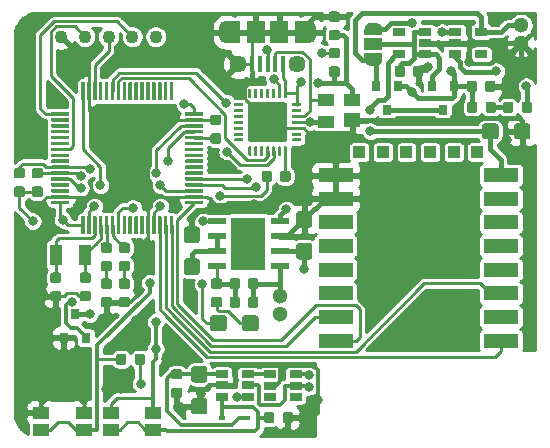
<source format=gtl>
G04 #@! TF.GenerationSoftware,KiCad,Pcbnew,(5.1.5)-3*
G04 #@! TF.CreationDate,2020-08-26T12:51:05+03:00*
G04 #@! TF.ProjectId,body_temp,626f6479-5f74-4656-9d70-2e6b69636164,rev?*
G04 #@! TF.SameCoordinates,Original*
G04 #@! TF.FileFunction,Copper,L1,Top*
G04 #@! TF.FilePolarity,Positive*
%FSLAX46Y46*%
G04 Gerber Fmt 4.6, Leading zero omitted, Abs format (unit mm)*
G04 Created by KiCad (PCBNEW (5.1.5)-3) date 2020-08-26 12:51:05*
%MOMM*%
%LPD*%
G04 APERTURE LIST*
%ADD10R,1.060000X0.650000*%
%ADD11R,1.400000X1.050000*%
%ADD12C,0.100000*%
%ADD13R,0.600000X0.450000*%
%ADD14R,1.000000X1.800000*%
%ADD15C,0.600000*%
%ADD16R,1.550000X0.600000*%
%ADD17R,2.950000X4.500000*%
%ADD18R,2.600000X3.100000*%
%ADD19R,0.800000X0.900000*%
%ADD20R,3.000000X1.200000*%
%ADD21R,1.000000X1.000000*%
%ADD22R,1.500000X1.000000*%
%ADD23C,1.100000*%
%ADD24C,1.300000*%
%ADD25R,1.200000X1.900000*%
%ADD26O,1.200000X1.900000*%
%ADD27R,1.500000X1.900000*%
%ADD28C,1.450000*%
%ADD29R,0.400000X1.350000*%
%ADD30R,1.400000X1.000000*%
%ADD31R,1.400000X1.200000*%
%ADD32C,0.800000*%
%ADD33C,0.250000*%
%ADD34C,0.400000*%
%ADD35C,0.350000*%
%ADD36C,0.254000*%
G04 APERTURE END LIST*
D10*
X38903000Y-46675000D03*
X38903000Y-45725000D03*
X38903000Y-47625000D03*
X36703000Y-47625000D03*
X36703000Y-46675000D03*
X36703000Y-45725000D03*
X34839000Y-46670000D03*
X34839000Y-45720000D03*
X34839000Y-47620000D03*
X32639000Y-47620000D03*
X32639000Y-46670000D03*
X32639000Y-45720000D03*
D11*
X26841000Y-48979000D03*
X23241000Y-48979000D03*
X26841000Y-50419000D03*
X23241000Y-50419000D03*
G04 #@! TA.AperFunction,SMDPad,CuDef*
D12*
G36*
X36892191Y-48929053D02*
G01*
X36913426Y-48932203D01*
X36934250Y-48937419D01*
X36954462Y-48944651D01*
X36973868Y-48953830D01*
X36992281Y-48964866D01*
X37009524Y-48977654D01*
X37025430Y-48992070D01*
X37039846Y-49007976D01*
X37052634Y-49025219D01*
X37063670Y-49043632D01*
X37072849Y-49063038D01*
X37080081Y-49083250D01*
X37085297Y-49104074D01*
X37088447Y-49125309D01*
X37089500Y-49146750D01*
X37089500Y-49659250D01*
X37088447Y-49680691D01*
X37085297Y-49701926D01*
X37080081Y-49722750D01*
X37072849Y-49742962D01*
X37063670Y-49762368D01*
X37052634Y-49780781D01*
X37039846Y-49798024D01*
X37025430Y-49813930D01*
X37009524Y-49828346D01*
X36992281Y-49841134D01*
X36973868Y-49852170D01*
X36954462Y-49861349D01*
X36934250Y-49868581D01*
X36913426Y-49873797D01*
X36892191Y-49876947D01*
X36870750Y-49878000D01*
X36433250Y-49878000D01*
X36411809Y-49876947D01*
X36390574Y-49873797D01*
X36369750Y-49868581D01*
X36349538Y-49861349D01*
X36330132Y-49852170D01*
X36311719Y-49841134D01*
X36294476Y-49828346D01*
X36278570Y-49813930D01*
X36264154Y-49798024D01*
X36251366Y-49780781D01*
X36240330Y-49762368D01*
X36231151Y-49742962D01*
X36223919Y-49722750D01*
X36218703Y-49701926D01*
X36215553Y-49680691D01*
X36214500Y-49659250D01*
X36214500Y-49146750D01*
X36215553Y-49125309D01*
X36218703Y-49104074D01*
X36223919Y-49083250D01*
X36231151Y-49063038D01*
X36240330Y-49043632D01*
X36251366Y-49025219D01*
X36264154Y-49007976D01*
X36278570Y-48992070D01*
X36294476Y-48977654D01*
X36311719Y-48964866D01*
X36330132Y-48953830D01*
X36349538Y-48944651D01*
X36369750Y-48937419D01*
X36390574Y-48932203D01*
X36411809Y-48929053D01*
X36433250Y-48928000D01*
X36870750Y-48928000D01*
X36892191Y-48929053D01*
G37*
G04 #@! TD.AperFunction*
G04 #@! TA.AperFunction,SMDPad,CuDef*
G36*
X38467191Y-48929053D02*
G01*
X38488426Y-48932203D01*
X38509250Y-48937419D01*
X38529462Y-48944651D01*
X38548868Y-48953830D01*
X38567281Y-48964866D01*
X38584524Y-48977654D01*
X38600430Y-48992070D01*
X38614846Y-49007976D01*
X38627634Y-49025219D01*
X38638670Y-49043632D01*
X38647849Y-49063038D01*
X38655081Y-49083250D01*
X38660297Y-49104074D01*
X38663447Y-49125309D01*
X38664500Y-49146750D01*
X38664500Y-49659250D01*
X38663447Y-49680691D01*
X38660297Y-49701926D01*
X38655081Y-49722750D01*
X38647849Y-49742962D01*
X38638670Y-49762368D01*
X38627634Y-49780781D01*
X38614846Y-49798024D01*
X38600430Y-49813930D01*
X38584524Y-49828346D01*
X38567281Y-49841134D01*
X38548868Y-49852170D01*
X38529462Y-49861349D01*
X38509250Y-49868581D01*
X38488426Y-49873797D01*
X38467191Y-49876947D01*
X38445750Y-49878000D01*
X38008250Y-49878000D01*
X37986809Y-49876947D01*
X37965574Y-49873797D01*
X37944750Y-49868581D01*
X37924538Y-49861349D01*
X37905132Y-49852170D01*
X37886719Y-49841134D01*
X37869476Y-49828346D01*
X37853570Y-49813930D01*
X37839154Y-49798024D01*
X37826366Y-49780781D01*
X37815330Y-49762368D01*
X37806151Y-49742962D01*
X37798919Y-49722750D01*
X37793703Y-49701926D01*
X37790553Y-49680691D01*
X37789500Y-49659250D01*
X37789500Y-49146750D01*
X37790553Y-49125309D01*
X37793703Y-49104074D01*
X37798919Y-49083250D01*
X37806151Y-49063038D01*
X37815330Y-49043632D01*
X37826366Y-49025219D01*
X37839154Y-49007976D01*
X37853570Y-48992070D01*
X37869476Y-48977654D01*
X37886719Y-48964866D01*
X37905132Y-48953830D01*
X37924538Y-48944651D01*
X37944750Y-48937419D01*
X37965574Y-48932203D01*
X37986809Y-48929053D01*
X38008250Y-48928000D01*
X38445750Y-48928000D01*
X38467191Y-48929053D01*
G37*
G04 #@! TD.AperFunction*
G04 #@! TA.AperFunction,SMDPad,CuDef*
G36*
X29106691Y-46858553D02*
G01*
X29127926Y-46861703D01*
X29148750Y-46866919D01*
X29168962Y-46874151D01*
X29188368Y-46883330D01*
X29206781Y-46894366D01*
X29224024Y-46907154D01*
X29239930Y-46921570D01*
X29254346Y-46937476D01*
X29267134Y-46954719D01*
X29278170Y-46973132D01*
X29287349Y-46992538D01*
X29294581Y-47012750D01*
X29299797Y-47033574D01*
X29302947Y-47054809D01*
X29304000Y-47076250D01*
X29304000Y-47513750D01*
X29302947Y-47535191D01*
X29299797Y-47556426D01*
X29294581Y-47577250D01*
X29287349Y-47597462D01*
X29278170Y-47616868D01*
X29267134Y-47635281D01*
X29254346Y-47652524D01*
X29239930Y-47668430D01*
X29224024Y-47682846D01*
X29206781Y-47695634D01*
X29188368Y-47706670D01*
X29168962Y-47715849D01*
X29148750Y-47723081D01*
X29127926Y-47728297D01*
X29106691Y-47731447D01*
X29085250Y-47732500D01*
X28572750Y-47732500D01*
X28551309Y-47731447D01*
X28530074Y-47728297D01*
X28509250Y-47723081D01*
X28489038Y-47715849D01*
X28469632Y-47706670D01*
X28451219Y-47695634D01*
X28433976Y-47682846D01*
X28418070Y-47668430D01*
X28403654Y-47652524D01*
X28390866Y-47635281D01*
X28379830Y-47616868D01*
X28370651Y-47597462D01*
X28363419Y-47577250D01*
X28358203Y-47556426D01*
X28355053Y-47535191D01*
X28354000Y-47513750D01*
X28354000Y-47076250D01*
X28355053Y-47054809D01*
X28358203Y-47033574D01*
X28363419Y-47012750D01*
X28370651Y-46992538D01*
X28379830Y-46973132D01*
X28390866Y-46954719D01*
X28403654Y-46937476D01*
X28418070Y-46921570D01*
X28433976Y-46907154D01*
X28451219Y-46894366D01*
X28469632Y-46883330D01*
X28489038Y-46874151D01*
X28509250Y-46866919D01*
X28530074Y-46861703D01*
X28551309Y-46858553D01*
X28572750Y-46857500D01*
X29085250Y-46857500D01*
X29106691Y-46858553D01*
G37*
G04 #@! TD.AperFunction*
G04 #@! TA.AperFunction,SMDPad,CuDef*
G36*
X29106691Y-45283553D02*
G01*
X29127926Y-45286703D01*
X29148750Y-45291919D01*
X29168962Y-45299151D01*
X29188368Y-45308330D01*
X29206781Y-45319366D01*
X29224024Y-45332154D01*
X29239930Y-45346570D01*
X29254346Y-45362476D01*
X29267134Y-45379719D01*
X29278170Y-45398132D01*
X29287349Y-45417538D01*
X29294581Y-45437750D01*
X29299797Y-45458574D01*
X29302947Y-45479809D01*
X29304000Y-45501250D01*
X29304000Y-45938750D01*
X29302947Y-45960191D01*
X29299797Y-45981426D01*
X29294581Y-46002250D01*
X29287349Y-46022462D01*
X29278170Y-46041868D01*
X29267134Y-46060281D01*
X29254346Y-46077524D01*
X29239930Y-46093430D01*
X29224024Y-46107846D01*
X29206781Y-46120634D01*
X29188368Y-46131670D01*
X29168962Y-46140849D01*
X29148750Y-46148081D01*
X29127926Y-46153297D01*
X29106691Y-46156447D01*
X29085250Y-46157500D01*
X28572750Y-46157500D01*
X28551309Y-46156447D01*
X28530074Y-46153297D01*
X28509250Y-46148081D01*
X28489038Y-46140849D01*
X28469632Y-46131670D01*
X28451219Y-46120634D01*
X28433976Y-46107846D01*
X28418070Y-46093430D01*
X28403654Y-46077524D01*
X28390866Y-46060281D01*
X28379830Y-46041868D01*
X28370651Y-46022462D01*
X28363419Y-46002250D01*
X28358203Y-45981426D01*
X28355053Y-45960191D01*
X28354000Y-45938750D01*
X28354000Y-45501250D01*
X28355053Y-45479809D01*
X28358203Y-45458574D01*
X28363419Y-45437750D01*
X28370651Y-45417538D01*
X28379830Y-45398132D01*
X28390866Y-45379719D01*
X28403654Y-45362476D01*
X28418070Y-45346570D01*
X28433976Y-45332154D01*
X28451219Y-45319366D01*
X28469632Y-45308330D01*
X28489038Y-45299151D01*
X28509250Y-45291919D01*
X28530074Y-45286703D01*
X28551309Y-45283553D01*
X28572750Y-45282500D01*
X29085250Y-45282500D01*
X29106691Y-45283553D01*
G37*
G04 #@! TD.AperFunction*
D13*
X32639000Y-49403000D03*
X34739000Y-49403000D03*
G04 #@! TA.AperFunction,SMDPad,CuDef*
D12*
G36*
X31183505Y-47721204D02*
G01*
X31207773Y-47724804D01*
X31231572Y-47730765D01*
X31254671Y-47739030D01*
X31276850Y-47749520D01*
X31297893Y-47762132D01*
X31317599Y-47776747D01*
X31335777Y-47793223D01*
X31352253Y-47811401D01*
X31366868Y-47831107D01*
X31379480Y-47852150D01*
X31389970Y-47874329D01*
X31398235Y-47897428D01*
X31404196Y-47921227D01*
X31407796Y-47945495D01*
X31409000Y-47969999D01*
X31409000Y-48870001D01*
X31407796Y-48894505D01*
X31404196Y-48918773D01*
X31398235Y-48942572D01*
X31389970Y-48965671D01*
X31379480Y-48987850D01*
X31366868Y-49008893D01*
X31352253Y-49028599D01*
X31335777Y-49046777D01*
X31317599Y-49063253D01*
X31297893Y-49077868D01*
X31276850Y-49090480D01*
X31254671Y-49100970D01*
X31231572Y-49109235D01*
X31207773Y-49115196D01*
X31183505Y-49118796D01*
X31159001Y-49120000D01*
X30308999Y-49120000D01*
X30284495Y-49118796D01*
X30260227Y-49115196D01*
X30236428Y-49109235D01*
X30213329Y-49100970D01*
X30191150Y-49090480D01*
X30170107Y-49077868D01*
X30150401Y-49063253D01*
X30132223Y-49046777D01*
X30115747Y-49028599D01*
X30101132Y-49008893D01*
X30088520Y-48987850D01*
X30078030Y-48965671D01*
X30069765Y-48942572D01*
X30063804Y-48918773D01*
X30060204Y-48894505D01*
X30059000Y-48870001D01*
X30059000Y-47969999D01*
X30060204Y-47945495D01*
X30063804Y-47921227D01*
X30069765Y-47897428D01*
X30078030Y-47874329D01*
X30088520Y-47852150D01*
X30101132Y-47831107D01*
X30115747Y-47811401D01*
X30132223Y-47793223D01*
X30150401Y-47776747D01*
X30170107Y-47762132D01*
X30191150Y-47749520D01*
X30213329Y-47739030D01*
X30236428Y-47730765D01*
X30260227Y-47724804D01*
X30284495Y-47721204D01*
X30308999Y-47720000D01*
X31159001Y-47720000D01*
X31183505Y-47721204D01*
G37*
G04 #@! TD.AperFunction*
G04 #@! TA.AperFunction,SMDPad,CuDef*
G36*
X31183505Y-45021204D02*
G01*
X31207773Y-45024804D01*
X31231572Y-45030765D01*
X31254671Y-45039030D01*
X31276850Y-45049520D01*
X31297893Y-45062132D01*
X31317599Y-45076747D01*
X31335777Y-45093223D01*
X31352253Y-45111401D01*
X31366868Y-45131107D01*
X31379480Y-45152150D01*
X31389970Y-45174329D01*
X31398235Y-45197428D01*
X31404196Y-45221227D01*
X31407796Y-45245495D01*
X31409000Y-45269999D01*
X31409000Y-46170001D01*
X31407796Y-46194505D01*
X31404196Y-46218773D01*
X31398235Y-46242572D01*
X31389970Y-46265671D01*
X31379480Y-46287850D01*
X31366868Y-46308893D01*
X31352253Y-46328599D01*
X31335777Y-46346777D01*
X31317599Y-46363253D01*
X31297893Y-46377868D01*
X31276850Y-46390480D01*
X31254671Y-46400970D01*
X31231572Y-46409235D01*
X31207773Y-46415196D01*
X31183505Y-46418796D01*
X31159001Y-46420000D01*
X30308999Y-46420000D01*
X30284495Y-46418796D01*
X30260227Y-46415196D01*
X30236428Y-46409235D01*
X30213329Y-46400970D01*
X30191150Y-46390480D01*
X30170107Y-46377868D01*
X30150401Y-46363253D01*
X30132223Y-46346777D01*
X30115747Y-46328599D01*
X30101132Y-46308893D01*
X30088520Y-46287850D01*
X30078030Y-46265671D01*
X30069765Y-46242572D01*
X30063804Y-46218773D01*
X30060204Y-46194505D01*
X30059000Y-46170001D01*
X30059000Y-45269999D01*
X30060204Y-45245495D01*
X30063804Y-45221227D01*
X30069765Y-45197428D01*
X30078030Y-45174329D01*
X30088520Y-45152150D01*
X30101132Y-45131107D01*
X30115747Y-45111401D01*
X30132223Y-45093223D01*
X30150401Y-45076747D01*
X30170107Y-45062132D01*
X30191150Y-45049520D01*
X30213329Y-45039030D01*
X30236428Y-45030765D01*
X30260227Y-45024804D01*
X30284495Y-45021204D01*
X30308999Y-45020000D01*
X31159001Y-45020000D01*
X31183505Y-45021204D01*
G37*
G04 #@! TD.AperFunction*
G04 #@! TA.AperFunction,SMDPad,CuDef*
G36*
X33971191Y-37575053D02*
G01*
X33992426Y-37578203D01*
X34013250Y-37583419D01*
X34033462Y-37590651D01*
X34052868Y-37599830D01*
X34071281Y-37610866D01*
X34088524Y-37623654D01*
X34104430Y-37638070D01*
X34118846Y-37653976D01*
X34131634Y-37671219D01*
X34142670Y-37689632D01*
X34151849Y-37709038D01*
X34159081Y-37729250D01*
X34164297Y-37750074D01*
X34167447Y-37771309D01*
X34168500Y-37792750D01*
X34168500Y-38305250D01*
X34167447Y-38326691D01*
X34164297Y-38347926D01*
X34159081Y-38368750D01*
X34151849Y-38388962D01*
X34142670Y-38408368D01*
X34131634Y-38426781D01*
X34118846Y-38444024D01*
X34104430Y-38459930D01*
X34088524Y-38474346D01*
X34071281Y-38487134D01*
X34052868Y-38498170D01*
X34033462Y-38507349D01*
X34013250Y-38514581D01*
X33992426Y-38519797D01*
X33971191Y-38522947D01*
X33949750Y-38524000D01*
X33512250Y-38524000D01*
X33490809Y-38522947D01*
X33469574Y-38519797D01*
X33448750Y-38514581D01*
X33428538Y-38507349D01*
X33409132Y-38498170D01*
X33390719Y-38487134D01*
X33373476Y-38474346D01*
X33357570Y-38459930D01*
X33343154Y-38444024D01*
X33330366Y-38426781D01*
X33319330Y-38408368D01*
X33310151Y-38388962D01*
X33302919Y-38368750D01*
X33297703Y-38347926D01*
X33294553Y-38326691D01*
X33293500Y-38305250D01*
X33293500Y-37792750D01*
X33294553Y-37771309D01*
X33297703Y-37750074D01*
X33302919Y-37729250D01*
X33310151Y-37709038D01*
X33319330Y-37689632D01*
X33330366Y-37671219D01*
X33343154Y-37653976D01*
X33357570Y-37638070D01*
X33373476Y-37623654D01*
X33390719Y-37610866D01*
X33409132Y-37599830D01*
X33428538Y-37590651D01*
X33448750Y-37583419D01*
X33469574Y-37578203D01*
X33490809Y-37575053D01*
X33512250Y-37574000D01*
X33949750Y-37574000D01*
X33971191Y-37575053D01*
G37*
G04 #@! TD.AperFunction*
G04 #@! TA.AperFunction,SMDPad,CuDef*
G36*
X35546191Y-37575053D02*
G01*
X35567426Y-37578203D01*
X35588250Y-37583419D01*
X35608462Y-37590651D01*
X35627868Y-37599830D01*
X35646281Y-37610866D01*
X35663524Y-37623654D01*
X35679430Y-37638070D01*
X35693846Y-37653976D01*
X35706634Y-37671219D01*
X35717670Y-37689632D01*
X35726849Y-37709038D01*
X35734081Y-37729250D01*
X35739297Y-37750074D01*
X35742447Y-37771309D01*
X35743500Y-37792750D01*
X35743500Y-38305250D01*
X35742447Y-38326691D01*
X35739297Y-38347926D01*
X35734081Y-38368750D01*
X35726849Y-38388962D01*
X35717670Y-38408368D01*
X35706634Y-38426781D01*
X35693846Y-38444024D01*
X35679430Y-38459930D01*
X35663524Y-38474346D01*
X35646281Y-38487134D01*
X35627868Y-38498170D01*
X35608462Y-38507349D01*
X35588250Y-38514581D01*
X35567426Y-38519797D01*
X35546191Y-38522947D01*
X35524750Y-38524000D01*
X35087250Y-38524000D01*
X35065809Y-38522947D01*
X35044574Y-38519797D01*
X35023750Y-38514581D01*
X35003538Y-38507349D01*
X34984132Y-38498170D01*
X34965719Y-38487134D01*
X34948476Y-38474346D01*
X34932570Y-38459930D01*
X34918154Y-38444024D01*
X34905366Y-38426781D01*
X34894330Y-38408368D01*
X34885151Y-38388962D01*
X34877919Y-38368750D01*
X34872703Y-38347926D01*
X34869553Y-38326691D01*
X34868500Y-38305250D01*
X34868500Y-37792750D01*
X34869553Y-37771309D01*
X34872703Y-37750074D01*
X34877919Y-37729250D01*
X34885151Y-37709038D01*
X34894330Y-37689632D01*
X34905366Y-37671219D01*
X34918154Y-37653976D01*
X34932570Y-37638070D01*
X34948476Y-37623654D01*
X34965719Y-37610866D01*
X34984132Y-37599830D01*
X35003538Y-37590651D01*
X35023750Y-37583419D01*
X35044574Y-37578203D01*
X35065809Y-37575053D01*
X35087250Y-37574000D01*
X35524750Y-37574000D01*
X35546191Y-37575053D01*
G37*
G04 #@! TD.AperFunction*
G04 #@! TA.AperFunction,SMDPad,CuDef*
G36*
X58546505Y-24472204D02*
G01*
X58570773Y-24475804D01*
X58594572Y-24481765D01*
X58617671Y-24490030D01*
X58639850Y-24500520D01*
X58660893Y-24513132D01*
X58680599Y-24527747D01*
X58698777Y-24544223D01*
X58715253Y-24562401D01*
X58729868Y-24582107D01*
X58742480Y-24603150D01*
X58752970Y-24625329D01*
X58761235Y-24648428D01*
X58767196Y-24672227D01*
X58770796Y-24696495D01*
X58772000Y-24720999D01*
X58772000Y-25571001D01*
X58770796Y-25595505D01*
X58767196Y-25619773D01*
X58761235Y-25643572D01*
X58752970Y-25666671D01*
X58742480Y-25688850D01*
X58729868Y-25709893D01*
X58715253Y-25729599D01*
X58698777Y-25747777D01*
X58680599Y-25764253D01*
X58660893Y-25778868D01*
X58639850Y-25791480D01*
X58617671Y-25801970D01*
X58594572Y-25810235D01*
X58570773Y-25816196D01*
X58546505Y-25819796D01*
X58522001Y-25821000D01*
X57621999Y-25821000D01*
X57597495Y-25819796D01*
X57573227Y-25816196D01*
X57549428Y-25810235D01*
X57526329Y-25801970D01*
X57504150Y-25791480D01*
X57483107Y-25778868D01*
X57463401Y-25764253D01*
X57445223Y-25747777D01*
X57428747Y-25729599D01*
X57414132Y-25709893D01*
X57401520Y-25688850D01*
X57391030Y-25666671D01*
X57382765Y-25643572D01*
X57376804Y-25619773D01*
X57373204Y-25595505D01*
X57372000Y-25571001D01*
X57372000Y-24720999D01*
X57373204Y-24696495D01*
X57376804Y-24672227D01*
X57382765Y-24648428D01*
X57391030Y-24625329D01*
X57401520Y-24603150D01*
X57414132Y-24582107D01*
X57428747Y-24562401D01*
X57445223Y-24544223D01*
X57463401Y-24527747D01*
X57483107Y-24513132D01*
X57504150Y-24500520D01*
X57526329Y-24490030D01*
X57549428Y-24481765D01*
X57573227Y-24475804D01*
X57597495Y-24472204D01*
X57621999Y-24471000D01*
X58522001Y-24471000D01*
X58546505Y-24472204D01*
G37*
G04 #@! TD.AperFunction*
G04 #@! TA.AperFunction,SMDPad,CuDef*
G36*
X55846505Y-24472204D02*
G01*
X55870773Y-24475804D01*
X55894572Y-24481765D01*
X55917671Y-24490030D01*
X55939850Y-24500520D01*
X55960893Y-24513132D01*
X55980599Y-24527747D01*
X55998777Y-24544223D01*
X56015253Y-24562401D01*
X56029868Y-24582107D01*
X56042480Y-24603150D01*
X56052970Y-24625329D01*
X56061235Y-24648428D01*
X56067196Y-24672227D01*
X56070796Y-24696495D01*
X56072000Y-24720999D01*
X56072000Y-25571001D01*
X56070796Y-25595505D01*
X56067196Y-25619773D01*
X56061235Y-25643572D01*
X56052970Y-25666671D01*
X56042480Y-25688850D01*
X56029868Y-25709893D01*
X56015253Y-25729599D01*
X55998777Y-25747777D01*
X55980599Y-25764253D01*
X55960893Y-25778868D01*
X55939850Y-25791480D01*
X55917671Y-25801970D01*
X55894572Y-25810235D01*
X55870773Y-25816196D01*
X55846505Y-25819796D01*
X55822001Y-25821000D01*
X54921999Y-25821000D01*
X54897495Y-25819796D01*
X54873227Y-25816196D01*
X54849428Y-25810235D01*
X54826329Y-25801970D01*
X54804150Y-25791480D01*
X54783107Y-25778868D01*
X54763401Y-25764253D01*
X54745223Y-25747777D01*
X54728747Y-25729599D01*
X54714132Y-25709893D01*
X54701520Y-25688850D01*
X54691030Y-25666671D01*
X54682765Y-25643572D01*
X54676804Y-25619773D01*
X54673204Y-25595505D01*
X54672000Y-25571001D01*
X54672000Y-24720999D01*
X54673204Y-24696495D01*
X54676804Y-24672227D01*
X54682765Y-24648428D01*
X54691030Y-24625329D01*
X54701520Y-24603150D01*
X54714132Y-24582107D01*
X54728747Y-24562401D01*
X54745223Y-24544223D01*
X54763401Y-24527747D01*
X54783107Y-24513132D01*
X54804150Y-24500520D01*
X54826329Y-24490030D01*
X54849428Y-24481765D01*
X54873227Y-24475804D01*
X54897495Y-24472204D01*
X54921999Y-24471000D01*
X55822001Y-24471000D01*
X55846505Y-24472204D01*
G37*
G04 #@! TD.AperFunction*
D14*
X18582000Y-35600000D03*
X21082000Y-35600000D03*
D15*
X35492000Y-36471000D03*
X35492000Y-35371000D03*
X34292000Y-35371000D03*
X34292000Y-36471000D03*
X35492000Y-32871000D03*
X35492000Y-34071000D03*
X34292000Y-34071000D03*
X34292000Y-32871000D03*
D16*
X37592000Y-32766000D03*
X37592000Y-34036000D03*
X37592000Y-35306000D03*
X37592000Y-36576000D03*
X32192000Y-36576000D03*
X32192000Y-35306000D03*
X32192000Y-34036000D03*
X32192000Y-32766000D03*
D17*
X34892000Y-34671000D03*
D18*
X34892000Y-34671000D03*
D19*
X20193000Y-40640000D03*
X21143000Y-42640000D03*
X19243000Y-42640000D03*
D20*
X56276000Y-42870000D03*
X56276000Y-40870000D03*
X56276000Y-38870000D03*
X56276000Y-36870000D03*
X56276000Y-34870000D03*
X56276000Y-32870000D03*
X56276000Y-30870000D03*
X56276000Y-28870000D03*
D21*
X54276000Y-26920000D03*
X52276000Y-26920000D03*
X50276000Y-26920000D03*
X48276000Y-26920000D03*
X46276000Y-26920000D03*
X44276000Y-26920000D03*
D20*
X42276000Y-28870000D03*
X42276000Y-30870000D03*
X42276000Y-32870000D03*
X42276000Y-34870000D03*
X42276000Y-36870000D03*
X42276000Y-38870000D03*
X42276000Y-40870000D03*
X42276000Y-42870000D03*
G04 #@! TA.AperFunction,SMDPad,CuDef*
D12*
G36*
X38088626Y-26434301D02*
G01*
X38094693Y-26435201D01*
X38100643Y-26436691D01*
X38106418Y-26438758D01*
X38111962Y-26441380D01*
X38117223Y-26444533D01*
X38122150Y-26448187D01*
X38126694Y-26452306D01*
X38130813Y-26456850D01*
X38134467Y-26461777D01*
X38137620Y-26467038D01*
X38140242Y-26472582D01*
X38142309Y-26478357D01*
X38143799Y-26484307D01*
X38144699Y-26490374D01*
X38145000Y-26496500D01*
X38145000Y-27171500D01*
X38144699Y-27177626D01*
X38143799Y-27183693D01*
X38142309Y-27189643D01*
X38140242Y-27195418D01*
X38137620Y-27200962D01*
X38134467Y-27206223D01*
X38130813Y-27211150D01*
X38126694Y-27215694D01*
X38122150Y-27219813D01*
X38117223Y-27223467D01*
X38111962Y-27226620D01*
X38106418Y-27229242D01*
X38100643Y-27231309D01*
X38094693Y-27232799D01*
X38088626Y-27233699D01*
X38082500Y-27234000D01*
X37957500Y-27234000D01*
X37951374Y-27233699D01*
X37945307Y-27232799D01*
X37939357Y-27231309D01*
X37933582Y-27229242D01*
X37928038Y-27226620D01*
X37922777Y-27223467D01*
X37917850Y-27219813D01*
X37913306Y-27215694D01*
X37909187Y-27211150D01*
X37905533Y-27206223D01*
X37902380Y-27200962D01*
X37899758Y-27195418D01*
X37897691Y-27189643D01*
X37896201Y-27183693D01*
X37895301Y-27177626D01*
X37895000Y-27171500D01*
X37895000Y-26496500D01*
X37895301Y-26490374D01*
X37896201Y-26484307D01*
X37897691Y-26478357D01*
X37899758Y-26472582D01*
X37902380Y-26467038D01*
X37905533Y-26461777D01*
X37909187Y-26456850D01*
X37913306Y-26452306D01*
X37917850Y-26448187D01*
X37922777Y-26444533D01*
X37928038Y-26441380D01*
X37933582Y-26438758D01*
X37939357Y-26436691D01*
X37945307Y-26435201D01*
X37951374Y-26434301D01*
X37957500Y-26434000D01*
X38082500Y-26434000D01*
X38088626Y-26434301D01*
G37*
G04 #@! TD.AperFunction*
G04 #@! TA.AperFunction,SMDPad,CuDef*
G36*
X37588626Y-26434301D02*
G01*
X37594693Y-26435201D01*
X37600643Y-26436691D01*
X37606418Y-26438758D01*
X37611962Y-26441380D01*
X37617223Y-26444533D01*
X37622150Y-26448187D01*
X37626694Y-26452306D01*
X37630813Y-26456850D01*
X37634467Y-26461777D01*
X37637620Y-26467038D01*
X37640242Y-26472582D01*
X37642309Y-26478357D01*
X37643799Y-26484307D01*
X37644699Y-26490374D01*
X37645000Y-26496500D01*
X37645000Y-27171500D01*
X37644699Y-27177626D01*
X37643799Y-27183693D01*
X37642309Y-27189643D01*
X37640242Y-27195418D01*
X37637620Y-27200962D01*
X37634467Y-27206223D01*
X37630813Y-27211150D01*
X37626694Y-27215694D01*
X37622150Y-27219813D01*
X37617223Y-27223467D01*
X37611962Y-27226620D01*
X37606418Y-27229242D01*
X37600643Y-27231309D01*
X37594693Y-27232799D01*
X37588626Y-27233699D01*
X37582500Y-27234000D01*
X37457500Y-27234000D01*
X37451374Y-27233699D01*
X37445307Y-27232799D01*
X37439357Y-27231309D01*
X37433582Y-27229242D01*
X37428038Y-27226620D01*
X37422777Y-27223467D01*
X37417850Y-27219813D01*
X37413306Y-27215694D01*
X37409187Y-27211150D01*
X37405533Y-27206223D01*
X37402380Y-27200962D01*
X37399758Y-27195418D01*
X37397691Y-27189643D01*
X37396201Y-27183693D01*
X37395301Y-27177626D01*
X37395000Y-27171500D01*
X37395000Y-26496500D01*
X37395301Y-26490374D01*
X37396201Y-26484307D01*
X37397691Y-26478357D01*
X37399758Y-26472582D01*
X37402380Y-26467038D01*
X37405533Y-26461777D01*
X37409187Y-26456850D01*
X37413306Y-26452306D01*
X37417850Y-26448187D01*
X37422777Y-26444533D01*
X37428038Y-26441380D01*
X37433582Y-26438758D01*
X37439357Y-26436691D01*
X37445307Y-26435201D01*
X37451374Y-26434301D01*
X37457500Y-26434000D01*
X37582500Y-26434000D01*
X37588626Y-26434301D01*
G37*
G04 #@! TD.AperFunction*
G04 #@! TA.AperFunction,SMDPad,CuDef*
G36*
X37088626Y-26434301D02*
G01*
X37094693Y-26435201D01*
X37100643Y-26436691D01*
X37106418Y-26438758D01*
X37111962Y-26441380D01*
X37117223Y-26444533D01*
X37122150Y-26448187D01*
X37126694Y-26452306D01*
X37130813Y-26456850D01*
X37134467Y-26461777D01*
X37137620Y-26467038D01*
X37140242Y-26472582D01*
X37142309Y-26478357D01*
X37143799Y-26484307D01*
X37144699Y-26490374D01*
X37145000Y-26496500D01*
X37145000Y-27171500D01*
X37144699Y-27177626D01*
X37143799Y-27183693D01*
X37142309Y-27189643D01*
X37140242Y-27195418D01*
X37137620Y-27200962D01*
X37134467Y-27206223D01*
X37130813Y-27211150D01*
X37126694Y-27215694D01*
X37122150Y-27219813D01*
X37117223Y-27223467D01*
X37111962Y-27226620D01*
X37106418Y-27229242D01*
X37100643Y-27231309D01*
X37094693Y-27232799D01*
X37088626Y-27233699D01*
X37082500Y-27234000D01*
X36957500Y-27234000D01*
X36951374Y-27233699D01*
X36945307Y-27232799D01*
X36939357Y-27231309D01*
X36933582Y-27229242D01*
X36928038Y-27226620D01*
X36922777Y-27223467D01*
X36917850Y-27219813D01*
X36913306Y-27215694D01*
X36909187Y-27211150D01*
X36905533Y-27206223D01*
X36902380Y-27200962D01*
X36899758Y-27195418D01*
X36897691Y-27189643D01*
X36896201Y-27183693D01*
X36895301Y-27177626D01*
X36895000Y-27171500D01*
X36895000Y-26496500D01*
X36895301Y-26490374D01*
X36896201Y-26484307D01*
X36897691Y-26478357D01*
X36899758Y-26472582D01*
X36902380Y-26467038D01*
X36905533Y-26461777D01*
X36909187Y-26456850D01*
X36913306Y-26452306D01*
X36917850Y-26448187D01*
X36922777Y-26444533D01*
X36928038Y-26441380D01*
X36933582Y-26438758D01*
X36939357Y-26436691D01*
X36945307Y-26435201D01*
X36951374Y-26434301D01*
X36957500Y-26434000D01*
X37082500Y-26434000D01*
X37088626Y-26434301D01*
G37*
G04 #@! TD.AperFunction*
G04 #@! TA.AperFunction,SMDPad,CuDef*
G36*
X36588626Y-26434301D02*
G01*
X36594693Y-26435201D01*
X36600643Y-26436691D01*
X36606418Y-26438758D01*
X36611962Y-26441380D01*
X36617223Y-26444533D01*
X36622150Y-26448187D01*
X36626694Y-26452306D01*
X36630813Y-26456850D01*
X36634467Y-26461777D01*
X36637620Y-26467038D01*
X36640242Y-26472582D01*
X36642309Y-26478357D01*
X36643799Y-26484307D01*
X36644699Y-26490374D01*
X36645000Y-26496500D01*
X36645000Y-27171500D01*
X36644699Y-27177626D01*
X36643799Y-27183693D01*
X36642309Y-27189643D01*
X36640242Y-27195418D01*
X36637620Y-27200962D01*
X36634467Y-27206223D01*
X36630813Y-27211150D01*
X36626694Y-27215694D01*
X36622150Y-27219813D01*
X36617223Y-27223467D01*
X36611962Y-27226620D01*
X36606418Y-27229242D01*
X36600643Y-27231309D01*
X36594693Y-27232799D01*
X36588626Y-27233699D01*
X36582500Y-27234000D01*
X36457500Y-27234000D01*
X36451374Y-27233699D01*
X36445307Y-27232799D01*
X36439357Y-27231309D01*
X36433582Y-27229242D01*
X36428038Y-27226620D01*
X36422777Y-27223467D01*
X36417850Y-27219813D01*
X36413306Y-27215694D01*
X36409187Y-27211150D01*
X36405533Y-27206223D01*
X36402380Y-27200962D01*
X36399758Y-27195418D01*
X36397691Y-27189643D01*
X36396201Y-27183693D01*
X36395301Y-27177626D01*
X36395000Y-27171500D01*
X36395000Y-26496500D01*
X36395301Y-26490374D01*
X36396201Y-26484307D01*
X36397691Y-26478357D01*
X36399758Y-26472582D01*
X36402380Y-26467038D01*
X36405533Y-26461777D01*
X36409187Y-26456850D01*
X36413306Y-26452306D01*
X36417850Y-26448187D01*
X36422777Y-26444533D01*
X36428038Y-26441380D01*
X36433582Y-26438758D01*
X36439357Y-26436691D01*
X36445307Y-26435201D01*
X36451374Y-26434301D01*
X36457500Y-26434000D01*
X36582500Y-26434000D01*
X36588626Y-26434301D01*
G37*
G04 #@! TD.AperFunction*
G04 #@! TA.AperFunction,SMDPad,CuDef*
G36*
X36088626Y-26434301D02*
G01*
X36094693Y-26435201D01*
X36100643Y-26436691D01*
X36106418Y-26438758D01*
X36111962Y-26441380D01*
X36117223Y-26444533D01*
X36122150Y-26448187D01*
X36126694Y-26452306D01*
X36130813Y-26456850D01*
X36134467Y-26461777D01*
X36137620Y-26467038D01*
X36140242Y-26472582D01*
X36142309Y-26478357D01*
X36143799Y-26484307D01*
X36144699Y-26490374D01*
X36145000Y-26496500D01*
X36145000Y-27171500D01*
X36144699Y-27177626D01*
X36143799Y-27183693D01*
X36142309Y-27189643D01*
X36140242Y-27195418D01*
X36137620Y-27200962D01*
X36134467Y-27206223D01*
X36130813Y-27211150D01*
X36126694Y-27215694D01*
X36122150Y-27219813D01*
X36117223Y-27223467D01*
X36111962Y-27226620D01*
X36106418Y-27229242D01*
X36100643Y-27231309D01*
X36094693Y-27232799D01*
X36088626Y-27233699D01*
X36082500Y-27234000D01*
X35957500Y-27234000D01*
X35951374Y-27233699D01*
X35945307Y-27232799D01*
X35939357Y-27231309D01*
X35933582Y-27229242D01*
X35928038Y-27226620D01*
X35922777Y-27223467D01*
X35917850Y-27219813D01*
X35913306Y-27215694D01*
X35909187Y-27211150D01*
X35905533Y-27206223D01*
X35902380Y-27200962D01*
X35899758Y-27195418D01*
X35897691Y-27189643D01*
X35896201Y-27183693D01*
X35895301Y-27177626D01*
X35895000Y-27171500D01*
X35895000Y-26496500D01*
X35895301Y-26490374D01*
X35896201Y-26484307D01*
X35897691Y-26478357D01*
X35899758Y-26472582D01*
X35902380Y-26467038D01*
X35905533Y-26461777D01*
X35909187Y-26456850D01*
X35913306Y-26452306D01*
X35917850Y-26448187D01*
X35922777Y-26444533D01*
X35928038Y-26441380D01*
X35933582Y-26438758D01*
X35939357Y-26436691D01*
X35945307Y-26435201D01*
X35951374Y-26434301D01*
X35957500Y-26434000D01*
X36082500Y-26434000D01*
X36088626Y-26434301D01*
G37*
G04 #@! TD.AperFunction*
G04 #@! TA.AperFunction,SMDPad,CuDef*
G36*
X35588626Y-26434301D02*
G01*
X35594693Y-26435201D01*
X35600643Y-26436691D01*
X35606418Y-26438758D01*
X35611962Y-26441380D01*
X35617223Y-26444533D01*
X35622150Y-26448187D01*
X35626694Y-26452306D01*
X35630813Y-26456850D01*
X35634467Y-26461777D01*
X35637620Y-26467038D01*
X35640242Y-26472582D01*
X35642309Y-26478357D01*
X35643799Y-26484307D01*
X35644699Y-26490374D01*
X35645000Y-26496500D01*
X35645000Y-27171500D01*
X35644699Y-27177626D01*
X35643799Y-27183693D01*
X35642309Y-27189643D01*
X35640242Y-27195418D01*
X35637620Y-27200962D01*
X35634467Y-27206223D01*
X35630813Y-27211150D01*
X35626694Y-27215694D01*
X35622150Y-27219813D01*
X35617223Y-27223467D01*
X35611962Y-27226620D01*
X35606418Y-27229242D01*
X35600643Y-27231309D01*
X35594693Y-27232799D01*
X35588626Y-27233699D01*
X35582500Y-27234000D01*
X35457500Y-27234000D01*
X35451374Y-27233699D01*
X35445307Y-27232799D01*
X35439357Y-27231309D01*
X35433582Y-27229242D01*
X35428038Y-27226620D01*
X35422777Y-27223467D01*
X35417850Y-27219813D01*
X35413306Y-27215694D01*
X35409187Y-27211150D01*
X35405533Y-27206223D01*
X35402380Y-27200962D01*
X35399758Y-27195418D01*
X35397691Y-27189643D01*
X35396201Y-27183693D01*
X35395301Y-27177626D01*
X35395000Y-27171500D01*
X35395000Y-26496500D01*
X35395301Y-26490374D01*
X35396201Y-26484307D01*
X35397691Y-26478357D01*
X35399758Y-26472582D01*
X35402380Y-26467038D01*
X35405533Y-26461777D01*
X35409187Y-26456850D01*
X35413306Y-26452306D01*
X35417850Y-26448187D01*
X35422777Y-26444533D01*
X35428038Y-26441380D01*
X35433582Y-26438758D01*
X35439357Y-26436691D01*
X35445307Y-26435201D01*
X35451374Y-26434301D01*
X35457500Y-26434000D01*
X35582500Y-26434000D01*
X35588626Y-26434301D01*
G37*
G04 #@! TD.AperFunction*
G04 #@! TA.AperFunction,SMDPad,CuDef*
G36*
X35088626Y-26434301D02*
G01*
X35094693Y-26435201D01*
X35100643Y-26436691D01*
X35106418Y-26438758D01*
X35111962Y-26441380D01*
X35117223Y-26444533D01*
X35122150Y-26448187D01*
X35126694Y-26452306D01*
X35130813Y-26456850D01*
X35134467Y-26461777D01*
X35137620Y-26467038D01*
X35140242Y-26472582D01*
X35142309Y-26478357D01*
X35143799Y-26484307D01*
X35144699Y-26490374D01*
X35145000Y-26496500D01*
X35145000Y-27171500D01*
X35144699Y-27177626D01*
X35143799Y-27183693D01*
X35142309Y-27189643D01*
X35140242Y-27195418D01*
X35137620Y-27200962D01*
X35134467Y-27206223D01*
X35130813Y-27211150D01*
X35126694Y-27215694D01*
X35122150Y-27219813D01*
X35117223Y-27223467D01*
X35111962Y-27226620D01*
X35106418Y-27229242D01*
X35100643Y-27231309D01*
X35094693Y-27232799D01*
X35088626Y-27233699D01*
X35082500Y-27234000D01*
X34957500Y-27234000D01*
X34951374Y-27233699D01*
X34945307Y-27232799D01*
X34939357Y-27231309D01*
X34933582Y-27229242D01*
X34928038Y-27226620D01*
X34922777Y-27223467D01*
X34917850Y-27219813D01*
X34913306Y-27215694D01*
X34909187Y-27211150D01*
X34905533Y-27206223D01*
X34902380Y-27200962D01*
X34899758Y-27195418D01*
X34897691Y-27189643D01*
X34896201Y-27183693D01*
X34895301Y-27177626D01*
X34895000Y-27171500D01*
X34895000Y-26496500D01*
X34895301Y-26490374D01*
X34896201Y-26484307D01*
X34897691Y-26478357D01*
X34899758Y-26472582D01*
X34902380Y-26467038D01*
X34905533Y-26461777D01*
X34909187Y-26456850D01*
X34913306Y-26452306D01*
X34917850Y-26448187D01*
X34922777Y-26444533D01*
X34928038Y-26441380D01*
X34933582Y-26438758D01*
X34939357Y-26436691D01*
X34945307Y-26435201D01*
X34951374Y-26434301D01*
X34957500Y-26434000D01*
X35082500Y-26434000D01*
X35088626Y-26434301D01*
G37*
G04 #@! TD.AperFunction*
G04 #@! TA.AperFunction,SMDPad,CuDef*
G36*
X34413626Y-25759301D02*
G01*
X34419693Y-25760201D01*
X34425643Y-25761691D01*
X34431418Y-25763758D01*
X34436962Y-25766380D01*
X34442223Y-25769533D01*
X34447150Y-25773187D01*
X34451694Y-25777306D01*
X34455813Y-25781850D01*
X34459467Y-25786777D01*
X34462620Y-25792038D01*
X34465242Y-25797582D01*
X34467309Y-25803357D01*
X34468799Y-25809307D01*
X34469699Y-25815374D01*
X34470000Y-25821500D01*
X34470000Y-25946500D01*
X34469699Y-25952626D01*
X34468799Y-25958693D01*
X34467309Y-25964643D01*
X34465242Y-25970418D01*
X34462620Y-25975962D01*
X34459467Y-25981223D01*
X34455813Y-25986150D01*
X34451694Y-25990694D01*
X34447150Y-25994813D01*
X34442223Y-25998467D01*
X34436962Y-26001620D01*
X34431418Y-26004242D01*
X34425643Y-26006309D01*
X34419693Y-26007799D01*
X34413626Y-26008699D01*
X34407500Y-26009000D01*
X33732500Y-26009000D01*
X33726374Y-26008699D01*
X33720307Y-26007799D01*
X33714357Y-26006309D01*
X33708582Y-26004242D01*
X33703038Y-26001620D01*
X33697777Y-25998467D01*
X33692850Y-25994813D01*
X33688306Y-25990694D01*
X33684187Y-25986150D01*
X33680533Y-25981223D01*
X33677380Y-25975962D01*
X33674758Y-25970418D01*
X33672691Y-25964643D01*
X33671201Y-25958693D01*
X33670301Y-25952626D01*
X33670000Y-25946500D01*
X33670000Y-25821500D01*
X33670301Y-25815374D01*
X33671201Y-25809307D01*
X33672691Y-25803357D01*
X33674758Y-25797582D01*
X33677380Y-25792038D01*
X33680533Y-25786777D01*
X33684187Y-25781850D01*
X33688306Y-25777306D01*
X33692850Y-25773187D01*
X33697777Y-25769533D01*
X33703038Y-25766380D01*
X33708582Y-25763758D01*
X33714357Y-25761691D01*
X33720307Y-25760201D01*
X33726374Y-25759301D01*
X33732500Y-25759000D01*
X34407500Y-25759000D01*
X34413626Y-25759301D01*
G37*
G04 #@! TD.AperFunction*
G04 #@! TA.AperFunction,SMDPad,CuDef*
G36*
X34413626Y-25259301D02*
G01*
X34419693Y-25260201D01*
X34425643Y-25261691D01*
X34431418Y-25263758D01*
X34436962Y-25266380D01*
X34442223Y-25269533D01*
X34447150Y-25273187D01*
X34451694Y-25277306D01*
X34455813Y-25281850D01*
X34459467Y-25286777D01*
X34462620Y-25292038D01*
X34465242Y-25297582D01*
X34467309Y-25303357D01*
X34468799Y-25309307D01*
X34469699Y-25315374D01*
X34470000Y-25321500D01*
X34470000Y-25446500D01*
X34469699Y-25452626D01*
X34468799Y-25458693D01*
X34467309Y-25464643D01*
X34465242Y-25470418D01*
X34462620Y-25475962D01*
X34459467Y-25481223D01*
X34455813Y-25486150D01*
X34451694Y-25490694D01*
X34447150Y-25494813D01*
X34442223Y-25498467D01*
X34436962Y-25501620D01*
X34431418Y-25504242D01*
X34425643Y-25506309D01*
X34419693Y-25507799D01*
X34413626Y-25508699D01*
X34407500Y-25509000D01*
X33732500Y-25509000D01*
X33726374Y-25508699D01*
X33720307Y-25507799D01*
X33714357Y-25506309D01*
X33708582Y-25504242D01*
X33703038Y-25501620D01*
X33697777Y-25498467D01*
X33692850Y-25494813D01*
X33688306Y-25490694D01*
X33684187Y-25486150D01*
X33680533Y-25481223D01*
X33677380Y-25475962D01*
X33674758Y-25470418D01*
X33672691Y-25464643D01*
X33671201Y-25458693D01*
X33670301Y-25452626D01*
X33670000Y-25446500D01*
X33670000Y-25321500D01*
X33670301Y-25315374D01*
X33671201Y-25309307D01*
X33672691Y-25303357D01*
X33674758Y-25297582D01*
X33677380Y-25292038D01*
X33680533Y-25286777D01*
X33684187Y-25281850D01*
X33688306Y-25277306D01*
X33692850Y-25273187D01*
X33697777Y-25269533D01*
X33703038Y-25266380D01*
X33708582Y-25263758D01*
X33714357Y-25261691D01*
X33720307Y-25260201D01*
X33726374Y-25259301D01*
X33732500Y-25259000D01*
X34407500Y-25259000D01*
X34413626Y-25259301D01*
G37*
G04 #@! TD.AperFunction*
G04 #@! TA.AperFunction,SMDPad,CuDef*
G36*
X34413626Y-24759301D02*
G01*
X34419693Y-24760201D01*
X34425643Y-24761691D01*
X34431418Y-24763758D01*
X34436962Y-24766380D01*
X34442223Y-24769533D01*
X34447150Y-24773187D01*
X34451694Y-24777306D01*
X34455813Y-24781850D01*
X34459467Y-24786777D01*
X34462620Y-24792038D01*
X34465242Y-24797582D01*
X34467309Y-24803357D01*
X34468799Y-24809307D01*
X34469699Y-24815374D01*
X34470000Y-24821500D01*
X34470000Y-24946500D01*
X34469699Y-24952626D01*
X34468799Y-24958693D01*
X34467309Y-24964643D01*
X34465242Y-24970418D01*
X34462620Y-24975962D01*
X34459467Y-24981223D01*
X34455813Y-24986150D01*
X34451694Y-24990694D01*
X34447150Y-24994813D01*
X34442223Y-24998467D01*
X34436962Y-25001620D01*
X34431418Y-25004242D01*
X34425643Y-25006309D01*
X34419693Y-25007799D01*
X34413626Y-25008699D01*
X34407500Y-25009000D01*
X33732500Y-25009000D01*
X33726374Y-25008699D01*
X33720307Y-25007799D01*
X33714357Y-25006309D01*
X33708582Y-25004242D01*
X33703038Y-25001620D01*
X33697777Y-24998467D01*
X33692850Y-24994813D01*
X33688306Y-24990694D01*
X33684187Y-24986150D01*
X33680533Y-24981223D01*
X33677380Y-24975962D01*
X33674758Y-24970418D01*
X33672691Y-24964643D01*
X33671201Y-24958693D01*
X33670301Y-24952626D01*
X33670000Y-24946500D01*
X33670000Y-24821500D01*
X33670301Y-24815374D01*
X33671201Y-24809307D01*
X33672691Y-24803357D01*
X33674758Y-24797582D01*
X33677380Y-24792038D01*
X33680533Y-24786777D01*
X33684187Y-24781850D01*
X33688306Y-24777306D01*
X33692850Y-24773187D01*
X33697777Y-24769533D01*
X33703038Y-24766380D01*
X33708582Y-24763758D01*
X33714357Y-24761691D01*
X33720307Y-24760201D01*
X33726374Y-24759301D01*
X33732500Y-24759000D01*
X34407500Y-24759000D01*
X34413626Y-24759301D01*
G37*
G04 #@! TD.AperFunction*
G04 #@! TA.AperFunction,SMDPad,CuDef*
G36*
X34413626Y-24259301D02*
G01*
X34419693Y-24260201D01*
X34425643Y-24261691D01*
X34431418Y-24263758D01*
X34436962Y-24266380D01*
X34442223Y-24269533D01*
X34447150Y-24273187D01*
X34451694Y-24277306D01*
X34455813Y-24281850D01*
X34459467Y-24286777D01*
X34462620Y-24292038D01*
X34465242Y-24297582D01*
X34467309Y-24303357D01*
X34468799Y-24309307D01*
X34469699Y-24315374D01*
X34470000Y-24321500D01*
X34470000Y-24446500D01*
X34469699Y-24452626D01*
X34468799Y-24458693D01*
X34467309Y-24464643D01*
X34465242Y-24470418D01*
X34462620Y-24475962D01*
X34459467Y-24481223D01*
X34455813Y-24486150D01*
X34451694Y-24490694D01*
X34447150Y-24494813D01*
X34442223Y-24498467D01*
X34436962Y-24501620D01*
X34431418Y-24504242D01*
X34425643Y-24506309D01*
X34419693Y-24507799D01*
X34413626Y-24508699D01*
X34407500Y-24509000D01*
X33732500Y-24509000D01*
X33726374Y-24508699D01*
X33720307Y-24507799D01*
X33714357Y-24506309D01*
X33708582Y-24504242D01*
X33703038Y-24501620D01*
X33697777Y-24498467D01*
X33692850Y-24494813D01*
X33688306Y-24490694D01*
X33684187Y-24486150D01*
X33680533Y-24481223D01*
X33677380Y-24475962D01*
X33674758Y-24470418D01*
X33672691Y-24464643D01*
X33671201Y-24458693D01*
X33670301Y-24452626D01*
X33670000Y-24446500D01*
X33670000Y-24321500D01*
X33670301Y-24315374D01*
X33671201Y-24309307D01*
X33672691Y-24303357D01*
X33674758Y-24297582D01*
X33677380Y-24292038D01*
X33680533Y-24286777D01*
X33684187Y-24281850D01*
X33688306Y-24277306D01*
X33692850Y-24273187D01*
X33697777Y-24269533D01*
X33703038Y-24266380D01*
X33708582Y-24263758D01*
X33714357Y-24261691D01*
X33720307Y-24260201D01*
X33726374Y-24259301D01*
X33732500Y-24259000D01*
X34407500Y-24259000D01*
X34413626Y-24259301D01*
G37*
G04 #@! TD.AperFunction*
G04 #@! TA.AperFunction,SMDPad,CuDef*
G36*
X34413626Y-23759301D02*
G01*
X34419693Y-23760201D01*
X34425643Y-23761691D01*
X34431418Y-23763758D01*
X34436962Y-23766380D01*
X34442223Y-23769533D01*
X34447150Y-23773187D01*
X34451694Y-23777306D01*
X34455813Y-23781850D01*
X34459467Y-23786777D01*
X34462620Y-23792038D01*
X34465242Y-23797582D01*
X34467309Y-23803357D01*
X34468799Y-23809307D01*
X34469699Y-23815374D01*
X34470000Y-23821500D01*
X34470000Y-23946500D01*
X34469699Y-23952626D01*
X34468799Y-23958693D01*
X34467309Y-23964643D01*
X34465242Y-23970418D01*
X34462620Y-23975962D01*
X34459467Y-23981223D01*
X34455813Y-23986150D01*
X34451694Y-23990694D01*
X34447150Y-23994813D01*
X34442223Y-23998467D01*
X34436962Y-24001620D01*
X34431418Y-24004242D01*
X34425643Y-24006309D01*
X34419693Y-24007799D01*
X34413626Y-24008699D01*
X34407500Y-24009000D01*
X33732500Y-24009000D01*
X33726374Y-24008699D01*
X33720307Y-24007799D01*
X33714357Y-24006309D01*
X33708582Y-24004242D01*
X33703038Y-24001620D01*
X33697777Y-23998467D01*
X33692850Y-23994813D01*
X33688306Y-23990694D01*
X33684187Y-23986150D01*
X33680533Y-23981223D01*
X33677380Y-23975962D01*
X33674758Y-23970418D01*
X33672691Y-23964643D01*
X33671201Y-23958693D01*
X33670301Y-23952626D01*
X33670000Y-23946500D01*
X33670000Y-23821500D01*
X33670301Y-23815374D01*
X33671201Y-23809307D01*
X33672691Y-23803357D01*
X33674758Y-23797582D01*
X33677380Y-23792038D01*
X33680533Y-23786777D01*
X33684187Y-23781850D01*
X33688306Y-23777306D01*
X33692850Y-23773187D01*
X33697777Y-23769533D01*
X33703038Y-23766380D01*
X33708582Y-23763758D01*
X33714357Y-23761691D01*
X33720307Y-23760201D01*
X33726374Y-23759301D01*
X33732500Y-23759000D01*
X34407500Y-23759000D01*
X34413626Y-23759301D01*
G37*
G04 #@! TD.AperFunction*
G04 #@! TA.AperFunction,SMDPad,CuDef*
G36*
X34413626Y-23259301D02*
G01*
X34419693Y-23260201D01*
X34425643Y-23261691D01*
X34431418Y-23263758D01*
X34436962Y-23266380D01*
X34442223Y-23269533D01*
X34447150Y-23273187D01*
X34451694Y-23277306D01*
X34455813Y-23281850D01*
X34459467Y-23286777D01*
X34462620Y-23292038D01*
X34465242Y-23297582D01*
X34467309Y-23303357D01*
X34468799Y-23309307D01*
X34469699Y-23315374D01*
X34470000Y-23321500D01*
X34470000Y-23446500D01*
X34469699Y-23452626D01*
X34468799Y-23458693D01*
X34467309Y-23464643D01*
X34465242Y-23470418D01*
X34462620Y-23475962D01*
X34459467Y-23481223D01*
X34455813Y-23486150D01*
X34451694Y-23490694D01*
X34447150Y-23494813D01*
X34442223Y-23498467D01*
X34436962Y-23501620D01*
X34431418Y-23504242D01*
X34425643Y-23506309D01*
X34419693Y-23507799D01*
X34413626Y-23508699D01*
X34407500Y-23509000D01*
X33732500Y-23509000D01*
X33726374Y-23508699D01*
X33720307Y-23507799D01*
X33714357Y-23506309D01*
X33708582Y-23504242D01*
X33703038Y-23501620D01*
X33697777Y-23498467D01*
X33692850Y-23494813D01*
X33688306Y-23490694D01*
X33684187Y-23486150D01*
X33680533Y-23481223D01*
X33677380Y-23475962D01*
X33674758Y-23470418D01*
X33672691Y-23464643D01*
X33671201Y-23458693D01*
X33670301Y-23452626D01*
X33670000Y-23446500D01*
X33670000Y-23321500D01*
X33670301Y-23315374D01*
X33671201Y-23309307D01*
X33672691Y-23303357D01*
X33674758Y-23297582D01*
X33677380Y-23292038D01*
X33680533Y-23286777D01*
X33684187Y-23281850D01*
X33688306Y-23277306D01*
X33692850Y-23273187D01*
X33697777Y-23269533D01*
X33703038Y-23266380D01*
X33708582Y-23263758D01*
X33714357Y-23261691D01*
X33720307Y-23260201D01*
X33726374Y-23259301D01*
X33732500Y-23259000D01*
X34407500Y-23259000D01*
X34413626Y-23259301D01*
G37*
G04 #@! TD.AperFunction*
G04 #@! TA.AperFunction,SMDPad,CuDef*
G36*
X34413626Y-22759301D02*
G01*
X34419693Y-22760201D01*
X34425643Y-22761691D01*
X34431418Y-22763758D01*
X34436962Y-22766380D01*
X34442223Y-22769533D01*
X34447150Y-22773187D01*
X34451694Y-22777306D01*
X34455813Y-22781850D01*
X34459467Y-22786777D01*
X34462620Y-22792038D01*
X34465242Y-22797582D01*
X34467309Y-22803357D01*
X34468799Y-22809307D01*
X34469699Y-22815374D01*
X34470000Y-22821500D01*
X34470000Y-22946500D01*
X34469699Y-22952626D01*
X34468799Y-22958693D01*
X34467309Y-22964643D01*
X34465242Y-22970418D01*
X34462620Y-22975962D01*
X34459467Y-22981223D01*
X34455813Y-22986150D01*
X34451694Y-22990694D01*
X34447150Y-22994813D01*
X34442223Y-22998467D01*
X34436962Y-23001620D01*
X34431418Y-23004242D01*
X34425643Y-23006309D01*
X34419693Y-23007799D01*
X34413626Y-23008699D01*
X34407500Y-23009000D01*
X33732500Y-23009000D01*
X33726374Y-23008699D01*
X33720307Y-23007799D01*
X33714357Y-23006309D01*
X33708582Y-23004242D01*
X33703038Y-23001620D01*
X33697777Y-22998467D01*
X33692850Y-22994813D01*
X33688306Y-22990694D01*
X33684187Y-22986150D01*
X33680533Y-22981223D01*
X33677380Y-22975962D01*
X33674758Y-22970418D01*
X33672691Y-22964643D01*
X33671201Y-22958693D01*
X33670301Y-22952626D01*
X33670000Y-22946500D01*
X33670000Y-22821500D01*
X33670301Y-22815374D01*
X33671201Y-22809307D01*
X33672691Y-22803357D01*
X33674758Y-22797582D01*
X33677380Y-22792038D01*
X33680533Y-22786777D01*
X33684187Y-22781850D01*
X33688306Y-22777306D01*
X33692850Y-22773187D01*
X33697777Y-22769533D01*
X33703038Y-22766380D01*
X33708582Y-22763758D01*
X33714357Y-22761691D01*
X33720307Y-22760201D01*
X33726374Y-22759301D01*
X33732500Y-22759000D01*
X34407500Y-22759000D01*
X34413626Y-22759301D01*
G37*
G04 #@! TD.AperFunction*
G04 #@! TA.AperFunction,SMDPad,CuDef*
G36*
X35088626Y-21534301D02*
G01*
X35094693Y-21535201D01*
X35100643Y-21536691D01*
X35106418Y-21538758D01*
X35111962Y-21541380D01*
X35117223Y-21544533D01*
X35122150Y-21548187D01*
X35126694Y-21552306D01*
X35130813Y-21556850D01*
X35134467Y-21561777D01*
X35137620Y-21567038D01*
X35140242Y-21572582D01*
X35142309Y-21578357D01*
X35143799Y-21584307D01*
X35144699Y-21590374D01*
X35145000Y-21596500D01*
X35145000Y-22271500D01*
X35144699Y-22277626D01*
X35143799Y-22283693D01*
X35142309Y-22289643D01*
X35140242Y-22295418D01*
X35137620Y-22300962D01*
X35134467Y-22306223D01*
X35130813Y-22311150D01*
X35126694Y-22315694D01*
X35122150Y-22319813D01*
X35117223Y-22323467D01*
X35111962Y-22326620D01*
X35106418Y-22329242D01*
X35100643Y-22331309D01*
X35094693Y-22332799D01*
X35088626Y-22333699D01*
X35082500Y-22334000D01*
X34957500Y-22334000D01*
X34951374Y-22333699D01*
X34945307Y-22332799D01*
X34939357Y-22331309D01*
X34933582Y-22329242D01*
X34928038Y-22326620D01*
X34922777Y-22323467D01*
X34917850Y-22319813D01*
X34913306Y-22315694D01*
X34909187Y-22311150D01*
X34905533Y-22306223D01*
X34902380Y-22300962D01*
X34899758Y-22295418D01*
X34897691Y-22289643D01*
X34896201Y-22283693D01*
X34895301Y-22277626D01*
X34895000Y-22271500D01*
X34895000Y-21596500D01*
X34895301Y-21590374D01*
X34896201Y-21584307D01*
X34897691Y-21578357D01*
X34899758Y-21572582D01*
X34902380Y-21567038D01*
X34905533Y-21561777D01*
X34909187Y-21556850D01*
X34913306Y-21552306D01*
X34917850Y-21548187D01*
X34922777Y-21544533D01*
X34928038Y-21541380D01*
X34933582Y-21538758D01*
X34939357Y-21536691D01*
X34945307Y-21535201D01*
X34951374Y-21534301D01*
X34957500Y-21534000D01*
X35082500Y-21534000D01*
X35088626Y-21534301D01*
G37*
G04 #@! TD.AperFunction*
G04 #@! TA.AperFunction,SMDPad,CuDef*
G36*
X35588626Y-21534301D02*
G01*
X35594693Y-21535201D01*
X35600643Y-21536691D01*
X35606418Y-21538758D01*
X35611962Y-21541380D01*
X35617223Y-21544533D01*
X35622150Y-21548187D01*
X35626694Y-21552306D01*
X35630813Y-21556850D01*
X35634467Y-21561777D01*
X35637620Y-21567038D01*
X35640242Y-21572582D01*
X35642309Y-21578357D01*
X35643799Y-21584307D01*
X35644699Y-21590374D01*
X35645000Y-21596500D01*
X35645000Y-22271500D01*
X35644699Y-22277626D01*
X35643799Y-22283693D01*
X35642309Y-22289643D01*
X35640242Y-22295418D01*
X35637620Y-22300962D01*
X35634467Y-22306223D01*
X35630813Y-22311150D01*
X35626694Y-22315694D01*
X35622150Y-22319813D01*
X35617223Y-22323467D01*
X35611962Y-22326620D01*
X35606418Y-22329242D01*
X35600643Y-22331309D01*
X35594693Y-22332799D01*
X35588626Y-22333699D01*
X35582500Y-22334000D01*
X35457500Y-22334000D01*
X35451374Y-22333699D01*
X35445307Y-22332799D01*
X35439357Y-22331309D01*
X35433582Y-22329242D01*
X35428038Y-22326620D01*
X35422777Y-22323467D01*
X35417850Y-22319813D01*
X35413306Y-22315694D01*
X35409187Y-22311150D01*
X35405533Y-22306223D01*
X35402380Y-22300962D01*
X35399758Y-22295418D01*
X35397691Y-22289643D01*
X35396201Y-22283693D01*
X35395301Y-22277626D01*
X35395000Y-22271500D01*
X35395000Y-21596500D01*
X35395301Y-21590374D01*
X35396201Y-21584307D01*
X35397691Y-21578357D01*
X35399758Y-21572582D01*
X35402380Y-21567038D01*
X35405533Y-21561777D01*
X35409187Y-21556850D01*
X35413306Y-21552306D01*
X35417850Y-21548187D01*
X35422777Y-21544533D01*
X35428038Y-21541380D01*
X35433582Y-21538758D01*
X35439357Y-21536691D01*
X35445307Y-21535201D01*
X35451374Y-21534301D01*
X35457500Y-21534000D01*
X35582500Y-21534000D01*
X35588626Y-21534301D01*
G37*
G04 #@! TD.AperFunction*
G04 #@! TA.AperFunction,SMDPad,CuDef*
G36*
X36088626Y-21534301D02*
G01*
X36094693Y-21535201D01*
X36100643Y-21536691D01*
X36106418Y-21538758D01*
X36111962Y-21541380D01*
X36117223Y-21544533D01*
X36122150Y-21548187D01*
X36126694Y-21552306D01*
X36130813Y-21556850D01*
X36134467Y-21561777D01*
X36137620Y-21567038D01*
X36140242Y-21572582D01*
X36142309Y-21578357D01*
X36143799Y-21584307D01*
X36144699Y-21590374D01*
X36145000Y-21596500D01*
X36145000Y-22271500D01*
X36144699Y-22277626D01*
X36143799Y-22283693D01*
X36142309Y-22289643D01*
X36140242Y-22295418D01*
X36137620Y-22300962D01*
X36134467Y-22306223D01*
X36130813Y-22311150D01*
X36126694Y-22315694D01*
X36122150Y-22319813D01*
X36117223Y-22323467D01*
X36111962Y-22326620D01*
X36106418Y-22329242D01*
X36100643Y-22331309D01*
X36094693Y-22332799D01*
X36088626Y-22333699D01*
X36082500Y-22334000D01*
X35957500Y-22334000D01*
X35951374Y-22333699D01*
X35945307Y-22332799D01*
X35939357Y-22331309D01*
X35933582Y-22329242D01*
X35928038Y-22326620D01*
X35922777Y-22323467D01*
X35917850Y-22319813D01*
X35913306Y-22315694D01*
X35909187Y-22311150D01*
X35905533Y-22306223D01*
X35902380Y-22300962D01*
X35899758Y-22295418D01*
X35897691Y-22289643D01*
X35896201Y-22283693D01*
X35895301Y-22277626D01*
X35895000Y-22271500D01*
X35895000Y-21596500D01*
X35895301Y-21590374D01*
X35896201Y-21584307D01*
X35897691Y-21578357D01*
X35899758Y-21572582D01*
X35902380Y-21567038D01*
X35905533Y-21561777D01*
X35909187Y-21556850D01*
X35913306Y-21552306D01*
X35917850Y-21548187D01*
X35922777Y-21544533D01*
X35928038Y-21541380D01*
X35933582Y-21538758D01*
X35939357Y-21536691D01*
X35945307Y-21535201D01*
X35951374Y-21534301D01*
X35957500Y-21534000D01*
X36082500Y-21534000D01*
X36088626Y-21534301D01*
G37*
G04 #@! TD.AperFunction*
G04 #@! TA.AperFunction,SMDPad,CuDef*
G36*
X36588626Y-21534301D02*
G01*
X36594693Y-21535201D01*
X36600643Y-21536691D01*
X36606418Y-21538758D01*
X36611962Y-21541380D01*
X36617223Y-21544533D01*
X36622150Y-21548187D01*
X36626694Y-21552306D01*
X36630813Y-21556850D01*
X36634467Y-21561777D01*
X36637620Y-21567038D01*
X36640242Y-21572582D01*
X36642309Y-21578357D01*
X36643799Y-21584307D01*
X36644699Y-21590374D01*
X36645000Y-21596500D01*
X36645000Y-22271500D01*
X36644699Y-22277626D01*
X36643799Y-22283693D01*
X36642309Y-22289643D01*
X36640242Y-22295418D01*
X36637620Y-22300962D01*
X36634467Y-22306223D01*
X36630813Y-22311150D01*
X36626694Y-22315694D01*
X36622150Y-22319813D01*
X36617223Y-22323467D01*
X36611962Y-22326620D01*
X36606418Y-22329242D01*
X36600643Y-22331309D01*
X36594693Y-22332799D01*
X36588626Y-22333699D01*
X36582500Y-22334000D01*
X36457500Y-22334000D01*
X36451374Y-22333699D01*
X36445307Y-22332799D01*
X36439357Y-22331309D01*
X36433582Y-22329242D01*
X36428038Y-22326620D01*
X36422777Y-22323467D01*
X36417850Y-22319813D01*
X36413306Y-22315694D01*
X36409187Y-22311150D01*
X36405533Y-22306223D01*
X36402380Y-22300962D01*
X36399758Y-22295418D01*
X36397691Y-22289643D01*
X36396201Y-22283693D01*
X36395301Y-22277626D01*
X36395000Y-22271500D01*
X36395000Y-21596500D01*
X36395301Y-21590374D01*
X36396201Y-21584307D01*
X36397691Y-21578357D01*
X36399758Y-21572582D01*
X36402380Y-21567038D01*
X36405533Y-21561777D01*
X36409187Y-21556850D01*
X36413306Y-21552306D01*
X36417850Y-21548187D01*
X36422777Y-21544533D01*
X36428038Y-21541380D01*
X36433582Y-21538758D01*
X36439357Y-21536691D01*
X36445307Y-21535201D01*
X36451374Y-21534301D01*
X36457500Y-21534000D01*
X36582500Y-21534000D01*
X36588626Y-21534301D01*
G37*
G04 #@! TD.AperFunction*
G04 #@! TA.AperFunction,SMDPad,CuDef*
G36*
X37088626Y-21534301D02*
G01*
X37094693Y-21535201D01*
X37100643Y-21536691D01*
X37106418Y-21538758D01*
X37111962Y-21541380D01*
X37117223Y-21544533D01*
X37122150Y-21548187D01*
X37126694Y-21552306D01*
X37130813Y-21556850D01*
X37134467Y-21561777D01*
X37137620Y-21567038D01*
X37140242Y-21572582D01*
X37142309Y-21578357D01*
X37143799Y-21584307D01*
X37144699Y-21590374D01*
X37145000Y-21596500D01*
X37145000Y-22271500D01*
X37144699Y-22277626D01*
X37143799Y-22283693D01*
X37142309Y-22289643D01*
X37140242Y-22295418D01*
X37137620Y-22300962D01*
X37134467Y-22306223D01*
X37130813Y-22311150D01*
X37126694Y-22315694D01*
X37122150Y-22319813D01*
X37117223Y-22323467D01*
X37111962Y-22326620D01*
X37106418Y-22329242D01*
X37100643Y-22331309D01*
X37094693Y-22332799D01*
X37088626Y-22333699D01*
X37082500Y-22334000D01*
X36957500Y-22334000D01*
X36951374Y-22333699D01*
X36945307Y-22332799D01*
X36939357Y-22331309D01*
X36933582Y-22329242D01*
X36928038Y-22326620D01*
X36922777Y-22323467D01*
X36917850Y-22319813D01*
X36913306Y-22315694D01*
X36909187Y-22311150D01*
X36905533Y-22306223D01*
X36902380Y-22300962D01*
X36899758Y-22295418D01*
X36897691Y-22289643D01*
X36896201Y-22283693D01*
X36895301Y-22277626D01*
X36895000Y-22271500D01*
X36895000Y-21596500D01*
X36895301Y-21590374D01*
X36896201Y-21584307D01*
X36897691Y-21578357D01*
X36899758Y-21572582D01*
X36902380Y-21567038D01*
X36905533Y-21561777D01*
X36909187Y-21556850D01*
X36913306Y-21552306D01*
X36917850Y-21548187D01*
X36922777Y-21544533D01*
X36928038Y-21541380D01*
X36933582Y-21538758D01*
X36939357Y-21536691D01*
X36945307Y-21535201D01*
X36951374Y-21534301D01*
X36957500Y-21534000D01*
X37082500Y-21534000D01*
X37088626Y-21534301D01*
G37*
G04 #@! TD.AperFunction*
G04 #@! TA.AperFunction,SMDPad,CuDef*
G36*
X37588626Y-21534301D02*
G01*
X37594693Y-21535201D01*
X37600643Y-21536691D01*
X37606418Y-21538758D01*
X37611962Y-21541380D01*
X37617223Y-21544533D01*
X37622150Y-21548187D01*
X37626694Y-21552306D01*
X37630813Y-21556850D01*
X37634467Y-21561777D01*
X37637620Y-21567038D01*
X37640242Y-21572582D01*
X37642309Y-21578357D01*
X37643799Y-21584307D01*
X37644699Y-21590374D01*
X37645000Y-21596500D01*
X37645000Y-22271500D01*
X37644699Y-22277626D01*
X37643799Y-22283693D01*
X37642309Y-22289643D01*
X37640242Y-22295418D01*
X37637620Y-22300962D01*
X37634467Y-22306223D01*
X37630813Y-22311150D01*
X37626694Y-22315694D01*
X37622150Y-22319813D01*
X37617223Y-22323467D01*
X37611962Y-22326620D01*
X37606418Y-22329242D01*
X37600643Y-22331309D01*
X37594693Y-22332799D01*
X37588626Y-22333699D01*
X37582500Y-22334000D01*
X37457500Y-22334000D01*
X37451374Y-22333699D01*
X37445307Y-22332799D01*
X37439357Y-22331309D01*
X37433582Y-22329242D01*
X37428038Y-22326620D01*
X37422777Y-22323467D01*
X37417850Y-22319813D01*
X37413306Y-22315694D01*
X37409187Y-22311150D01*
X37405533Y-22306223D01*
X37402380Y-22300962D01*
X37399758Y-22295418D01*
X37397691Y-22289643D01*
X37396201Y-22283693D01*
X37395301Y-22277626D01*
X37395000Y-22271500D01*
X37395000Y-21596500D01*
X37395301Y-21590374D01*
X37396201Y-21584307D01*
X37397691Y-21578357D01*
X37399758Y-21572582D01*
X37402380Y-21567038D01*
X37405533Y-21561777D01*
X37409187Y-21556850D01*
X37413306Y-21552306D01*
X37417850Y-21548187D01*
X37422777Y-21544533D01*
X37428038Y-21541380D01*
X37433582Y-21538758D01*
X37439357Y-21536691D01*
X37445307Y-21535201D01*
X37451374Y-21534301D01*
X37457500Y-21534000D01*
X37582500Y-21534000D01*
X37588626Y-21534301D01*
G37*
G04 #@! TD.AperFunction*
G04 #@! TA.AperFunction,SMDPad,CuDef*
G36*
X38088626Y-21534301D02*
G01*
X38094693Y-21535201D01*
X38100643Y-21536691D01*
X38106418Y-21538758D01*
X38111962Y-21541380D01*
X38117223Y-21544533D01*
X38122150Y-21548187D01*
X38126694Y-21552306D01*
X38130813Y-21556850D01*
X38134467Y-21561777D01*
X38137620Y-21567038D01*
X38140242Y-21572582D01*
X38142309Y-21578357D01*
X38143799Y-21584307D01*
X38144699Y-21590374D01*
X38145000Y-21596500D01*
X38145000Y-22271500D01*
X38144699Y-22277626D01*
X38143799Y-22283693D01*
X38142309Y-22289643D01*
X38140242Y-22295418D01*
X38137620Y-22300962D01*
X38134467Y-22306223D01*
X38130813Y-22311150D01*
X38126694Y-22315694D01*
X38122150Y-22319813D01*
X38117223Y-22323467D01*
X38111962Y-22326620D01*
X38106418Y-22329242D01*
X38100643Y-22331309D01*
X38094693Y-22332799D01*
X38088626Y-22333699D01*
X38082500Y-22334000D01*
X37957500Y-22334000D01*
X37951374Y-22333699D01*
X37945307Y-22332799D01*
X37939357Y-22331309D01*
X37933582Y-22329242D01*
X37928038Y-22326620D01*
X37922777Y-22323467D01*
X37917850Y-22319813D01*
X37913306Y-22315694D01*
X37909187Y-22311150D01*
X37905533Y-22306223D01*
X37902380Y-22300962D01*
X37899758Y-22295418D01*
X37897691Y-22289643D01*
X37896201Y-22283693D01*
X37895301Y-22277626D01*
X37895000Y-22271500D01*
X37895000Y-21596500D01*
X37895301Y-21590374D01*
X37896201Y-21584307D01*
X37897691Y-21578357D01*
X37899758Y-21572582D01*
X37902380Y-21567038D01*
X37905533Y-21561777D01*
X37909187Y-21556850D01*
X37913306Y-21552306D01*
X37917850Y-21548187D01*
X37922777Y-21544533D01*
X37928038Y-21541380D01*
X37933582Y-21538758D01*
X37939357Y-21536691D01*
X37945307Y-21535201D01*
X37951374Y-21534301D01*
X37957500Y-21534000D01*
X38082500Y-21534000D01*
X38088626Y-21534301D01*
G37*
G04 #@! TD.AperFunction*
G04 #@! TA.AperFunction,SMDPad,CuDef*
G36*
X39313626Y-22759301D02*
G01*
X39319693Y-22760201D01*
X39325643Y-22761691D01*
X39331418Y-22763758D01*
X39336962Y-22766380D01*
X39342223Y-22769533D01*
X39347150Y-22773187D01*
X39351694Y-22777306D01*
X39355813Y-22781850D01*
X39359467Y-22786777D01*
X39362620Y-22792038D01*
X39365242Y-22797582D01*
X39367309Y-22803357D01*
X39368799Y-22809307D01*
X39369699Y-22815374D01*
X39370000Y-22821500D01*
X39370000Y-22946500D01*
X39369699Y-22952626D01*
X39368799Y-22958693D01*
X39367309Y-22964643D01*
X39365242Y-22970418D01*
X39362620Y-22975962D01*
X39359467Y-22981223D01*
X39355813Y-22986150D01*
X39351694Y-22990694D01*
X39347150Y-22994813D01*
X39342223Y-22998467D01*
X39336962Y-23001620D01*
X39331418Y-23004242D01*
X39325643Y-23006309D01*
X39319693Y-23007799D01*
X39313626Y-23008699D01*
X39307500Y-23009000D01*
X38632500Y-23009000D01*
X38626374Y-23008699D01*
X38620307Y-23007799D01*
X38614357Y-23006309D01*
X38608582Y-23004242D01*
X38603038Y-23001620D01*
X38597777Y-22998467D01*
X38592850Y-22994813D01*
X38588306Y-22990694D01*
X38584187Y-22986150D01*
X38580533Y-22981223D01*
X38577380Y-22975962D01*
X38574758Y-22970418D01*
X38572691Y-22964643D01*
X38571201Y-22958693D01*
X38570301Y-22952626D01*
X38570000Y-22946500D01*
X38570000Y-22821500D01*
X38570301Y-22815374D01*
X38571201Y-22809307D01*
X38572691Y-22803357D01*
X38574758Y-22797582D01*
X38577380Y-22792038D01*
X38580533Y-22786777D01*
X38584187Y-22781850D01*
X38588306Y-22777306D01*
X38592850Y-22773187D01*
X38597777Y-22769533D01*
X38603038Y-22766380D01*
X38608582Y-22763758D01*
X38614357Y-22761691D01*
X38620307Y-22760201D01*
X38626374Y-22759301D01*
X38632500Y-22759000D01*
X39307500Y-22759000D01*
X39313626Y-22759301D01*
G37*
G04 #@! TD.AperFunction*
G04 #@! TA.AperFunction,SMDPad,CuDef*
G36*
X39313626Y-23259301D02*
G01*
X39319693Y-23260201D01*
X39325643Y-23261691D01*
X39331418Y-23263758D01*
X39336962Y-23266380D01*
X39342223Y-23269533D01*
X39347150Y-23273187D01*
X39351694Y-23277306D01*
X39355813Y-23281850D01*
X39359467Y-23286777D01*
X39362620Y-23292038D01*
X39365242Y-23297582D01*
X39367309Y-23303357D01*
X39368799Y-23309307D01*
X39369699Y-23315374D01*
X39370000Y-23321500D01*
X39370000Y-23446500D01*
X39369699Y-23452626D01*
X39368799Y-23458693D01*
X39367309Y-23464643D01*
X39365242Y-23470418D01*
X39362620Y-23475962D01*
X39359467Y-23481223D01*
X39355813Y-23486150D01*
X39351694Y-23490694D01*
X39347150Y-23494813D01*
X39342223Y-23498467D01*
X39336962Y-23501620D01*
X39331418Y-23504242D01*
X39325643Y-23506309D01*
X39319693Y-23507799D01*
X39313626Y-23508699D01*
X39307500Y-23509000D01*
X38632500Y-23509000D01*
X38626374Y-23508699D01*
X38620307Y-23507799D01*
X38614357Y-23506309D01*
X38608582Y-23504242D01*
X38603038Y-23501620D01*
X38597777Y-23498467D01*
X38592850Y-23494813D01*
X38588306Y-23490694D01*
X38584187Y-23486150D01*
X38580533Y-23481223D01*
X38577380Y-23475962D01*
X38574758Y-23470418D01*
X38572691Y-23464643D01*
X38571201Y-23458693D01*
X38570301Y-23452626D01*
X38570000Y-23446500D01*
X38570000Y-23321500D01*
X38570301Y-23315374D01*
X38571201Y-23309307D01*
X38572691Y-23303357D01*
X38574758Y-23297582D01*
X38577380Y-23292038D01*
X38580533Y-23286777D01*
X38584187Y-23281850D01*
X38588306Y-23277306D01*
X38592850Y-23273187D01*
X38597777Y-23269533D01*
X38603038Y-23266380D01*
X38608582Y-23263758D01*
X38614357Y-23261691D01*
X38620307Y-23260201D01*
X38626374Y-23259301D01*
X38632500Y-23259000D01*
X39307500Y-23259000D01*
X39313626Y-23259301D01*
G37*
G04 #@! TD.AperFunction*
G04 #@! TA.AperFunction,SMDPad,CuDef*
G36*
X39313626Y-23759301D02*
G01*
X39319693Y-23760201D01*
X39325643Y-23761691D01*
X39331418Y-23763758D01*
X39336962Y-23766380D01*
X39342223Y-23769533D01*
X39347150Y-23773187D01*
X39351694Y-23777306D01*
X39355813Y-23781850D01*
X39359467Y-23786777D01*
X39362620Y-23792038D01*
X39365242Y-23797582D01*
X39367309Y-23803357D01*
X39368799Y-23809307D01*
X39369699Y-23815374D01*
X39370000Y-23821500D01*
X39370000Y-23946500D01*
X39369699Y-23952626D01*
X39368799Y-23958693D01*
X39367309Y-23964643D01*
X39365242Y-23970418D01*
X39362620Y-23975962D01*
X39359467Y-23981223D01*
X39355813Y-23986150D01*
X39351694Y-23990694D01*
X39347150Y-23994813D01*
X39342223Y-23998467D01*
X39336962Y-24001620D01*
X39331418Y-24004242D01*
X39325643Y-24006309D01*
X39319693Y-24007799D01*
X39313626Y-24008699D01*
X39307500Y-24009000D01*
X38632500Y-24009000D01*
X38626374Y-24008699D01*
X38620307Y-24007799D01*
X38614357Y-24006309D01*
X38608582Y-24004242D01*
X38603038Y-24001620D01*
X38597777Y-23998467D01*
X38592850Y-23994813D01*
X38588306Y-23990694D01*
X38584187Y-23986150D01*
X38580533Y-23981223D01*
X38577380Y-23975962D01*
X38574758Y-23970418D01*
X38572691Y-23964643D01*
X38571201Y-23958693D01*
X38570301Y-23952626D01*
X38570000Y-23946500D01*
X38570000Y-23821500D01*
X38570301Y-23815374D01*
X38571201Y-23809307D01*
X38572691Y-23803357D01*
X38574758Y-23797582D01*
X38577380Y-23792038D01*
X38580533Y-23786777D01*
X38584187Y-23781850D01*
X38588306Y-23777306D01*
X38592850Y-23773187D01*
X38597777Y-23769533D01*
X38603038Y-23766380D01*
X38608582Y-23763758D01*
X38614357Y-23761691D01*
X38620307Y-23760201D01*
X38626374Y-23759301D01*
X38632500Y-23759000D01*
X39307500Y-23759000D01*
X39313626Y-23759301D01*
G37*
G04 #@! TD.AperFunction*
G04 #@! TA.AperFunction,SMDPad,CuDef*
G36*
X39313626Y-24259301D02*
G01*
X39319693Y-24260201D01*
X39325643Y-24261691D01*
X39331418Y-24263758D01*
X39336962Y-24266380D01*
X39342223Y-24269533D01*
X39347150Y-24273187D01*
X39351694Y-24277306D01*
X39355813Y-24281850D01*
X39359467Y-24286777D01*
X39362620Y-24292038D01*
X39365242Y-24297582D01*
X39367309Y-24303357D01*
X39368799Y-24309307D01*
X39369699Y-24315374D01*
X39370000Y-24321500D01*
X39370000Y-24446500D01*
X39369699Y-24452626D01*
X39368799Y-24458693D01*
X39367309Y-24464643D01*
X39365242Y-24470418D01*
X39362620Y-24475962D01*
X39359467Y-24481223D01*
X39355813Y-24486150D01*
X39351694Y-24490694D01*
X39347150Y-24494813D01*
X39342223Y-24498467D01*
X39336962Y-24501620D01*
X39331418Y-24504242D01*
X39325643Y-24506309D01*
X39319693Y-24507799D01*
X39313626Y-24508699D01*
X39307500Y-24509000D01*
X38632500Y-24509000D01*
X38626374Y-24508699D01*
X38620307Y-24507799D01*
X38614357Y-24506309D01*
X38608582Y-24504242D01*
X38603038Y-24501620D01*
X38597777Y-24498467D01*
X38592850Y-24494813D01*
X38588306Y-24490694D01*
X38584187Y-24486150D01*
X38580533Y-24481223D01*
X38577380Y-24475962D01*
X38574758Y-24470418D01*
X38572691Y-24464643D01*
X38571201Y-24458693D01*
X38570301Y-24452626D01*
X38570000Y-24446500D01*
X38570000Y-24321500D01*
X38570301Y-24315374D01*
X38571201Y-24309307D01*
X38572691Y-24303357D01*
X38574758Y-24297582D01*
X38577380Y-24292038D01*
X38580533Y-24286777D01*
X38584187Y-24281850D01*
X38588306Y-24277306D01*
X38592850Y-24273187D01*
X38597777Y-24269533D01*
X38603038Y-24266380D01*
X38608582Y-24263758D01*
X38614357Y-24261691D01*
X38620307Y-24260201D01*
X38626374Y-24259301D01*
X38632500Y-24259000D01*
X39307500Y-24259000D01*
X39313626Y-24259301D01*
G37*
G04 #@! TD.AperFunction*
G04 #@! TA.AperFunction,SMDPad,CuDef*
G36*
X39313626Y-24759301D02*
G01*
X39319693Y-24760201D01*
X39325643Y-24761691D01*
X39331418Y-24763758D01*
X39336962Y-24766380D01*
X39342223Y-24769533D01*
X39347150Y-24773187D01*
X39351694Y-24777306D01*
X39355813Y-24781850D01*
X39359467Y-24786777D01*
X39362620Y-24792038D01*
X39365242Y-24797582D01*
X39367309Y-24803357D01*
X39368799Y-24809307D01*
X39369699Y-24815374D01*
X39370000Y-24821500D01*
X39370000Y-24946500D01*
X39369699Y-24952626D01*
X39368799Y-24958693D01*
X39367309Y-24964643D01*
X39365242Y-24970418D01*
X39362620Y-24975962D01*
X39359467Y-24981223D01*
X39355813Y-24986150D01*
X39351694Y-24990694D01*
X39347150Y-24994813D01*
X39342223Y-24998467D01*
X39336962Y-25001620D01*
X39331418Y-25004242D01*
X39325643Y-25006309D01*
X39319693Y-25007799D01*
X39313626Y-25008699D01*
X39307500Y-25009000D01*
X38632500Y-25009000D01*
X38626374Y-25008699D01*
X38620307Y-25007799D01*
X38614357Y-25006309D01*
X38608582Y-25004242D01*
X38603038Y-25001620D01*
X38597777Y-24998467D01*
X38592850Y-24994813D01*
X38588306Y-24990694D01*
X38584187Y-24986150D01*
X38580533Y-24981223D01*
X38577380Y-24975962D01*
X38574758Y-24970418D01*
X38572691Y-24964643D01*
X38571201Y-24958693D01*
X38570301Y-24952626D01*
X38570000Y-24946500D01*
X38570000Y-24821500D01*
X38570301Y-24815374D01*
X38571201Y-24809307D01*
X38572691Y-24803357D01*
X38574758Y-24797582D01*
X38577380Y-24792038D01*
X38580533Y-24786777D01*
X38584187Y-24781850D01*
X38588306Y-24777306D01*
X38592850Y-24773187D01*
X38597777Y-24769533D01*
X38603038Y-24766380D01*
X38608582Y-24763758D01*
X38614357Y-24761691D01*
X38620307Y-24760201D01*
X38626374Y-24759301D01*
X38632500Y-24759000D01*
X39307500Y-24759000D01*
X39313626Y-24759301D01*
G37*
G04 #@! TD.AperFunction*
G04 #@! TA.AperFunction,SMDPad,CuDef*
G36*
X39313626Y-25259301D02*
G01*
X39319693Y-25260201D01*
X39325643Y-25261691D01*
X39331418Y-25263758D01*
X39336962Y-25266380D01*
X39342223Y-25269533D01*
X39347150Y-25273187D01*
X39351694Y-25277306D01*
X39355813Y-25281850D01*
X39359467Y-25286777D01*
X39362620Y-25292038D01*
X39365242Y-25297582D01*
X39367309Y-25303357D01*
X39368799Y-25309307D01*
X39369699Y-25315374D01*
X39370000Y-25321500D01*
X39370000Y-25446500D01*
X39369699Y-25452626D01*
X39368799Y-25458693D01*
X39367309Y-25464643D01*
X39365242Y-25470418D01*
X39362620Y-25475962D01*
X39359467Y-25481223D01*
X39355813Y-25486150D01*
X39351694Y-25490694D01*
X39347150Y-25494813D01*
X39342223Y-25498467D01*
X39336962Y-25501620D01*
X39331418Y-25504242D01*
X39325643Y-25506309D01*
X39319693Y-25507799D01*
X39313626Y-25508699D01*
X39307500Y-25509000D01*
X38632500Y-25509000D01*
X38626374Y-25508699D01*
X38620307Y-25507799D01*
X38614357Y-25506309D01*
X38608582Y-25504242D01*
X38603038Y-25501620D01*
X38597777Y-25498467D01*
X38592850Y-25494813D01*
X38588306Y-25490694D01*
X38584187Y-25486150D01*
X38580533Y-25481223D01*
X38577380Y-25475962D01*
X38574758Y-25470418D01*
X38572691Y-25464643D01*
X38571201Y-25458693D01*
X38570301Y-25452626D01*
X38570000Y-25446500D01*
X38570000Y-25321500D01*
X38570301Y-25315374D01*
X38571201Y-25309307D01*
X38572691Y-25303357D01*
X38574758Y-25297582D01*
X38577380Y-25292038D01*
X38580533Y-25286777D01*
X38584187Y-25281850D01*
X38588306Y-25277306D01*
X38592850Y-25273187D01*
X38597777Y-25269533D01*
X38603038Y-25266380D01*
X38608582Y-25263758D01*
X38614357Y-25261691D01*
X38620307Y-25260201D01*
X38626374Y-25259301D01*
X38632500Y-25259000D01*
X39307500Y-25259000D01*
X39313626Y-25259301D01*
G37*
G04 #@! TD.AperFunction*
G04 #@! TA.AperFunction,SMDPad,CuDef*
G36*
X39313626Y-25759301D02*
G01*
X39319693Y-25760201D01*
X39325643Y-25761691D01*
X39331418Y-25763758D01*
X39336962Y-25766380D01*
X39342223Y-25769533D01*
X39347150Y-25773187D01*
X39351694Y-25777306D01*
X39355813Y-25781850D01*
X39359467Y-25786777D01*
X39362620Y-25792038D01*
X39365242Y-25797582D01*
X39367309Y-25803357D01*
X39368799Y-25809307D01*
X39369699Y-25815374D01*
X39370000Y-25821500D01*
X39370000Y-25946500D01*
X39369699Y-25952626D01*
X39368799Y-25958693D01*
X39367309Y-25964643D01*
X39365242Y-25970418D01*
X39362620Y-25975962D01*
X39359467Y-25981223D01*
X39355813Y-25986150D01*
X39351694Y-25990694D01*
X39347150Y-25994813D01*
X39342223Y-25998467D01*
X39336962Y-26001620D01*
X39331418Y-26004242D01*
X39325643Y-26006309D01*
X39319693Y-26007799D01*
X39313626Y-26008699D01*
X39307500Y-26009000D01*
X38632500Y-26009000D01*
X38626374Y-26008699D01*
X38620307Y-26007799D01*
X38614357Y-26006309D01*
X38608582Y-26004242D01*
X38603038Y-26001620D01*
X38597777Y-25998467D01*
X38592850Y-25994813D01*
X38588306Y-25990694D01*
X38584187Y-25986150D01*
X38580533Y-25981223D01*
X38577380Y-25975962D01*
X38574758Y-25970418D01*
X38572691Y-25964643D01*
X38571201Y-25958693D01*
X38570301Y-25952626D01*
X38570000Y-25946500D01*
X38570000Y-25821500D01*
X38570301Y-25815374D01*
X38571201Y-25809307D01*
X38572691Y-25803357D01*
X38574758Y-25797582D01*
X38577380Y-25792038D01*
X38580533Y-25786777D01*
X38584187Y-25781850D01*
X38588306Y-25777306D01*
X38592850Y-25773187D01*
X38597777Y-25769533D01*
X38603038Y-25766380D01*
X38608582Y-25763758D01*
X38614357Y-25761691D01*
X38620307Y-25760201D01*
X38626374Y-25759301D01*
X38632500Y-25759000D01*
X39307500Y-25759000D01*
X39313626Y-25759301D01*
G37*
G04 #@! TD.AperFunction*
G04 #@! TA.AperFunction,SMDPad,CuDef*
G36*
X37969504Y-22710204D02*
G01*
X37993773Y-22713804D01*
X38017571Y-22719765D01*
X38040671Y-22728030D01*
X38062849Y-22738520D01*
X38083893Y-22751133D01*
X38103598Y-22765747D01*
X38121777Y-22782223D01*
X38138253Y-22800402D01*
X38152867Y-22820107D01*
X38165480Y-22841151D01*
X38175970Y-22863329D01*
X38184235Y-22886429D01*
X38190196Y-22910227D01*
X38193796Y-22934496D01*
X38195000Y-22959000D01*
X38195000Y-25809000D01*
X38193796Y-25833504D01*
X38190196Y-25857773D01*
X38184235Y-25881571D01*
X38175970Y-25904671D01*
X38165480Y-25926849D01*
X38152867Y-25947893D01*
X38138253Y-25967598D01*
X38121777Y-25985777D01*
X38103598Y-26002253D01*
X38083893Y-26016867D01*
X38062849Y-26029480D01*
X38040671Y-26039970D01*
X38017571Y-26048235D01*
X37993773Y-26054196D01*
X37969504Y-26057796D01*
X37945000Y-26059000D01*
X35095000Y-26059000D01*
X35070496Y-26057796D01*
X35046227Y-26054196D01*
X35022429Y-26048235D01*
X34999329Y-26039970D01*
X34977151Y-26029480D01*
X34956107Y-26016867D01*
X34936402Y-26002253D01*
X34918223Y-25985777D01*
X34901747Y-25967598D01*
X34887133Y-25947893D01*
X34874520Y-25926849D01*
X34864030Y-25904671D01*
X34855765Y-25881571D01*
X34849804Y-25857773D01*
X34846204Y-25833504D01*
X34845000Y-25809000D01*
X34845000Y-22959000D01*
X34846204Y-22934496D01*
X34849804Y-22910227D01*
X34855765Y-22886429D01*
X34864030Y-22863329D01*
X34874520Y-22841151D01*
X34887133Y-22820107D01*
X34901747Y-22800402D01*
X34918223Y-22782223D01*
X34936402Y-22765747D01*
X34956107Y-22751133D01*
X34977151Y-22738520D01*
X34999329Y-22728030D01*
X35022429Y-22719765D01*
X35046227Y-22713804D01*
X35070496Y-22710204D01*
X35095000Y-22709000D01*
X37945000Y-22709000D01*
X37969504Y-22710204D01*
G37*
G04 #@! TD.AperFunction*
D10*
X47625000Y-18635000D03*
X47625000Y-16735000D03*
X49825000Y-16735000D03*
X49825000Y-17685000D03*
X49825000Y-18635000D03*
G04 #@! TA.AperFunction,SMDPad,CuDef*
D12*
G36*
X19670351Y-31032361D02*
G01*
X19677632Y-31033441D01*
X19684771Y-31035229D01*
X19691701Y-31037709D01*
X19698355Y-31040856D01*
X19704668Y-31044640D01*
X19710579Y-31049024D01*
X19716033Y-31053967D01*
X19720976Y-31059421D01*
X19725360Y-31065332D01*
X19729144Y-31071645D01*
X19732291Y-31078299D01*
X19734771Y-31085229D01*
X19736559Y-31092368D01*
X19737639Y-31099649D01*
X19738000Y-31107000D01*
X19738000Y-31257000D01*
X19737639Y-31264351D01*
X19736559Y-31271632D01*
X19734771Y-31278771D01*
X19732291Y-31285701D01*
X19729144Y-31292355D01*
X19725360Y-31298668D01*
X19720976Y-31304579D01*
X19716033Y-31310033D01*
X19710579Y-31314976D01*
X19704668Y-31319360D01*
X19698355Y-31323144D01*
X19691701Y-31326291D01*
X19684771Y-31328771D01*
X19677632Y-31330559D01*
X19670351Y-31331639D01*
X19663000Y-31332000D01*
X18263000Y-31332000D01*
X18255649Y-31331639D01*
X18248368Y-31330559D01*
X18241229Y-31328771D01*
X18234299Y-31326291D01*
X18227645Y-31323144D01*
X18221332Y-31319360D01*
X18215421Y-31314976D01*
X18209967Y-31310033D01*
X18205024Y-31304579D01*
X18200640Y-31298668D01*
X18196856Y-31292355D01*
X18193709Y-31285701D01*
X18191229Y-31278771D01*
X18189441Y-31271632D01*
X18188361Y-31264351D01*
X18188000Y-31257000D01*
X18188000Y-31107000D01*
X18188361Y-31099649D01*
X18189441Y-31092368D01*
X18191229Y-31085229D01*
X18193709Y-31078299D01*
X18196856Y-31071645D01*
X18200640Y-31065332D01*
X18205024Y-31059421D01*
X18209967Y-31053967D01*
X18215421Y-31049024D01*
X18221332Y-31044640D01*
X18227645Y-31040856D01*
X18234299Y-31037709D01*
X18241229Y-31035229D01*
X18248368Y-31033441D01*
X18255649Y-31032361D01*
X18263000Y-31032000D01*
X19663000Y-31032000D01*
X19670351Y-31032361D01*
G37*
G04 #@! TD.AperFunction*
G04 #@! TA.AperFunction,SMDPad,CuDef*
G36*
X19670351Y-30532361D02*
G01*
X19677632Y-30533441D01*
X19684771Y-30535229D01*
X19691701Y-30537709D01*
X19698355Y-30540856D01*
X19704668Y-30544640D01*
X19710579Y-30549024D01*
X19716033Y-30553967D01*
X19720976Y-30559421D01*
X19725360Y-30565332D01*
X19729144Y-30571645D01*
X19732291Y-30578299D01*
X19734771Y-30585229D01*
X19736559Y-30592368D01*
X19737639Y-30599649D01*
X19738000Y-30607000D01*
X19738000Y-30757000D01*
X19737639Y-30764351D01*
X19736559Y-30771632D01*
X19734771Y-30778771D01*
X19732291Y-30785701D01*
X19729144Y-30792355D01*
X19725360Y-30798668D01*
X19720976Y-30804579D01*
X19716033Y-30810033D01*
X19710579Y-30814976D01*
X19704668Y-30819360D01*
X19698355Y-30823144D01*
X19691701Y-30826291D01*
X19684771Y-30828771D01*
X19677632Y-30830559D01*
X19670351Y-30831639D01*
X19663000Y-30832000D01*
X18263000Y-30832000D01*
X18255649Y-30831639D01*
X18248368Y-30830559D01*
X18241229Y-30828771D01*
X18234299Y-30826291D01*
X18227645Y-30823144D01*
X18221332Y-30819360D01*
X18215421Y-30814976D01*
X18209967Y-30810033D01*
X18205024Y-30804579D01*
X18200640Y-30798668D01*
X18196856Y-30792355D01*
X18193709Y-30785701D01*
X18191229Y-30778771D01*
X18189441Y-30771632D01*
X18188361Y-30764351D01*
X18188000Y-30757000D01*
X18188000Y-30607000D01*
X18188361Y-30599649D01*
X18189441Y-30592368D01*
X18191229Y-30585229D01*
X18193709Y-30578299D01*
X18196856Y-30571645D01*
X18200640Y-30565332D01*
X18205024Y-30559421D01*
X18209967Y-30553967D01*
X18215421Y-30549024D01*
X18221332Y-30544640D01*
X18227645Y-30540856D01*
X18234299Y-30537709D01*
X18241229Y-30535229D01*
X18248368Y-30533441D01*
X18255649Y-30532361D01*
X18263000Y-30532000D01*
X19663000Y-30532000D01*
X19670351Y-30532361D01*
G37*
G04 #@! TD.AperFunction*
G04 #@! TA.AperFunction,SMDPad,CuDef*
G36*
X19670351Y-30032361D02*
G01*
X19677632Y-30033441D01*
X19684771Y-30035229D01*
X19691701Y-30037709D01*
X19698355Y-30040856D01*
X19704668Y-30044640D01*
X19710579Y-30049024D01*
X19716033Y-30053967D01*
X19720976Y-30059421D01*
X19725360Y-30065332D01*
X19729144Y-30071645D01*
X19732291Y-30078299D01*
X19734771Y-30085229D01*
X19736559Y-30092368D01*
X19737639Y-30099649D01*
X19738000Y-30107000D01*
X19738000Y-30257000D01*
X19737639Y-30264351D01*
X19736559Y-30271632D01*
X19734771Y-30278771D01*
X19732291Y-30285701D01*
X19729144Y-30292355D01*
X19725360Y-30298668D01*
X19720976Y-30304579D01*
X19716033Y-30310033D01*
X19710579Y-30314976D01*
X19704668Y-30319360D01*
X19698355Y-30323144D01*
X19691701Y-30326291D01*
X19684771Y-30328771D01*
X19677632Y-30330559D01*
X19670351Y-30331639D01*
X19663000Y-30332000D01*
X18263000Y-30332000D01*
X18255649Y-30331639D01*
X18248368Y-30330559D01*
X18241229Y-30328771D01*
X18234299Y-30326291D01*
X18227645Y-30323144D01*
X18221332Y-30319360D01*
X18215421Y-30314976D01*
X18209967Y-30310033D01*
X18205024Y-30304579D01*
X18200640Y-30298668D01*
X18196856Y-30292355D01*
X18193709Y-30285701D01*
X18191229Y-30278771D01*
X18189441Y-30271632D01*
X18188361Y-30264351D01*
X18188000Y-30257000D01*
X18188000Y-30107000D01*
X18188361Y-30099649D01*
X18189441Y-30092368D01*
X18191229Y-30085229D01*
X18193709Y-30078299D01*
X18196856Y-30071645D01*
X18200640Y-30065332D01*
X18205024Y-30059421D01*
X18209967Y-30053967D01*
X18215421Y-30049024D01*
X18221332Y-30044640D01*
X18227645Y-30040856D01*
X18234299Y-30037709D01*
X18241229Y-30035229D01*
X18248368Y-30033441D01*
X18255649Y-30032361D01*
X18263000Y-30032000D01*
X19663000Y-30032000D01*
X19670351Y-30032361D01*
G37*
G04 #@! TD.AperFunction*
G04 #@! TA.AperFunction,SMDPad,CuDef*
G36*
X19670351Y-29532361D02*
G01*
X19677632Y-29533441D01*
X19684771Y-29535229D01*
X19691701Y-29537709D01*
X19698355Y-29540856D01*
X19704668Y-29544640D01*
X19710579Y-29549024D01*
X19716033Y-29553967D01*
X19720976Y-29559421D01*
X19725360Y-29565332D01*
X19729144Y-29571645D01*
X19732291Y-29578299D01*
X19734771Y-29585229D01*
X19736559Y-29592368D01*
X19737639Y-29599649D01*
X19738000Y-29607000D01*
X19738000Y-29757000D01*
X19737639Y-29764351D01*
X19736559Y-29771632D01*
X19734771Y-29778771D01*
X19732291Y-29785701D01*
X19729144Y-29792355D01*
X19725360Y-29798668D01*
X19720976Y-29804579D01*
X19716033Y-29810033D01*
X19710579Y-29814976D01*
X19704668Y-29819360D01*
X19698355Y-29823144D01*
X19691701Y-29826291D01*
X19684771Y-29828771D01*
X19677632Y-29830559D01*
X19670351Y-29831639D01*
X19663000Y-29832000D01*
X18263000Y-29832000D01*
X18255649Y-29831639D01*
X18248368Y-29830559D01*
X18241229Y-29828771D01*
X18234299Y-29826291D01*
X18227645Y-29823144D01*
X18221332Y-29819360D01*
X18215421Y-29814976D01*
X18209967Y-29810033D01*
X18205024Y-29804579D01*
X18200640Y-29798668D01*
X18196856Y-29792355D01*
X18193709Y-29785701D01*
X18191229Y-29778771D01*
X18189441Y-29771632D01*
X18188361Y-29764351D01*
X18188000Y-29757000D01*
X18188000Y-29607000D01*
X18188361Y-29599649D01*
X18189441Y-29592368D01*
X18191229Y-29585229D01*
X18193709Y-29578299D01*
X18196856Y-29571645D01*
X18200640Y-29565332D01*
X18205024Y-29559421D01*
X18209967Y-29553967D01*
X18215421Y-29549024D01*
X18221332Y-29544640D01*
X18227645Y-29540856D01*
X18234299Y-29537709D01*
X18241229Y-29535229D01*
X18248368Y-29533441D01*
X18255649Y-29532361D01*
X18263000Y-29532000D01*
X19663000Y-29532000D01*
X19670351Y-29532361D01*
G37*
G04 #@! TD.AperFunction*
G04 #@! TA.AperFunction,SMDPad,CuDef*
G36*
X19670351Y-29032361D02*
G01*
X19677632Y-29033441D01*
X19684771Y-29035229D01*
X19691701Y-29037709D01*
X19698355Y-29040856D01*
X19704668Y-29044640D01*
X19710579Y-29049024D01*
X19716033Y-29053967D01*
X19720976Y-29059421D01*
X19725360Y-29065332D01*
X19729144Y-29071645D01*
X19732291Y-29078299D01*
X19734771Y-29085229D01*
X19736559Y-29092368D01*
X19737639Y-29099649D01*
X19738000Y-29107000D01*
X19738000Y-29257000D01*
X19737639Y-29264351D01*
X19736559Y-29271632D01*
X19734771Y-29278771D01*
X19732291Y-29285701D01*
X19729144Y-29292355D01*
X19725360Y-29298668D01*
X19720976Y-29304579D01*
X19716033Y-29310033D01*
X19710579Y-29314976D01*
X19704668Y-29319360D01*
X19698355Y-29323144D01*
X19691701Y-29326291D01*
X19684771Y-29328771D01*
X19677632Y-29330559D01*
X19670351Y-29331639D01*
X19663000Y-29332000D01*
X18263000Y-29332000D01*
X18255649Y-29331639D01*
X18248368Y-29330559D01*
X18241229Y-29328771D01*
X18234299Y-29326291D01*
X18227645Y-29323144D01*
X18221332Y-29319360D01*
X18215421Y-29314976D01*
X18209967Y-29310033D01*
X18205024Y-29304579D01*
X18200640Y-29298668D01*
X18196856Y-29292355D01*
X18193709Y-29285701D01*
X18191229Y-29278771D01*
X18189441Y-29271632D01*
X18188361Y-29264351D01*
X18188000Y-29257000D01*
X18188000Y-29107000D01*
X18188361Y-29099649D01*
X18189441Y-29092368D01*
X18191229Y-29085229D01*
X18193709Y-29078299D01*
X18196856Y-29071645D01*
X18200640Y-29065332D01*
X18205024Y-29059421D01*
X18209967Y-29053967D01*
X18215421Y-29049024D01*
X18221332Y-29044640D01*
X18227645Y-29040856D01*
X18234299Y-29037709D01*
X18241229Y-29035229D01*
X18248368Y-29033441D01*
X18255649Y-29032361D01*
X18263000Y-29032000D01*
X19663000Y-29032000D01*
X19670351Y-29032361D01*
G37*
G04 #@! TD.AperFunction*
G04 #@! TA.AperFunction,SMDPad,CuDef*
G36*
X19670351Y-28532361D02*
G01*
X19677632Y-28533441D01*
X19684771Y-28535229D01*
X19691701Y-28537709D01*
X19698355Y-28540856D01*
X19704668Y-28544640D01*
X19710579Y-28549024D01*
X19716033Y-28553967D01*
X19720976Y-28559421D01*
X19725360Y-28565332D01*
X19729144Y-28571645D01*
X19732291Y-28578299D01*
X19734771Y-28585229D01*
X19736559Y-28592368D01*
X19737639Y-28599649D01*
X19738000Y-28607000D01*
X19738000Y-28757000D01*
X19737639Y-28764351D01*
X19736559Y-28771632D01*
X19734771Y-28778771D01*
X19732291Y-28785701D01*
X19729144Y-28792355D01*
X19725360Y-28798668D01*
X19720976Y-28804579D01*
X19716033Y-28810033D01*
X19710579Y-28814976D01*
X19704668Y-28819360D01*
X19698355Y-28823144D01*
X19691701Y-28826291D01*
X19684771Y-28828771D01*
X19677632Y-28830559D01*
X19670351Y-28831639D01*
X19663000Y-28832000D01*
X18263000Y-28832000D01*
X18255649Y-28831639D01*
X18248368Y-28830559D01*
X18241229Y-28828771D01*
X18234299Y-28826291D01*
X18227645Y-28823144D01*
X18221332Y-28819360D01*
X18215421Y-28814976D01*
X18209967Y-28810033D01*
X18205024Y-28804579D01*
X18200640Y-28798668D01*
X18196856Y-28792355D01*
X18193709Y-28785701D01*
X18191229Y-28778771D01*
X18189441Y-28771632D01*
X18188361Y-28764351D01*
X18188000Y-28757000D01*
X18188000Y-28607000D01*
X18188361Y-28599649D01*
X18189441Y-28592368D01*
X18191229Y-28585229D01*
X18193709Y-28578299D01*
X18196856Y-28571645D01*
X18200640Y-28565332D01*
X18205024Y-28559421D01*
X18209967Y-28553967D01*
X18215421Y-28549024D01*
X18221332Y-28544640D01*
X18227645Y-28540856D01*
X18234299Y-28537709D01*
X18241229Y-28535229D01*
X18248368Y-28533441D01*
X18255649Y-28532361D01*
X18263000Y-28532000D01*
X19663000Y-28532000D01*
X19670351Y-28532361D01*
G37*
G04 #@! TD.AperFunction*
G04 #@! TA.AperFunction,SMDPad,CuDef*
G36*
X19670351Y-28032361D02*
G01*
X19677632Y-28033441D01*
X19684771Y-28035229D01*
X19691701Y-28037709D01*
X19698355Y-28040856D01*
X19704668Y-28044640D01*
X19710579Y-28049024D01*
X19716033Y-28053967D01*
X19720976Y-28059421D01*
X19725360Y-28065332D01*
X19729144Y-28071645D01*
X19732291Y-28078299D01*
X19734771Y-28085229D01*
X19736559Y-28092368D01*
X19737639Y-28099649D01*
X19738000Y-28107000D01*
X19738000Y-28257000D01*
X19737639Y-28264351D01*
X19736559Y-28271632D01*
X19734771Y-28278771D01*
X19732291Y-28285701D01*
X19729144Y-28292355D01*
X19725360Y-28298668D01*
X19720976Y-28304579D01*
X19716033Y-28310033D01*
X19710579Y-28314976D01*
X19704668Y-28319360D01*
X19698355Y-28323144D01*
X19691701Y-28326291D01*
X19684771Y-28328771D01*
X19677632Y-28330559D01*
X19670351Y-28331639D01*
X19663000Y-28332000D01*
X18263000Y-28332000D01*
X18255649Y-28331639D01*
X18248368Y-28330559D01*
X18241229Y-28328771D01*
X18234299Y-28326291D01*
X18227645Y-28323144D01*
X18221332Y-28319360D01*
X18215421Y-28314976D01*
X18209967Y-28310033D01*
X18205024Y-28304579D01*
X18200640Y-28298668D01*
X18196856Y-28292355D01*
X18193709Y-28285701D01*
X18191229Y-28278771D01*
X18189441Y-28271632D01*
X18188361Y-28264351D01*
X18188000Y-28257000D01*
X18188000Y-28107000D01*
X18188361Y-28099649D01*
X18189441Y-28092368D01*
X18191229Y-28085229D01*
X18193709Y-28078299D01*
X18196856Y-28071645D01*
X18200640Y-28065332D01*
X18205024Y-28059421D01*
X18209967Y-28053967D01*
X18215421Y-28049024D01*
X18221332Y-28044640D01*
X18227645Y-28040856D01*
X18234299Y-28037709D01*
X18241229Y-28035229D01*
X18248368Y-28033441D01*
X18255649Y-28032361D01*
X18263000Y-28032000D01*
X19663000Y-28032000D01*
X19670351Y-28032361D01*
G37*
G04 #@! TD.AperFunction*
G04 #@! TA.AperFunction,SMDPad,CuDef*
G36*
X19670351Y-27532361D02*
G01*
X19677632Y-27533441D01*
X19684771Y-27535229D01*
X19691701Y-27537709D01*
X19698355Y-27540856D01*
X19704668Y-27544640D01*
X19710579Y-27549024D01*
X19716033Y-27553967D01*
X19720976Y-27559421D01*
X19725360Y-27565332D01*
X19729144Y-27571645D01*
X19732291Y-27578299D01*
X19734771Y-27585229D01*
X19736559Y-27592368D01*
X19737639Y-27599649D01*
X19738000Y-27607000D01*
X19738000Y-27757000D01*
X19737639Y-27764351D01*
X19736559Y-27771632D01*
X19734771Y-27778771D01*
X19732291Y-27785701D01*
X19729144Y-27792355D01*
X19725360Y-27798668D01*
X19720976Y-27804579D01*
X19716033Y-27810033D01*
X19710579Y-27814976D01*
X19704668Y-27819360D01*
X19698355Y-27823144D01*
X19691701Y-27826291D01*
X19684771Y-27828771D01*
X19677632Y-27830559D01*
X19670351Y-27831639D01*
X19663000Y-27832000D01*
X18263000Y-27832000D01*
X18255649Y-27831639D01*
X18248368Y-27830559D01*
X18241229Y-27828771D01*
X18234299Y-27826291D01*
X18227645Y-27823144D01*
X18221332Y-27819360D01*
X18215421Y-27814976D01*
X18209967Y-27810033D01*
X18205024Y-27804579D01*
X18200640Y-27798668D01*
X18196856Y-27792355D01*
X18193709Y-27785701D01*
X18191229Y-27778771D01*
X18189441Y-27771632D01*
X18188361Y-27764351D01*
X18188000Y-27757000D01*
X18188000Y-27607000D01*
X18188361Y-27599649D01*
X18189441Y-27592368D01*
X18191229Y-27585229D01*
X18193709Y-27578299D01*
X18196856Y-27571645D01*
X18200640Y-27565332D01*
X18205024Y-27559421D01*
X18209967Y-27553967D01*
X18215421Y-27549024D01*
X18221332Y-27544640D01*
X18227645Y-27540856D01*
X18234299Y-27537709D01*
X18241229Y-27535229D01*
X18248368Y-27533441D01*
X18255649Y-27532361D01*
X18263000Y-27532000D01*
X19663000Y-27532000D01*
X19670351Y-27532361D01*
G37*
G04 #@! TD.AperFunction*
G04 #@! TA.AperFunction,SMDPad,CuDef*
G36*
X19670351Y-27032361D02*
G01*
X19677632Y-27033441D01*
X19684771Y-27035229D01*
X19691701Y-27037709D01*
X19698355Y-27040856D01*
X19704668Y-27044640D01*
X19710579Y-27049024D01*
X19716033Y-27053967D01*
X19720976Y-27059421D01*
X19725360Y-27065332D01*
X19729144Y-27071645D01*
X19732291Y-27078299D01*
X19734771Y-27085229D01*
X19736559Y-27092368D01*
X19737639Y-27099649D01*
X19738000Y-27107000D01*
X19738000Y-27257000D01*
X19737639Y-27264351D01*
X19736559Y-27271632D01*
X19734771Y-27278771D01*
X19732291Y-27285701D01*
X19729144Y-27292355D01*
X19725360Y-27298668D01*
X19720976Y-27304579D01*
X19716033Y-27310033D01*
X19710579Y-27314976D01*
X19704668Y-27319360D01*
X19698355Y-27323144D01*
X19691701Y-27326291D01*
X19684771Y-27328771D01*
X19677632Y-27330559D01*
X19670351Y-27331639D01*
X19663000Y-27332000D01*
X18263000Y-27332000D01*
X18255649Y-27331639D01*
X18248368Y-27330559D01*
X18241229Y-27328771D01*
X18234299Y-27326291D01*
X18227645Y-27323144D01*
X18221332Y-27319360D01*
X18215421Y-27314976D01*
X18209967Y-27310033D01*
X18205024Y-27304579D01*
X18200640Y-27298668D01*
X18196856Y-27292355D01*
X18193709Y-27285701D01*
X18191229Y-27278771D01*
X18189441Y-27271632D01*
X18188361Y-27264351D01*
X18188000Y-27257000D01*
X18188000Y-27107000D01*
X18188361Y-27099649D01*
X18189441Y-27092368D01*
X18191229Y-27085229D01*
X18193709Y-27078299D01*
X18196856Y-27071645D01*
X18200640Y-27065332D01*
X18205024Y-27059421D01*
X18209967Y-27053967D01*
X18215421Y-27049024D01*
X18221332Y-27044640D01*
X18227645Y-27040856D01*
X18234299Y-27037709D01*
X18241229Y-27035229D01*
X18248368Y-27033441D01*
X18255649Y-27032361D01*
X18263000Y-27032000D01*
X19663000Y-27032000D01*
X19670351Y-27032361D01*
G37*
G04 #@! TD.AperFunction*
G04 #@! TA.AperFunction,SMDPad,CuDef*
G36*
X19670351Y-26532361D02*
G01*
X19677632Y-26533441D01*
X19684771Y-26535229D01*
X19691701Y-26537709D01*
X19698355Y-26540856D01*
X19704668Y-26544640D01*
X19710579Y-26549024D01*
X19716033Y-26553967D01*
X19720976Y-26559421D01*
X19725360Y-26565332D01*
X19729144Y-26571645D01*
X19732291Y-26578299D01*
X19734771Y-26585229D01*
X19736559Y-26592368D01*
X19737639Y-26599649D01*
X19738000Y-26607000D01*
X19738000Y-26757000D01*
X19737639Y-26764351D01*
X19736559Y-26771632D01*
X19734771Y-26778771D01*
X19732291Y-26785701D01*
X19729144Y-26792355D01*
X19725360Y-26798668D01*
X19720976Y-26804579D01*
X19716033Y-26810033D01*
X19710579Y-26814976D01*
X19704668Y-26819360D01*
X19698355Y-26823144D01*
X19691701Y-26826291D01*
X19684771Y-26828771D01*
X19677632Y-26830559D01*
X19670351Y-26831639D01*
X19663000Y-26832000D01*
X18263000Y-26832000D01*
X18255649Y-26831639D01*
X18248368Y-26830559D01*
X18241229Y-26828771D01*
X18234299Y-26826291D01*
X18227645Y-26823144D01*
X18221332Y-26819360D01*
X18215421Y-26814976D01*
X18209967Y-26810033D01*
X18205024Y-26804579D01*
X18200640Y-26798668D01*
X18196856Y-26792355D01*
X18193709Y-26785701D01*
X18191229Y-26778771D01*
X18189441Y-26771632D01*
X18188361Y-26764351D01*
X18188000Y-26757000D01*
X18188000Y-26607000D01*
X18188361Y-26599649D01*
X18189441Y-26592368D01*
X18191229Y-26585229D01*
X18193709Y-26578299D01*
X18196856Y-26571645D01*
X18200640Y-26565332D01*
X18205024Y-26559421D01*
X18209967Y-26553967D01*
X18215421Y-26549024D01*
X18221332Y-26544640D01*
X18227645Y-26540856D01*
X18234299Y-26537709D01*
X18241229Y-26535229D01*
X18248368Y-26533441D01*
X18255649Y-26532361D01*
X18263000Y-26532000D01*
X19663000Y-26532000D01*
X19670351Y-26532361D01*
G37*
G04 #@! TD.AperFunction*
G04 #@! TA.AperFunction,SMDPad,CuDef*
G36*
X19670351Y-26032361D02*
G01*
X19677632Y-26033441D01*
X19684771Y-26035229D01*
X19691701Y-26037709D01*
X19698355Y-26040856D01*
X19704668Y-26044640D01*
X19710579Y-26049024D01*
X19716033Y-26053967D01*
X19720976Y-26059421D01*
X19725360Y-26065332D01*
X19729144Y-26071645D01*
X19732291Y-26078299D01*
X19734771Y-26085229D01*
X19736559Y-26092368D01*
X19737639Y-26099649D01*
X19738000Y-26107000D01*
X19738000Y-26257000D01*
X19737639Y-26264351D01*
X19736559Y-26271632D01*
X19734771Y-26278771D01*
X19732291Y-26285701D01*
X19729144Y-26292355D01*
X19725360Y-26298668D01*
X19720976Y-26304579D01*
X19716033Y-26310033D01*
X19710579Y-26314976D01*
X19704668Y-26319360D01*
X19698355Y-26323144D01*
X19691701Y-26326291D01*
X19684771Y-26328771D01*
X19677632Y-26330559D01*
X19670351Y-26331639D01*
X19663000Y-26332000D01*
X18263000Y-26332000D01*
X18255649Y-26331639D01*
X18248368Y-26330559D01*
X18241229Y-26328771D01*
X18234299Y-26326291D01*
X18227645Y-26323144D01*
X18221332Y-26319360D01*
X18215421Y-26314976D01*
X18209967Y-26310033D01*
X18205024Y-26304579D01*
X18200640Y-26298668D01*
X18196856Y-26292355D01*
X18193709Y-26285701D01*
X18191229Y-26278771D01*
X18189441Y-26271632D01*
X18188361Y-26264351D01*
X18188000Y-26257000D01*
X18188000Y-26107000D01*
X18188361Y-26099649D01*
X18189441Y-26092368D01*
X18191229Y-26085229D01*
X18193709Y-26078299D01*
X18196856Y-26071645D01*
X18200640Y-26065332D01*
X18205024Y-26059421D01*
X18209967Y-26053967D01*
X18215421Y-26049024D01*
X18221332Y-26044640D01*
X18227645Y-26040856D01*
X18234299Y-26037709D01*
X18241229Y-26035229D01*
X18248368Y-26033441D01*
X18255649Y-26032361D01*
X18263000Y-26032000D01*
X19663000Y-26032000D01*
X19670351Y-26032361D01*
G37*
G04 #@! TD.AperFunction*
G04 #@! TA.AperFunction,SMDPad,CuDef*
G36*
X19670351Y-25532361D02*
G01*
X19677632Y-25533441D01*
X19684771Y-25535229D01*
X19691701Y-25537709D01*
X19698355Y-25540856D01*
X19704668Y-25544640D01*
X19710579Y-25549024D01*
X19716033Y-25553967D01*
X19720976Y-25559421D01*
X19725360Y-25565332D01*
X19729144Y-25571645D01*
X19732291Y-25578299D01*
X19734771Y-25585229D01*
X19736559Y-25592368D01*
X19737639Y-25599649D01*
X19738000Y-25607000D01*
X19738000Y-25757000D01*
X19737639Y-25764351D01*
X19736559Y-25771632D01*
X19734771Y-25778771D01*
X19732291Y-25785701D01*
X19729144Y-25792355D01*
X19725360Y-25798668D01*
X19720976Y-25804579D01*
X19716033Y-25810033D01*
X19710579Y-25814976D01*
X19704668Y-25819360D01*
X19698355Y-25823144D01*
X19691701Y-25826291D01*
X19684771Y-25828771D01*
X19677632Y-25830559D01*
X19670351Y-25831639D01*
X19663000Y-25832000D01*
X18263000Y-25832000D01*
X18255649Y-25831639D01*
X18248368Y-25830559D01*
X18241229Y-25828771D01*
X18234299Y-25826291D01*
X18227645Y-25823144D01*
X18221332Y-25819360D01*
X18215421Y-25814976D01*
X18209967Y-25810033D01*
X18205024Y-25804579D01*
X18200640Y-25798668D01*
X18196856Y-25792355D01*
X18193709Y-25785701D01*
X18191229Y-25778771D01*
X18189441Y-25771632D01*
X18188361Y-25764351D01*
X18188000Y-25757000D01*
X18188000Y-25607000D01*
X18188361Y-25599649D01*
X18189441Y-25592368D01*
X18191229Y-25585229D01*
X18193709Y-25578299D01*
X18196856Y-25571645D01*
X18200640Y-25565332D01*
X18205024Y-25559421D01*
X18209967Y-25553967D01*
X18215421Y-25549024D01*
X18221332Y-25544640D01*
X18227645Y-25540856D01*
X18234299Y-25537709D01*
X18241229Y-25535229D01*
X18248368Y-25533441D01*
X18255649Y-25532361D01*
X18263000Y-25532000D01*
X19663000Y-25532000D01*
X19670351Y-25532361D01*
G37*
G04 #@! TD.AperFunction*
G04 #@! TA.AperFunction,SMDPad,CuDef*
G36*
X19670351Y-25032361D02*
G01*
X19677632Y-25033441D01*
X19684771Y-25035229D01*
X19691701Y-25037709D01*
X19698355Y-25040856D01*
X19704668Y-25044640D01*
X19710579Y-25049024D01*
X19716033Y-25053967D01*
X19720976Y-25059421D01*
X19725360Y-25065332D01*
X19729144Y-25071645D01*
X19732291Y-25078299D01*
X19734771Y-25085229D01*
X19736559Y-25092368D01*
X19737639Y-25099649D01*
X19738000Y-25107000D01*
X19738000Y-25257000D01*
X19737639Y-25264351D01*
X19736559Y-25271632D01*
X19734771Y-25278771D01*
X19732291Y-25285701D01*
X19729144Y-25292355D01*
X19725360Y-25298668D01*
X19720976Y-25304579D01*
X19716033Y-25310033D01*
X19710579Y-25314976D01*
X19704668Y-25319360D01*
X19698355Y-25323144D01*
X19691701Y-25326291D01*
X19684771Y-25328771D01*
X19677632Y-25330559D01*
X19670351Y-25331639D01*
X19663000Y-25332000D01*
X18263000Y-25332000D01*
X18255649Y-25331639D01*
X18248368Y-25330559D01*
X18241229Y-25328771D01*
X18234299Y-25326291D01*
X18227645Y-25323144D01*
X18221332Y-25319360D01*
X18215421Y-25314976D01*
X18209967Y-25310033D01*
X18205024Y-25304579D01*
X18200640Y-25298668D01*
X18196856Y-25292355D01*
X18193709Y-25285701D01*
X18191229Y-25278771D01*
X18189441Y-25271632D01*
X18188361Y-25264351D01*
X18188000Y-25257000D01*
X18188000Y-25107000D01*
X18188361Y-25099649D01*
X18189441Y-25092368D01*
X18191229Y-25085229D01*
X18193709Y-25078299D01*
X18196856Y-25071645D01*
X18200640Y-25065332D01*
X18205024Y-25059421D01*
X18209967Y-25053967D01*
X18215421Y-25049024D01*
X18221332Y-25044640D01*
X18227645Y-25040856D01*
X18234299Y-25037709D01*
X18241229Y-25035229D01*
X18248368Y-25033441D01*
X18255649Y-25032361D01*
X18263000Y-25032000D01*
X19663000Y-25032000D01*
X19670351Y-25032361D01*
G37*
G04 #@! TD.AperFunction*
G04 #@! TA.AperFunction,SMDPad,CuDef*
G36*
X19670351Y-24532361D02*
G01*
X19677632Y-24533441D01*
X19684771Y-24535229D01*
X19691701Y-24537709D01*
X19698355Y-24540856D01*
X19704668Y-24544640D01*
X19710579Y-24549024D01*
X19716033Y-24553967D01*
X19720976Y-24559421D01*
X19725360Y-24565332D01*
X19729144Y-24571645D01*
X19732291Y-24578299D01*
X19734771Y-24585229D01*
X19736559Y-24592368D01*
X19737639Y-24599649D01*
X19738000Y-24607000D01*
X19738000Y-24757000D01*
X19737639Y-24764351D01*
X19736559Y-24771632D01*
X19734771Y-24778771D01*
X19732291Y-24785701D01*
X19729144Y-24792355D01*
X19725360Y-24798668D01*
X19720976Y-24804579D01*
X19716033Y-24810033D01*
X19710579Y-24814976D01*
X19704668Y-24819360D01*
X19698355Y-24823144D01*
X19691701Y-24826291D01*
X19684771Y-24828771D01*
X19677632Y-24830559D01*
X19670351Y-24831639D01*
X19663000Y-24832000D01*
X18263000Y-24832000D01*
X18255649Y-24831639D01*
X18248368Y-24830559D01*
X18241229Y-24828771D01*
X18234299Y-24826291D01*
X18227645Y-24823144D01*
X18221332Y-24819360D01*
X18215421Y-24814976D01*
X18209967Y-24810033D01*
X18205024Y-24804579D01*
X18200640Y-24798668D01*
X18196856Y-24792355D01*
X18193709Y-24785701D01*
X18191229Y-24778771D01*
X18189441Y-24771632D01*
X18188361Y-24764351D01*
X18188000Y-24757000D01*
X18188000Y-24607000D01*
X18188361Y-24599649D01*
X18189441Y-24592368D01*
X18191229Y-24585229D01*
X18193709Y-24578299D01*
X18196856Y-24571645D01*
X18200640Y-24565332D01*
X18205024Y-24559421D01*
X18209967Y-24553967D01*
X18215421Y-24549024D01*
X18221332Y-24544640D01*
X18227645Y-24540856D01*
X18234299Y-24537709D01*
X18241229Y-24535229D01*
X18248368Y-24533441D01*
X18255649Y-24532361D01*
X18263000Y-24532000D01*
X19663000Y-24532000D01*
X19670351Y-24532361D01*
G37*
G04 #@! TD.AperFunction*
G04 #@! TA.AperFunction,SMDPad,CuDef*
G36*
X19670351Y-24032361D02*
G01*
X19677632Y-24033441D01*
X19684771Y-24035229D01*
X19691701Y-24037709D01*
X19698355Y-24040856D01*
X19704668Y-24044640D01*
X19710579Y-24049024D01*
X19716033Y-24053967D01*
X19720976Y-24059421D01*
X19725360Y-24065332D01*
X19729144Y-24071645D01*
X19732291Y-24078299D01*
X19734771Y-24085229D01*
X19736559Y-24092368D01*
X19737639Y-24099649D01*
X19738000Y-24107000D01*
X19738000Y-24257000D01*
X19737639Y-24264351D01*
X19736559Y-24271632D01*
X19734771Y-24278771D01*
X19732291Y-24285701D01*
X19729144Y-24292355D01*
X19725360Y-24298668D01*
X19720976Y-24304579D01*
X19716033Y-24310033D01*
X19710579Y-24314976D01*
X19704668Y-24319360D01*
X19698355Y-24323144D01*
X19691701Y-24326291D01*
X19684771Y-24328771D01*
X19677632Y-24330559D01*
X19670351Y-24331639D01*
X19663000Y-24332000D01*
X18263000Y-24332000D01*
X18255649Y-24331639D01*
X18248368Y-24330559D01*
X18241229Y-24328771D01*
X18234299Y-24326291D01*
X18227645Y-24323144D01*
X18221332Y-24319360D01*
X18215421Y-24314976D01*
X18209967Y-24310033D01*
X18205024Y-24304579D01*
X18200640Y-24298668D01*
X18196856Y-24292355D01*
X18193709Y-24285701D01*
X18191229Y-24278771D01*
X18189441Y-24271632D01*
X18188361Y-24264351D01*
X18188000Y-24257000D01*
X18188000Y-24107000D01*
X18188361Y-24099649D01*
X18189441Y-24092368D01*
X18191229Y-24085229D01*
X18193709Y-24078299D01*
X18196856Y-24071645D01*
X18200640Y-24065332D01*
X18205024Y-24059421D01*
X18209967Y-24053967D01*
X18215421Y-24049024D01*
X18221332Y-24044640D01*
X18227645Y-24040856D01*
X18234299Y-24037709D01*
X18241229Y-24035229D01*
X18248368Y-24033441D01*
X18255649Y-24032361D01*
X18263000Y-24032000D01*
X19663000Y-24032000D01*
X19670351Y-24032361D01*
G37*
G04 #@! TD.AperFunction*
G04 #@! TA.AperFunction,SMDPad,CuDef*
G36*
X19670351Y-23532361D02*
G01*
X19677632Y-23533441D01*
X19684771Y-23535229D01*
X19691701Y-23537709D01*
X19698355Y-23540856D01*
X19704668Y-23544640D01*
X19710579Y-23549024D01*
X19716033Y-23553967D01*
X19720976Y-23559421D01*
X19725360Y-23565332D01*
X19729144Y-23571645D01*
X19732291Y-23578299D01*
X19734771Y-23585229D01*
X19736559Y-23592368D01*
X19737639Y-23599649D01*
X19738000Y-23607000D01*
X19738000Y-23757000D01*
X19737639Y-23764351D01*
X19736559Y-23771632D01*
X19734771Y-23778771D01*
X19732291Y-23785701D01*
X19729144Y-23792355D01*
X19725360Y-23798668D01*
X19720976Y-23804579D01*
X19716033Y-23810033D01*
X19710579Y-23814976D01*
X19704668Y-23819360D01*
X19698355Y-23823144D01*
X19691701Y-23826291D01*
X19684771Y-23828771D01*
X19677632Y-23830559D01*
X19670351Y-23831639D01*
X19663000Y-23832000D01*
X18263000Y-23832000D01*
X18255649Y-23831639D01*
X18248368Y-23830559D01*
X18241229Y-23828771D01*
X18234299Y-23826291D01*
X18227645Y-23823144D01*
X18221332Y-23819360D01*
X18215421Y-23814976D01*
X18209967Y-23810033D01*
X18205024Y-23804579D01*
X18200640Y-23798668D01*
X18196856Y-23792355D01*
X18193709Y-23785701D01*
X18191229Y-23778771D01*
X18189441Y-23771632D01*
X18188361Y-23764351D01*
X18188000Y-23757000D01*
X18188000Y-23607000D01*
X18188361Y-23599649D01*
X18189441Y-23592368D01*
X18191229Y-23585229D01*
X18193709Y-23578299D01*
X18196856Y-23571645D01*
X18200640Y-23565332D01*
X18205024Y-23559421D01*
X18209967Y-23553967D01*
X18215421Y-23549024D01*
X18221332Y-23544640D01*
X18227645Y-23540856D01*
X18234299Y-23537709D01*
X18241229Y-23535229D01*
X18248368Y-23533441D01*
X18255649Y-23532361D01*
X18263000Y-23532000D01*
X19663000Y-23532000D01*
X19670351Y-23532361D01*
G37*
G04 #@! TD.AperFunction*
G04 #@! TA.AperFunction,SMDPad,CuDef*
G36*
X20970351Y-20982361D02*
G01*
X20977632Y-20983441D01*
X20984771Y-20985229D01*
X20991701Y-20987709D01*
X20998355Y-20990856D01*
X21004668Y-20994640D01*
X21010579Y-20999024D01*
X21016033Y-21003967D01*
X21020976Y-21009421D01*
X21025360Y-21015332D01*
X21029144Y-21021645D01*
X21032291Y-21028299D01*
X21034771Y-21035229D01*
X21036559Y-21042368D01*
X21037639Y-21049649D01*
X21038000Y-21057000D01*
X21038000Y-22457000D01*
X21037639Y-22464351D01*
X21036559Y-22471632D01*
X21034771Y-22478771D01*
X21032291Y-22485701D01*
X21029144Y-22492355D01*
X21025360Y-22498668D01*
X21020976Y-22504579D01*
X21016033Y-22510033D01*
X21010579Y-22514976D01*
X21004668Y-22519360D01*
X20998355Y-22523144D01*
X20991701Y-22526291D01*
X20984771Y-22528771D01*
X20977632Y-22530559D01*
X20970351Y-22531639D01*
X20963000Y-22532000D01*
X20813000Y-22532000D01*
X20805649Y-22531639D01*
X20798368Y-22530559D01*
X20791229Y-22528771D01*
X20784299Y-22526291D01*
X20777645Y-22523144D01*
X20771332Y-22519360D01*
X20765421Y-22514976D01*
X20759967Y-22510033D01*
X20755024Y-22504579D01*
X20750640Y-22498668D01*
X20746856Y-22492355D01*
X20743709Y-22485701D01*
X20741229Y-22478771D01*
X20739441Y-22471632D01*
X20738361Y-22464351D01*
X20738000Y-22457000D01*
X20738000Y-21057000D01*
X20738361Y-21049649D01*
X20739441Y-21042368D01*
X20741229Y-21035229D01*
X20743709Y-21028299D01*
X20746856Y-21021645D01*
X20750640Y-21015332D01*
X20755024Y-21009421D01*
X20759967Y-21003967D01*
X20765421Y-20999024D01*
X20771332Y-20994640D01*
X20777645Y-20990856D01*
X20784299Y-20987709D01*
X20791229Y-20985229D01*
X20798368Y-20983441D01*
X20805649Y-20982361D01*
X20813000Y-20982000D01*
X20963000Y-20982000D01*
X20970351Y-20982361D01*
G37*
G04 #@! TD.AperFunction*
G04 #@! TA.AperFunction,SMDPad,CuDef*
G36*
X21470351Y-20982361D02*
G01*
X21477632Y-20983441D01*
X21484771Y-20985229D01*
X21491701Y-20987709D01*
X21498355Y-20990856D01*
X21504668Y-20994640D01*
X21510579Y-20999024D01*
X21516033Y-21003967D01*
X21520976Y-21009421D01*
X21525360Y-21015332D01*
X21529144Y-21021645D01*
X21532291Y-21028299D01*
X21534771Y-21035229D01*
X21536559Y-21042368D01*
X21537639Y-21049649D01*
X21538000Y-21057000D01*
X21538000Y-22457000D01*
X21537639Y-22464351D01*
X21536559Y-22471632D01*
X21534771Y-22478771D01*
X21532291Y-22485701D01*
X21529144Y-22492355D01*
X21525360Y-22498668D01*
X21520976Y-22504579D01*
X21516033Y-22510033D01*
X21510579Y-22514976D01*
X21504668Y-22519360D01*
X21498355Y-22523144D01*
X21491701Y-22526291D01*
X21484771Y-22528771D01*
X21477632Y-22530559D01*
X21470351Y-22531639D01*
X21463000Y-22532000D01*
X21313000Y-22532000D01*
X21305649Y-22531639D01*
X21298368Y-22530559D01*
X21291229Y-22528771D01*
X21284299Y-22526291D01*
X21277645Y-22523144D01*
X21271332Y-22519360D01*
X21265421Y-22514976D01*
X21259967Y-22510033D01*
X21255024Y-22504579D01*
X21250640Y-22498668D01*
X21246856Y-22492355D01*
X21243709Y-22485701D01*
X21241229Y-22478771D01*
X21239441Y-22471632D01*
X21238361Y-22464351D01*
X21238000Y-22457000D01*
X21238000Y-21057000D01*
X21238361Y-21049649D01*
X21239441Y-21042368D01*
X21241229Y-21035229D01*
X21243709Y-21028299D01*
X21246856Y-21021645D01*
X21250640Y-21015332D01*
X21255024Y-21009421D01*
X21259967Y-21003967D01*
X21265421Y-20999024D01*
X21271332Y-20994640D01*
X21277645Y-20990856D01*
X21284299Y-20987709D01*
X21291229Y-20985229D01*
X21298368Y-20983441D01*
X21305649Y-20982361D01*
X21313000Y-20982000D01*
X21463000Y-20982000D01*
X21470351Y-20982361D01*
G37*
G04 #@! TD.AperFunction*
G04 #@! TA.AperFunction,SMDPad,CuDef*
G36*
X21970351Y-20982361D02*
G01*
X21977632Y-20983441D01*
X21984771Y-20985229D01*
X21991701Y-20987709D01*
X21998355Y-20990856D01*
X22004668Y-20994640D01*
X22010579Y-20999024D01*
X22016033Y-21003967D01*
X22020976Y-21009421D01*
X22025360Y-21015332D01*
X22029144Y-21021645D01*
X22032291Y-21028299D01*
X22034771Y-21035229D01*
X22036559Y-21042368D01*
X22037639Y-21049649D01*
X22038000Y-21057000D01*
X22038000Y-22457000D01*
X22037639Y-22464351D01*
X22036559Y-22471632D01*
X22034771Y-22478771D01*
X22032291Y-22485701D01*
X22029144Y-22492355D01*
X22025360Y-22498668D01*
X22020976Y-22504579D01*
X22016033Y-22510033D01*
X22010579Y-22514976D01*
X22004668Y-22519360D01*
X21998355Y-22523144D01*
X21991701Y-22526291D01*
X21984771Y-22528771D01*
X21977632Y-22530559D01*
X21970351Y-22531639D01*
X21963000Y-22532000D01*
X21813000Y-22532000D01*
X21805649Y-22531639D01*
X21798368Y-22530559D01*
X21791229Y-22528771D01*
X21784299Y-22526291D01*
X21777645Y-22523144D01*
X21771332Y-22519360D01*
X21765421Y-22514976D01*
X21759967Y-22510033D01*
X21755024Y-22504579D01*
X21750640Y-22498668D01*
X21746856Y-22492355D01*
X21743709Y-22485701D01*
X21741229Y-22478771D01*
X21739441Y-22471632D01*
X21738361Y-22464351D01*
X21738000Y-22457000D01*
X21738000Y-21057000D01*
X21738361Y-21049649D01*
X21739441Y-21042368D01*
X21741229Y-21035229D01*
X21743709Y-21028299D01*
X21746856Y-21021645D01*
X21750640Y-21015332D01*
X21755024Y-21009421D01*
X21759967Y-21003967D01*
X21765421Y-20999024D01*
X21771332Y-20994640D01*
X21777645Y-20990856D01*
X21784299Y-20987709D01*
X21791229Y-20985229D01*
X21798368Y-20983441D01*
X21805649Y-20982361D01*
X21813000Y-20982000D01*
X21963000Y-20982000D01*
X21970351Y-20982361D01*
G37*
G04 #@! TD.AperFunction*
G04 #@! TA.AperFunction,SMDPad,CuDef*
G36*
X22470351Y-20982361D02*
G01*
X22477632Y-20983441D01*
X22484771Y-20985229D01*
X22491701Y-20987709D01*
X22498355Y-20990856D01*
X22504668Y-20994640D01*
X22510579Y-20999024D01*
X22516033Y-21003967D01*
X22520976Y-21009421D01*
X22525360Y-21015332D01*
X22529144Y-21021645D01*
X22532291Y-21028299D01*
X22534771Y-21035229D01*
X22536559Y-21042368D01*
X22537639Y-21049649D01*
X22538000Y-21057000D01*
X22538000Y-22457000D01*
X22537639Y-22464351D01*
X22536559Y-22471632D01*
X22534771Y-22478771D01*
X22532291Y-22485701D01*
X22529144Y-22492355D01*
X22525360Y-22498668D01*
X22520976Y-22504579D01*
X22516033Y-22510033D01*
X22510579Y-22514976D01*
X22504668Y-22519360D01*
X22498355Y-22523144D01*
X22491701Y-22526291D01*
X22484771Y-22528771D01*
X22477632Y-22530559D01*
X22470351Y-22531639D01*
X22463000Y-22532000D01*
X22313000Y-22532000D01*
X22305649Y-22531639D01*
X22298368Y-22530559D01*
X22291229Y-22528771D01*
X22284299Y-22526291D01*
X22277645Y-22523144D01*
X22271332Y-22519360D01*
X22265421Y-22514976D01*
X22259967Y-22510033D01*
X22255024Y-22504579D01*
X22250640Y-22498668D01*
X22246856Y-22492355D01*
X22243709Y-22485701D01*
X22241229Y-22478771D01*
X22239441Y-22471632D01*
X22238361Y-22464351D01*
X22238000Y-22457000D01*
X22238000Y-21057000D01*
X22238361Y-21049649D01*
X22239441Y-21042368D01*
X22241229Y-21035229D01*
X22243709Y-21028299D01*
X22246856Y-21021645D01*
X22250640Y-21015332D01*
X22255024Y-21009421D01*
X22259967Y-21003967D01*
X22265421Y-20999024D01*
X22271332Y-20994640D01*
X22277645Y-20990856D01*
X22284299Y-20987709D01*
X22291229Y-20985229D01*
X22298368Y-20983441D01*
X22305649Y-20982361D01*
X22313000Y-20982000D01*
X22463000Y-20982000D01*
X22470351Y-20982361D01*
G37*
G04 #@! TD.AperFunction*
G04 #@! TA.AperFunction,SMDPad,CuDef*
G36*
X22970351Y-20982361D02*
G01*
X22977632Y-20983441D01*
X22984771Y-20985229D01*
X22991701Y-20987709D01*
X22998355Y-20990856D01*
X23004668Y-20994640D01*
X23010579Y-20999024D01*
X23016033Y-21003967D01*
X23020976Y-21009421D01*
X23025360Y-21015332D01*
X23029144Y-21021645D01*
X23032291Y-21028299D01*
X23034771Y-21035229D01*
X23036559Y-21042368D01*
X23037639Y-21049649D01*
X23038000Y-21057000D01*
X23038000Y-22457000D01*
X23037639Y-22464351D01*
X23036559Y-22471632D01*
X23034771Y-22478771D01*
X23032291Y-22485701D01*
X23029144Y-22492355D01*
X23025360Y-22498668D01*
X23020976Y-22504579D01*
X23016033Y-22510033D01*
X23010579Y-22514976D01*
X23004668Y-22519360D01*
X22998355Y-22523144D01*
X22991701Y-22526291D01*
X22984771Y-22528771D01*
X22977632Y-22530559D01*
X22970351Y-22531639D01*
X22963000Y-22532000D01*
X22813000Y-22532000D01*
X22805649Y-22531639D01*
X22798368Y-22530559D01*
X22791229Y-22528771D01*
X22784299Y-22526291D01*
X22777645Y-22523144D01*
X22771332Y-22519360D01*
X22765421Y-22514976D01*
X22759967Y-22510033D01*
X22755024Y-22504579D01*
X22750640Y-22498668D01*
X22746856Y-22492355D01*
X22743709Y-22485701D01*
X22741229Y-22478771D01*
X22739441Y-22471632D01*
X22738361Y-22464351D01*
X22738000Y-22457000D01*
X22738000Y-21057000D01*
X22738361Y-21049649D01*
X22739441Y-21042368D01*
X22741229Y-21035229D01*
X22743709Y-21028299D01*
X22746856Y-21021645D01*
X22750640Y-21015332D01*
X22755024Y-21009421D01*
X22759967Y-21003967D01*
X22765421Y-20999024D01*
X22771332Y-20994640D01*
X22777645Y-20990856D01*
X22784299Y-20987709D01*
X22791229Y-20985229D01*
X22798368Y-20983441D01*
X22805649Y-20982361D01*
X22813000Y-20982000D01*
X22963000Y-20982000D01*
X22970351Y-20982361D01*
G37*
G04 #@! TD.AperFunction*
G04 #@! TA.AperFunction,SMDPad,CuDef*
G36*
X23470351Y-20982361D02*
G01*
X23477632Y-20983441D01*
X23484771Y-20985229D01*
X23491701Y-20987709D01*
X23498355Y-20990856D01*
X23504668Y-20994640D01*
X23510579Y-20999024D01*
X23516033Y-21003967D01*
X23520976Y-21009421D01*
X23525360Y-21015332D01*
X23529144Y-21021645D01*
X23532291Y-21028299D01*
X23534771Y-21035229D01*
X23536559Y-21042368D01*
X23537639Y-21049649D01*
X23538000Y-21057000D01*
X23538000Y-22457000D01*
X23537639Y-22464351D01*
X23536559Y-22471632D01*
X23534771Y-22478771D01*
X23532291Y-22485701D01*
X23529144Y-22492355D01*
X23525360Y-22498668D01*
X23520976Y-22504579D01*
X23516033Y-22510033D01*
X23510579Y-22514976D01*
X23504668Y-22519360D01*
X23498355Y-22523144D01*
X23491701Y-22526291D01*
X23484771Y-22528771D01*
X23477632Y-22530559D01*
X23470351Y-22531639D01*
X23463000Y-22532000D01*
X23313000Y-22532000D01*
X23305649Y-22531639D01*
X23298368Y-22530559D01*
X23291229Y-22528771D01*
X23284299Y-22526291D01*
X23277645Y-22523144D01*
X23271332Y-22519360D01*
X23265421Y-22514976D01*
X23259967Y-22510033D01*
X23255024Y-22504579D01*
X23250640Y-22498668D01*
X23246856Y-22492355D01*
X23243709Y-22485701D01*
X23241229Y-22478771D01*
X23239441Y-22471632D01*
X23238361Y-22464351D01*
X23238000Y-22457000D01*
X23238000Y-21057000D01*
X23238361Y-21049649D01*
X23239441Y-21042368D01*
X23241229Y-21035229D01*
X23243709Y-21028299D01*
X23246856Y-21021645D01*
X23250640Y-21015332D01*
X23255024Y-21009421D01*
X23259967Y-21003967D01*
X23265421Y-20999024D01*
X23271332Y-20994640D01*
X23277645Y-20990856D01*
X23284299Y-20987709D01*
X23291229Y-20985229D01*
X23298368Y-20983441D01*
X23305649Y-20982361D01*
X23313000Y-20982000D01*
X23463000Y-20982000D01*
X23470351Y-20982361D01*
G37*
G04 #@! TD.AperFunction*
G04 #@! TA.AperFunction,SMDPad,CuDef*
G36*
X23970351Y-20982361D02*
G01*
X23977632Y-20983441D01*
X23984771Y-20985229D01*
X23991701Y-20987709D01*
X23998355Y-20990856D01*
X24004668Y-20994640D01*
X24010579Y-20999024D01*
X24016033Y-21003967D01*
X24020976Y-21009421D01*
X24025360Y-21015332D01*
X24029144Y-21021645D01*
X24032291Y-21028299D01*
X24034771Y-21035229D01*
X24036559Y-21042368D01*
X24037639Y-21049649D01*
X24038000Y-21057000D01*
X24038000Y-22457000D01*
X24037639Y-22464351D01*
X24036559Y-22471632D01*
X24034771Y-22478771D01*
X24032291Y-22485701D01*
X24029144Y-22492355D01*
X24025360Y-22498668D01*
X24020976Y-22504579D01*
X24016033Y-22510033D01*
X24010579Y-22514976D01*
X24004668Y-22519360D01*
X23998355Y-22523144D01*
X23991701Y-22526291D01*
X23984771Y-22528771D01*
X23977632Y-22530559D01*
X23970351Y-22531639D01*
X23963000Y-22532000D01*
X23813000Y-22532000D01*
X23805649Y-22531639D01*
X23798368Y-22530559D01*
X23791229Y-22528771D01*
X23784299Y-22526291D01*
X23777645Y-22523144D01*
X23771332Y-22519360D01*
X23765421Y-22514976D01*
X23759967Y-22510033D01*
X23755024Y-22504579D01*
X23750640Y-22498668D01*
X23746856Y-22492355D01*
X23743709Y-22485701D01*
X23741229Y-22478771D01*
X23739441Y-22471632D01*
X23738361Y-22464351D01*
X23738000Y-22457000D01*
X23738000Y-21057000D01*
X23738361Y-21049649D01*
X23739441Y-21042368D01*
X23741229Y-21035229D01*
X23743709Y-21028299D01*
X23746856Y-21021645D01*
X23750640Y-21015332D01*
X23755024Y-21009421D01*
X23759967Y-21003967D01*
X23765421Y-20999024D01*
X23771332Y-20994640D01*
X23777645Y-20990856D01*
X23784299Y-20987709D01*
X23791229Y-20985229D01*
X23798368Y-20983441D01*
X23805649Y-20982361D01*
X23813000Y-20982000D01*
X23963000Y-20982000D01*
X23970351Y-20982361D01*
G37*
G04 #@! TD.AperFunction*
G04 #@! TA.AperFunction,SMDPad,CuDef*
G36*
X24470351Y-20982361D02*
G01*
X24477632Y-20983441D01*
X24484771Y-20985229D01*
X24491701Y-20987709D01*
X24498355Y-20990856D01*
X24504668Y-20994640D01*
X24510579Y-20999024D01*
X24516033Y-21003967D01*
X24520976Y-21009421D01*
X24525360Y-21015332D01*
X24529144Y-21021645D01*
X24532291Y-21028299D01*
X24534771Y-21035229D01*
X24536559Y-21042368D01*
X24537639Y-21049649D01*
X24538000Y-21057000D01*
X24538000Y-22457000D01*
X24537639Y-22464351D01*
X24536559Y-22471632D01*
X24534771Y-22478771D01*
X24532291Y-22485701D01*
X24529144Y-22492355D01*
X24525360Y-22498668D01*
X24520976Y-22504579D01*
X24516033Y-22510033D01*
X24510579Y-22514976D01*
X24504668Y-22519360D01*
X24498355Y-22523144D01*
X24491701Y-22526291D01*
X24484771Y-22528771D01*
X24477632Y-22530559D01*
X24470351Y-22531639D01*
X24463000Y-22532000D01*
X24313000Y-22532000D01*
X24305649Y-22531639D01*
X24298368Y-22530559D01*
X24291229Y-22528771D01*
X24284299Y-22526291D01*
X24277645Y-22523144D01*
X24271332Y-22519360D01*
X24265421Y-22514976D01*
X24259967Y-22510033D01*
X24255024Y-22504579D01*
X24250640Y-22498668D01*
X24246856Y-22492355D01*
X24243709Y-22485701D01*
X24241229Y-22478771D01*
X24239441Y-22471632D01*
X24238361Y-22464351D01*
X24238000Y-22457000D01*
X24238000Y-21057000D01*
X24238361Y-21049649D01*
X24239441Y-21042368D01*
X24241229Y-21035229D01*
X24243709Y-21028299D01*
X24246856Y-21021645D01*
X24250640Y-21015332D01*
X24255024Y-21009421D01*
X24259967Y-21003967D01*
X24265421Y-20999024D01*
X24271332Y-20994640D01*
X24277645Y-20990856D01*
X24284299Y-20987709D01*
X24291229Y-20985229D01*
X24298368Y-20983441D01*
X24305649Y-20982361D01*
X24313000Y-20982000D01*
X24463000Y-20982000D01*
X24470351Y-20982361D01*
G37*
G04 #@! TD.AperFunction*
G04 #@! TA.AperFunction,SMDPad,CuDef*
G36*
X24970351Y-20982361D02*
G01*
X24977632Y-20983441D01*
X24984771Y-20985229D01*
X24991701Y-20987709D01*
X24998355Y-20990856D01*
X25004668Y-20994640D01*
X25010579Y-20999024D01*
X25016033Y-21003967D01*
X25020976Y-21009421D01*
X25025360Y-21015332D01*
X25029144Y-21021645D01*
X25032291Y-21028299D01*
X25034771Y-21035229D01*
X25036559Y-21042368D01*
X25037639Y-21049649D01*
X25038000Y-21057000D01*
X25038000Y-22457000D01*
X25037639Y-22464351D01*
X25036559Y-22471632D01*
X25034771Y-22478771D01*
X25032291Y-22485701D01*
X25029144Y-22492355D01*
X25025360Y-22498668D01*
X25020976Y-22504579D01*
X25016033Y-22510033D01*
X25010579Y-22514976D01*
X25004668Y-22519360D01*
X24998355Y-22523144D01*
X24991701Y-22526291D01*
X24984771Y-22528771D01*
X24977632Y-22530559D01*
X24970351Y-22531639D01*
X24963000Y-22532000D01*
X24813000Y-22532000D01*
X24805649Y-22531639D01*
X24798368Y-22530559D01*
X24791229Y-22528771D01*
X24784299Y-22526291D01*
X24777645Y-22523144D01*
X24771332Y-22519360D01*
X24765421Y-22514976D01*
X24759967Y-22510033D01*
X24755024Y-22504579D01*
X24750640Y-22498668D01*
X24746856Y-22492355D01*
X24743709Y-22485701D01*
X24741229Y-22478771D01*
X24739441Y-22471632D01*
X24738361Y-22464351D01*
X24738000Y-22457000D01*
X24738000Y-21057000D01*
X24738361Y-21049649D01*
X24739441Y-21042368D01*
X24741229Y-21035229D01*
X24743709Y-21028299D01*
X24746856Y-21021645D01*
X24750640Y-21015332D01*
X24755024Y-21009421D01*
X24759967Y-21003967D01*
X24765421Y-20999024D01*
X24771332Y-20994640D01*
X24777645Y-20990856D01*
X24784299Y-20987709D01*
X24791229Y-20985229D01*
X24798368Y-20983441D01*
X24805649Y-20982361D01*
X24813000Y-20982000D01*
X24963000Y-20982000D01*
X24970351Y-20982361D01*
G37*
G04 #@! TD.AperFunction*
G04 #@! TA.AperFunction,SMDPad,CuDef*
G36*
X25470351Y-20982361D02*
G01*
X25477632Y-20983441D01*
X25484771Y-20985229D01*
X25491701Y-20987709D01*
X25498355Y-20990856D01*
X25504668Y-20994640D01*
X25510579Y-20999024D01*
X25516033Y-21003967D01*
X25520976Y-21009421D01*
X25525360Y-21015332D01*
X25529144Y-21021645D01*
X25532291Y-21028299D01*
X25534771Y-21035229D01*
X25536559Y-21042368D01*
X25537639Y-21049649D01*
X25538000Y-21057000D01*
X25538000Y-22457000D01*
X25537639Y-22464351D01*
X25536559Y-22471632D01*
X25534771Y-22478771D01*
X25532291Y-22485701D01*
X25529144Y-22492355D01*
X25525360Y-22498668D01*
X25520976Y-22504579D01*
X25516033Y-22510033D01*
X25510579Y-22514976D01*
X25504668Y-22519360D01*
X25498355Y-22523144D01*
X25491701Y-22526291D01*
X25484771Y-22528771D01*
X25477632Y-22530559D01*
X25470351Y-22531639D01*
X25463000Y-22532000D01*
X25313000Y-22532000D01*
X25305649Y-22531639D01*
X25298368Y-22530559D01*
X25291229Y-22528771D01*
X25284299Y-22526291D01*
X25277645Y-22523144D01*
X25271332Y-22519360D01*
X25265421Y-22514976D01*
X25259967Y-22510033D01*
X25255024Y-22504579D01*
X25250640Y-22498668D01*
X25246856Y-22492355D01*
X25243709Y-22485701D01*
X25241229Y-22478771D01*
X25239441Y-22471632D01*
X25238361Y-22464351D01*
X25238000Y-22457000D01*
X25238000Y-21057000D01*
X25238361Y-21049649D01*
X25239441Y-21042368D01*
X25241229Y-21035229D01*
X25243709Y-21028299D01*
X25246856Y-21021645D01*
X25250640Y-21015332D01*
X25255024Y-21009421D01*
X25259967Y-21003967D01*
X25265421Y-20999024D01*
X25271332Y-20994640D01*
X25277645Y-20990856D01*
X25284299Y-20987709D01*
X25291229Y-20985229D01*
X25298368Y-20983441D01*
X25305649Y-20982361D01*
X25313000Y-20982000D01*
X25463000Y-20982000D01*
X25470351Y-20982361D01*
G37*
G04 #@! TD.AperFunction*
G04 #@! TA.AperFunction,SMDPad,CuDef*
G36*
X25970351Y-20982361D02*
G01*
X25977632Y-20983441D01*
X25984771Y-20985229D01*
X25991701Y-20987709D01*
X25998355Y-20990856D01*
X26004668Y-20994640D01*
X26010579Y-20999024D01*
X26016033Y-21003967D01*
X26020976Y-21009421D01*
X26025360Y-21015332D01*
X26029144Y-21021645D01*
X26032291Y-21028299D01*
X26034771Y-21035229D01*
X26036559Y-21042368D01*
X26037639Y-21049649D01*
X26038000Y-21057000D01*
X26038000Y-22457000D01*
X26037639Y-22464351D01*
X26036559Y-22471632D01*
X26034771Y-22478771D01*
X26032291Y-22485701D01*
X26029144Y-22492355D01*
X26025360Y-22498668D01*
X26020976Y-22504579D01*
X26016033Y-22510033D01*
X26010579Y-22514976D01*
X26004668Y-22519360D01*
X25998355Y-22523144D01*
X25991701Y-22526291D01*
X25984771Y-22528771D01*
X25977632Y-22530559D01*
X25970351Y-22531639D01*
X25963000Y-22532000D01*
X25813000Y-22532000D01*
X25805649Y-22531639D01*
X25798368Y-22530559D01*
X25791229Y-22528771D01*
X25784299Y-22526291D01*
X25777645Y-22523144D01*
X25771332Y-22519360D01*
X25765421Y-22514976D01*
X25759967Y-22510033D01*
X25755024Y-22504579D01*
X25750640Y-22498668D01*
X25746856Y-22492355D01*
X25743709Y-22485701D01*
X25741229Y-22478771D01*
X25739441Y-22471632D01*
X25738361Y-22464351D01*
X25738000Y-22457000D01*
X25738000Y-21057000D01*
X25738361Y-21049649D01*
X25739441Y-21042368D01*
X25741229Y-21035229D01*
X25743709Y-21028299D01*
X25746856Y-21021645D01*
X25750640Y-21015332D01*
X25755024Y-21009421D01*
X25759967Y-21003967D01*
X25765421Y-20999024D01*
X25771332Y-20994640D01*
X25777645Y-20990856D01*
X25784299Y-20987709D01*
X25791229Y-20985229D01*
X25798368Y-20983441D01*
X25805649Y-20982361D01*
X25813000Y-20982000D01*
X25963000Y-20982000D01*
X25970351Y-20982361D01*
G37*
G04 #@! TD.AperFunction*
G04 #@! TA.AperFunction,SMDPad,CuDef*
G36*
X26470351Y-20982361D02*
G01*
X26477632Y-20983441D01*
X26484771Y-20985229D01*
X26491701Y-20987709D01*
X26498355Y-20990856D01*
X26504668Y-20994640D01*
X26510579Y-20999024D01*
X26516033Y-21003967D01*
X26520976Y-21009421D01*
X26525360Y-21015332D01*
X26529144Y-21021645D01*
X26532291Y-21028299D01*
X26534771Y-21035229D01*
X26536559Y-21042368D01*
X26537639Y-21049649D01*
X26538000Y-21057000D01*
X26538000Y-22457000D01*
X26537639Y-22464351D01*
X26536559Y-22471632D01*
X26534771Y-22478771D01*
X26532291Y-22485701D01*
X26529144Y-22492355D01*
X26525360Y-22498668D01*
X26520976Y-22504579D01*
X26516033Y-22510033D01*
X26510579Y-22514976D01*
X26504668Y-22519360D01*
X26498355Y-22523144D01*
X26491701Y-22526291D01*
X26484771Y-22528771D01*
X26477632Y-22530559D01*
X26470351Y-22531639D01*
X26463000Y-22532000D01*
X26313000Y-22532000D01*
X26305649Y-22531639D01*
X26298368Y-22530559D01*
X26291229Y-22528771D01*
X26284299Y-22526291D01*
X26277645Y-22523144D01*
X26271332Y-22519360D01*
X26265421Y-22514976D01*
X26259967Y-22510033D01*
X26255024Y-22504579D01*
X26250640Y-22498668D01*
X26246856Y-22492355D01*
X26243709Y-22485701D01*
X26241229Y-22478771D01*
X26239441Y-22471632D01*
X26238361Y-22464351D01*
X26238000Y-22457000D01*
X26238000Y-21057000D01*
X26238361Y-21049649D01*
X26239441Y-21042368D01*
X26241229Y-21035229D01*
X26243709Y-21028299D01*
X26246856Y-21021645D01*
X26250640Y-21015332D01*
X26255024Y-21009421D01*
X26259967Y-21003967D01*
X26265421Y-20999024D01*
X26271332Y-20994640D01*
X26277645Y-20990856D01*
X26284299Y-20987709D01*
X26291229Y-20985229D01*
X26298368Y-20983441D01*
X26305649Y-20982361D01*
X26313000Y-20982000D01*
X26463000Y-20982000D01*
X26470351Y-20982361D01*
G37*
G04 #@! TD.AperFunction*
G04 #@! TA.AperFunction,SMDPad,CuDef*
G36*
X26970351Y-20982361D02*
G01*
X26977632Y-20983441D01*
X26984771Y-20985229D01*
X26991701Y-20987709D01*
X26998355Y-20990856D01*
X27004668Y-20994640D01*
X27010579Y-20999024D01*
X27016033Y-21003967D01*
X27020976Y-21009421D01*
X27025360Y-21015332D01*
X27029144Y-21021645D01*
X27032291Y-21028299D01*
X27034771Y-21035229D01*
X27036559Y-21042368D01*
X27037639Y-21049649D01*
X27038000Y-21057000D01*
X27038000Y-22457000D01*
X27037639Y-22464351D01*
X27036559Y-22471632D01*
X27034771Y-22478771D01*
X27032291Y-22485701D01*
X27029144Y-22492355D01*
X27025360Y-22498668D01*
X27020976Y-22504579D01*
X27016033Y-22510033D01*
X27010579Y-22514976D01*
X27004668Y-22519360D01*
X26998355Y-22523144D01*
X26991701Y-22526291D01*
X26984771Y-22528771D01*
X26977632Y-22530559D01*
X26970351Y-22531639D01*
X26963000Y-22532000D01*
X26813000Y-22532000D01*
X26805649Y-22531639D01*
X26798368Y-22530559D01*
X26791229Y-22528771D01*
X26784299Y-22526291D01*
X26777645Y-22523144D01*
X26771332Y-22519360D01*
X26765421Y-22514976D01*
X26759967Y-22510033D01*
X26755024Y-22504579D01*
X26750640Y-22498668D01*
X26746856Y-22492355D01*
X26743709Y-22485701D01*
X26741229Y-22478771D01*
X26739441Y-22471632D01*
X26738361Y-22464351D01*
X26738000Y-22457000D01*
X26738000Y-21057000D01*
X26738361Y-21049649D01*
X26739441Y-21042368D01*
X26741229Y-21035229D01*
X26743709Y-21028299D01*
X26746856Y-21021645D01*
X26750640Y-21015332D01*
X26755024Y-21009421D01*
X26759967Y-21003967D01*
X26765421Y-20999024D01*
X26771332Y-20994640D01*
X26777645Y-20990856D01*
X26784299Y-20987709D01*
X26791229Y-20985229D01*
X26798368Y-20983441D01*
X26805649Y-20982361D01*
X26813000Y-20982000D01*
X26963000Y-20982000D01*
X26970351Y-20982361D01*
G37*
G04 #@! TD.AperFunction*
G04 #@! TA.AperFunction,SMDPad,CuDef*
G36*
X27470351Y-20982361D02*
G01*
X27477632Y-20983441D01*
X27484771Y-20985229D01*
X27491701Y-20987709D01*
X27498355Y-20990856D01*
X27504668Y-20994640D01*
X27510579Y-20999024D01*
X27516033Y-21003967D01*
X27520976Y-21009421D01*
X27525360Y-21015332D01*
X27529144Y-21021645D01*
X27532291Y-21028299D01*
X27534771Y-21035229D01*
X27536559Y-21042368D01*
X27537639Y-21049649D01*
X27538000Y-21057000D01*
X27538000Y-22457000D01*
X27537639Y-22464351D01*
X27536559Y-22471632D01*
X27534771Y-22478771D01*
X27532291Y-22485701D01*
X27529144Y-22492355D01*
X27525360Y-22498668D01*
X27520976Y-22504579D01*
X27516033Y-22510033D01*
X27510579Y-22514976D01*
X27504668Y-22519360D01*
X27498355Y-22523144D01*
X27491701Y-22526291D01*
X27484771Y-22528771D01*
X27477632Y-22530559D01*
X27470351Y-22531639D01*
X27463000Y-22532000D01*
X27313000Y-22532000D01*
X27305649Y-22531639D01*
X27298368Y-22530559D01*
X27291229Y-22528771D01*
X27284299Y-22526291D01*
X27277645Y-22523144D01*
X27271332Y-22519360D01*
X27265421Y-22514976D01*
X27259967Y-22510033D01*
X27255024Y-22504579D01*
X27250640Y-22498668D01*
X27246856Y-22492355D01*
X27243709Y-22485701D01*
X27241229Y-22478771D01*
X27239441Y-22471632D01*
X27238361Y-22464351D01*
X27238000Y-22457000D01*
X27238000Y-21057000D01*
X27238361Y-21049649D01*
X27239441Y-21042368D01*
X27241229Y-21035229D01*
X27243709Y-21028299D01*
X27246856Y-21021645D01*
X27250640Y-21015332D01*
X27255024Y-21009421D01*
X27259967Y-21003967D01*
X27265421Y-20999024D01*
X27271332Y-20994640D01*
X27277645Y-20990856D01*
X27284299Y-20987709D01*
X27291229Y-20985229D01*
X27298368Y-20983441D01*
X27305649Y-20982361D01*
X27313000Y-20982000D01*
X27463000Y-20982000D01*
X27470351Y-20982361D01*
G37*
G04 #@! TD.AperFunction*
G04 #@! TA.AperFunction,SMDPad,CuDef*
G36*
X27970351Y-20982361D02*
G01*
X27977632Y-20983441D01*
X27984771Y-20985229D01*
X27991701Y-20987709D01*
X27998355Y-20990856D01*
X28004668Y-20994640D01*
X28010579Y-20999024D01*
X28016033Y-21003967D01*
X28020976Y-21009421D01*
X28025360Y-21015332D01*
X28029144Y-21021645D01*
X28032291Y-21028299D01*
X28034771Y-21035229D01*
X28036559Y-21042368D01*
X28037639Y-21049649D01*
X28038000Y-21057000D01*
X28038000Y-22457000D01*
X28037639Y-22464351D01*
X28036559Y-22471632D01*
X28034771Y-22478771D01*
X28032291Y-22485701D01*
X28029144Y-22492355D01*
X28025360Y-22498668D01*
X28020976Y-22504579D01*
X28016033Y-22510033D01*
X28010579Y-22514976D01*
X28004668Y-22519360D01*
X27998355Y-22523144D01*
X27991701Y-22526291D01*
X27984771Y-22528771D01*
X27977632Y-22530559D01*
X27970351Y-22531639D01*
X27963000Y-22532000D01*
X27813000Y-22532000D01*
X27805649Y-22531639D01*
X27798368Y-22530559D01*
X27791229Y-22528771D01*
X27784299Y-22526291D01*
X27777645Y-22523144D01*
X27771332Y-22519360D01*
X27765421Y-22514976D01*
X27759967Y-22510033D01*
X27755024Y-22504579D01*
X27750640Y-22498668D01*
X27746856Y-22492355D01*
X27743709Y-22485701D01*
X27741229Y-22478771D01*
X27739441Y-22471632D01*
X27738361Y-22464351D01*
X27738000Y-22457000D01*
X27738000Y-21057000D01*
X27738361Y-21049649D01*
X27739441Y-21042368D01*
X27741229Y-21035229D01*
X27743709Y-21028299D01*
X27746856Y-21021645D01*
X27750640Y-21015332D01*
X27755024Y-21009421D01*
X27759967Y-21003967D01*
X27765421Y-20999024D01*
X27771332Y-20994640D01*
X27777645Y-20990856D01*
X27784299Y-20987709D01*
X27791229Y-20985229D01*
X27798368Y-20983441D01*
X27805649Y-20982361D01*
X27813000Y-20982000D01*
X27963000Y-20982000D01*
X27970351Y-20982361D01*
G37*
G04 #@! TD.AperFunction*
G04 #@! TA.AperFunction,SMDPad,CuDef*
G36*
X28470351Y-20982361D02*
G01*
X28477632Y-20983441D01*
X28484771Y-20985229D01*
X28491701Y-20987709D01*
X28498355Y-20990856D01*
X28504668Y-20994640D01*
X28510579Y-20999024D01*
X28516033Y-21003967D01*
X28520976Y-21009421D01*
X28525360Y-21015332D01*
X28529144Y-21021645D01*
X28532291Y-21028299D01*
X28534771Y-21035229D01*
X28536559Y-21042368D01*
X28537639Y-21049649D01*
X28538000Y-21057000D01*
X28538000Y-22457000D01*
X28537639Y-22464351D01*
X28536559Y-22471632D01*
X28534771Y-22478771D01*
X28532291Y-22485701D01*
X28529144Y-22492355D01*
X28525360Y-22498668D01*
X28520976Y-22504579D01*
X28516033Y-22510033D01*
X28510579Y-22514976D01*
X28504668Y-22519360D01*
X28498355Y-22523144D01*
X28491701Y-22526291D01*
X28484771Y-22528771D01*
X28477632Y-22530559D01*
X28470351Y-22531639D01*
X28463000Y-22532000D01*
X28313000Y-22532000D01*
X28305649Y-22531639D01*
X28298368Y-22530559D01*
X28291229Y-22528771D01*
X28284299Y-22526291D01*
X28277645Y-22523144D01*
X28271332Y-22519360D01*
X28265421Y-22514976D01*
X28259967Y-22510033D01*
X28255024Y-22504579D01*
X28250640Y-22498668D01*
X28246856Y-22492355D01*
X28243709Y-22485701D01*
X28241229Y-22478771D01*
X28239441Y-22471632D01*
X28238361Y-22464351D01*
X28238000Y-22457000D01*
X28238000Y-21057000D01*
X28238361Y-21049649D01*
X28239441Y-21042368D01*
X28241229Y-21035229D01*
X28243709Y-21028299D01*
X28246856Y-21021645D01*
X28250640Y-21015332D01*
X28255024Y-21009421D01*
X28259967Y-21003967D01*
X28265421Y-20999024D01*
X28271332Y-20994640D01*
X28277645Y-20990856D01*
X28284299Y-20987709D01*
X28291229Y-20985229D01*
X28298368Y-20983441D01*
X28305649Y-20982361D01*
X28313000Y-20982000D01*
X28463000Y-20982000D01*
X28470351Y-20982361D01*
G37*
G04 #@! TD.AperFunction*
G04 #@! TA.AperFunction,SMDPad,CuDef*
G36*
X31020351Y-23532361D02*
G01*
X31027632Y-23533441D01*
X31034771Y-23535229D01*
X31041701Y-23537709D01*
X31048355Y-23540856D01*
X31054668Y-23544640D01*
X31060579Y-23549024D01*
X31066033Y-23553967D01*
X31070976Y-23559421D01*
X31075360Y-23565332D01*
X31079144Y-23571645D01*
X31082291Y-23578299D01*
X31084771Y-23585229D01*
X31086559Y-23592368D01*
X31087639Y-23599649D01*
X31088000Y-23607000D01*
X31088000Y-23757000D01*
X31087639Y-23764351D01*
X31086559Y-23771632D01*
X31084771Y-23778771D01*
X31082291Y-23785701D01*
X31079144Y-23792355D01*
X31075360Y-23798668D01*
X31070976Y-23804579D01*
X31066033Y-23810033D01*
X31060579Y-23814976D01*
X31054668Y-23819360D01*
X31048355Y-23823144D01*
X31041701Y-23826291D01*
X31034771Y-23828771D01*
X31027632Y-23830559D01*
X31020351Y-23831639D01*
X31013000Y-23832000D01*
X29613000Y-23832000D01*
X29605649Y-23831639D01*
X29598368Y-23830559D01*
X29591229Y-23828771D01*
X29584299Y-23826291D01*
X29577645Y-23823144D01*
X29571332Y-23819360D01*
X29565421Y-23814976D01*
X29559967Y-23810033D01*
X29555024Y-23804579D01*
X29550640Y-23798668D01*
X29546856Y-23792355D01*
X29543709Y-23785701D01*
X29541229Y-23778771D01*
X29539441Y-23771632D01*
X29538361Y-23764351D01*
X29538000Y-23757000D01*
X29538000Y-23607000D01*
X29538361Y-23599649D01*
X29539441Y-23592368D01*
X29541229Y-23585229D01*
X29543709Y-23578299D01*
X29546856Y-23571645D01*
X29550640Y-23565332D01*
X29555024Y-23559421D01*
X29559967Y-23553967D01*
X29565421Y-23549024D01*
X29571332Y-23544640D01*
X29577645Y-23540856D01*
X29584299Y-23537709D01*
X29591229Y-23535229D01*
X29598368Y-23533441D01*
X29605649Y-23532361D01*
X29613000Y-23532000D01*
X31013000Y-23532000D01*
X31020351Y-23532361D01*
G37*
G04 #@! TD.AperFunction*
G04 #@! TA.AperFunction,SMDPad,CuDef*
G36*
X31020351Y-24032361D02*
G01*
X31027632Y-24033441D01*
X31034771Y-24035229D01*
X31041701Y-24037709D01*
X31048355Y-24040856D01*
X31054668Y-24044640D01*
X31060579Y-24049024D01*
X31066033Y-24053967D01*
X31070976Y-24059421D01*
X31075360Y-24065332D01*
X31079144Y-24071645D01*
X31082291Y-24078299D01*
X31084771Y-24085229D01*
X31086559Y-24092368D01*
X31087639Y-24099649D01*
X31088000Y-24107000D01*
X31088000Y-24257000D01*
X31087639Y-24264351D01*
X31086559Y-24271632D01*
X31084771Y-24278771D01*
X31082291Y-24285701D01*
X31079144Y-24292355D01*
X31075360Y-24298668D01*
X31070976Y-24304579D01*
X31066033Y-24310033D01*
X31060579Y-24314976D01*
X31054668Y-24319360D01*
X31048355Y-24323144D01*
X31041701Y-24326291D01*
X31034771Y-24328771D01*
X31027632Y-24330559D01*
X31020351Y-24331639D01*
X31013000Y-24332000D01*
X29613000Y-24332000D01*
X29605649Y-24331639D01*
X29598368Y-24330559D01*
X29591229Y-24328771D01*
X29584299Y-24326291D01*
X29577645Y-24323144D01*
X29571332Y-24319360D01*
X29565421Y-24314976D01*
X29559967Y-24310033D01*
X29555024Y-24304579D01*
X29550640Y-24298668D01*
X29546856Y-24292355D01*
X29543709Y-24285701D01*
X29541229Y-24278771D01*
X29539441Y-24271632D01*
X29538361Y-24264351D01*
X29538000Y-24257000D01*
X29538000Y-24107000D01*
X29538361Y-24099649D01*
X29539441Y-24092368D01*
X29541229Y-24085229D01*
X29543709Y-24078299D01*
X29546856Y-24071645D01*
X29550640Y-24065332D01*
X29555024Y-24059421D01*
X29559967Y-24053967D01*
X29565421Y-24049024D01*
X29571332Y-24044640D01*
X29577645Y-24040856D01*
X29584299Y-24037709D01*
X29591229Y-24035229D01*
X29598368Y-24033441D01*
X29605649Y-24032361D01*
X29613000Y-24032000D01*
X31013000Y-24032000D01*
X31020351Y-24032361D01*
G37*
G04 #@! TD.AperFunction*
G04 #@! TA.AperFunction,SMDPad,CuDef*
G36*
X31020351Y-24532361D02*
G01*
X31027632Y-24533441D01*
X31034771Y-24535229D01*
X31041701Y-24537709D01*
X31048355Y-24540856D01*
X31054668Y-24544640D01*
X31060579Y-24549024D01*
X31066033Y-24553967D01*
X31070976Y-24559421D01*
X31075360Y-24565332D01*
X31079144Y-24571645D01*
X31082291Y-24578299D01*
X31084771Y-24585229D01*
X31086559Y-24592368D01*
X31087639Y-24599649D01*
X31088000Y-24607000D01*
X31088000Y-24757000D01*
X31087639Y-24764351D01*
X31086559Y-24771632D01*
X31084771Y-24778771D01*
X31082291Y-24785701D01*
X31079144Y-24792355D01*
X31075360Y-24798668D01*
X31070976Y-24804579D01*
X31066033Y-24810033D01*
X31060579Y-24814976D01*
X31054668Y-24819360D01*
X31048355Y-24823144D01*
X31041701Y-24826291D01*
X31034771Y-24828771D01*
X31027632Y-24830559D01*
X31020351Y-24831639D01*
X31013000Y-24832000D01*
X29613000Y-24832000D01*
X29605649Y-24831639D01*
X29598368Y-24830559D01*
X29591229Y-24828771D01*
X29584299Y-24826291D01*
X29577645Y-24823144D01*
X29571332Y-24819360D01*
X29565421Y-24814976D01*
X29559967Y-24810033D01*
X29555024Y-24804579D01*
X29550640Y-24798668D01*
X29546856Y-24792355D01*
X29543709Y-24785701D01*
X29541229Y-24778771D01*
X29539441Y-24771632D01*
X29538361Y-24764351D01*
X29538000Y-24757000D01*
X29538000Y-24607000D01*
X29538361Y-24599649D01*
X29539441Y-24592368D01*
X29541229Y-24585229D01*
X29543709Y-24578299D01*
X29546856Y-24571645D01*
X29550640Y-24565332D01*
X29555024Y-24559421D01*
X29559967Y-24553967D01*
X29565421Y-24549024D01*
X29571332Y-24544640D01*
X29577645Y-24540856D01*
X29584299Y-24537709D01*
X29591229Y-24535229D01*
X29598368Y-24533441D01*
X29605649Y-24532361D01*
X29613000Y-24532000D01*
X31013000Y-24532000D01*
X31020351Y-24532361D01*
G37*
G04 #@! TD.AperFunction*
G04 #@! TA.AperFunction,SMDPad,CuDef*
G36*
X31020351Y-25032361D02*
G01*
X31027632Y-25033441D01*
X31034771Y-25035229D01*
X31041701Y-25037709D01*
X31048355Y-25040856D01*
X31054668Y-25044640D01*
X31060579Y-25049024D01*
X31066033Y-25053967D01*
X31070976Y-25059421D01*
X31075360Y-25065332D01*
X31079144Y-25071645D01*
X31082291Y-25078299D01*
X31084771Y-25085229D01*
X31086559Y-25092368D01*
X31087639Y-25099649D01*
X31088000Y-25107000D01*
X31088000Y-25257000D01*
X31087639Y-25264351D01*
X31086559Y-25271632D01*
X31084771Y-25278771D01*
X31082291Y-25285701D01*
X31079144Y-25292355D01*
X31075360Y-25298668D01*
X31070976Y-25304579D01*
X31066033Y-25310033D01*
X31060579Y-25314976D01*
X31054668Y-25319360D01*
X31048355Y-25323144D01*
X31041701Y-25326291D01*
X31034771Y-25328771D01*
X31027632Y-25330559D01*
X31020351Y-25331639D01*
X31013000Y-25332000D01*
X29613000Y-25332000D01*
X29605649Y-25331639D01*
X29598368Y-25330559D01*
X29591229Y-25328771D01*
X29584299Y-25326291D01*
X29577645Y-25323144D01*
X29571332Y-25319360D01*
X29565421Y-25314976D01*
X29559967Y-25310033D01*
X29555024Y-25304579D01*
X29550640Y-25298668D01*
X29546856Y-25292355D01*
X29543709Y-25285701D01*
X29541229Y-25278771D01*
X29539441Y-25271632D01*
X29538361Y-25264351D01*
X29538000Y-25257000D01*
X29538000Y-25107000D01*
X29538361Y-25099649D01*
X29539441Y-25092368D01*
X29541229Y-25085229D01*
X29543709Y-25078299D01*
X29546856Y-25071645D01*
X29550640Y-25065332D01*
X29555024Y-25059421D01*
X29559967Y-25053967D01*
X29565421Y-25049024D01*
X29571332Y-25044640D01*
X29577645Y-25040856D01*
X29584299Y-25037709D01*
X29591229Y-25035229D01*
X29598368Y-25033441D01*
X29605649Y-25032361D01*
X29613000Y-25032000D01*
X31013000Y-25032000D01*
X31020351Y-25032361D01*
G37*
G04 #@! TD.AperFunction*
G04 #@! TA.AperFunction,SMDPad,CuDef*
G36*
X31020351Y-25532361D02*
G01*
X31027632Y-25533441D01*
X31034771Y-25535229D01*
X31041701Y-25537709D01*
X31048355Y-25540856D01*
X31054668Y-25544640D01*
X31060579Y-25549024D01*
X31066033Y-25553967D01*
X31070976Y-25559421D01*
X31075360Y-25565332D01*
X31079144Y-25571645D01*
X31082291Y-25578299D01*
X31084771Y-25585229D01*
X31086559Y-25592368D01*
X31087639Y-25599649D01*
X31088000Y-25607000D01*
X31088000Y-25757000D01*
X31087639Y-25764351D01*
X31086559Y-25771632D01*
X31084771Y-25778771D01*
X31082291Y-25785701D01*
X31079144Y-25792355D01*
X31075360Y-25798668D01*
X31070976Y-25804579D01*
X31066033Y-25810033D01*
X31060579Y-25814976D01*
X31054668Y-25819360D01*
X31048355Y-25823144D01*
X31041701Y-25826291D01*
X31034771Y-25828771D01*
X31027632Y-25830559D01*
X31020351Y-25831639D01*
X31013000Y-25832000D01*
X29613000Y-25832000D01*
X29605649Y-25831639D01*
X29598368Y-25830559D01*
X29591229Y-25828771D01*
X29584299Y-25826291D01*
X29577645Y-25823144D01*
X29571332Y-25819360D01*
X29565421Y-25814976D01*
X29559967Y-25810033D01*
X29555024Y-25804579D01*
X29550640Y-25798668D01*
X29546856Y-25792355D01*
X29543709Y-25785701D01*
X29541229Y-25778771D01*
X29539441Y-25771632D01*
X29538361Y-25764351D01*
X29538000Y-25757000D01*
X29538000Y-25607000D01*
X29538361Y-25599649D01*
X29539441Y-25592368D01*
X29541229Y-25585229D01*
X29543709Y-25578299D01*
X29546856Y-25571645D01*
X29550640Y-25565332D01*
X29555024Y-25559421D01*
X29559967Y-25553967D01*
X29565421Y-25549024D01*
X29571332Y-25544640D01*
X29577645Y-25540856D01*
X29584299Y-25537709D01*
X29591229Y-25535229D01*
X29598368Y-25533441D01*
X29605649Y-25532361D01*
X29613000Y-25532000D01*
X31013000Y-25532000D01*
X31020351Y-25532361D01*
G37*
G04 #@! TD.AperFunction*
G04 #@! TA.AperFunction,SMDPad,CuDef*
G36*
X31020351Y-26032361D02*
G01*
X31027632Y-26033441D01*
X31034771Y-26035229D01*
X31041701Y-26037709D01*
X31048355Y-26040856D01*
X31054668Y-26044640D01*
X31060579Y-26049024D01*
X31066033Y-26053967D01*
X31070976Y-26059421D01*
X31075360Y-26065332D01*
X31079144Y-26071645D01*
X31082291Y-26078299D01*
X31084771Y-26085229D01*
X31086559Y-26092368D01*
X31087639Y-26099649D01*
X31088000Y-26107000D01*
X31088000Y-26257000D01*
X31087639Y-26264351D01*
X31086559Y-26271632D01*
X31084771Y-26278771D01*
X31082291Y-26285701D01*
X31079144Y-26292355D01*
X31075360Y-26298668D01*
X31070976Y-26304579D01*
X31066033Y-26310033D01*
X31060579Y-26314976D01*
X31054668Y-26319360D01*
X31048355Y-26323144D01*
X31041701Y-26326291D01*
X31034771Y-26328771D01*
X31027632Y-26330559D01*
X31020351Y-26331639D01*
X31013000Y-26332000D01*
X29613000Y-26332000D01*
X29605649Y-26331639D01*
X29598368Y-26330559D01*
X29591229Y-26328771D01*
X29584299Y-26326291D01*
X29577645Y-26323144D01*
X29571332Y-26319360D01*
X29565421Y-26314976D01*
X29559967Y-26310033D01*
X29555024Y-26304579D01*
X29550640Y-26298668D01*
X29546856Y-26292355D01*
X29543709Y-26285701D01*
X29541229Y-26278771D01*
X29539441Y-26271632D01*
X29538361Y-26264351D01*
X29538000Y-26257000D01*
X29538000Y-26107000D01*
X29538361Y-26099649D01*
X29539441Y-26092368D01*
X29541229Y-26085229D01*
X29543709Y-26078299D01*
X29546856Y-26071645D01*
X29550640Y-26065332D01*
X29555024Y-26059421D01*
X29559967Y-26053967D01*
X29565421Y-26049024D01*
X29571332Y-26044640D01*
X29577645Y-26040856D01*
X29584299Y-26037709D01*
X29591229Y-26035229D01*
X29598368Y-26033441D01*
X29605649Y-26032361D01*
X29613000Y-26032000D01*
X31013000Y-26032000D01*
X31020351Y-26032361D01*
G37*
G04 #@! TD.AperFunction*
G04 #@! TA.AperFunction,SMDPad,CuDef*
G36*
X31020351Y-26532361D02*
G01*
X31027632Y-26533441D01*
X31034771Y-26535229D01*
X31041701Y-26537709D01*
X31048355Y-26540856D01*
X31054668Y-26544640D01*
X31060579Y-26549024D01*
X31066033Y-26553967D01*
X31070976Y-26559421D01*
X31075360Y-26565332D01*
X31079144Y-26571645D01*
X31082291Y-26578299D01*
X31084771Y-26585229D01*
X31086559Y-26592368D01*
X31087639Y-26599649D01*
X31088000Y-26607000D01*
X31088000Y-26757000D01*
X31087639Y-26764351D01*
X31086559Y-26771632D01*
X31084771Y-26778771D01*
X31082291Y-26785701D01*
X31079144Y-26792355D01*
X31075360Y-26798668D01*
X31070976Y-26804579D01*
X31066033Y-26810033D01*
X31060579Y-26814976D01*
X31054668Y-26819360D01*
X31048355Y-26823144D01*
X31041701Y-26826291D01*
X31034771Y-26828771D01*
X31027632Y-26830559D01*
X31020351Y-26831639D01*
X31013000Y-26832000D01*
X29613000Y-26832000D01*
X29605649Y-26831639D01*
X29598368Y-26830559D01*
X29591229Y-26828771D01*
X29584299Y-26826291D01*
X29577645Y-26823144D01*
X29571332Y-26819360D01*
X29565421Y-26814976D01*
X29559967Y-26810033D01*
X29555024Y-26804579D01*
X29550640Y-26798668D01*
X29546856Y-26792355D01*
X29543709Y-26785701D01*
X29541229Y-26778771D01*
X29539441Y-26771632D01*
X29538361Y-26764351D01*
X29538000Y-26757000D01*
X29538000Y-26607000D01*
X29538361Y-26599649D01*
X29539441Y-26592368D01*
X29541229Y-26585229D01*
X29543709Y-26578299D01*
X29546856Y-26571645D01*
X29550640Y-26565332D01*
X29555024Y-26559421D01*
X29559967Y-26553967D01*
X29565421Y-26549024D01*
X29571332Y-26544640D01*
X29577645Y-26540856D01*
X29584299Y-26537709D01*
X29591229Y-26535229D01*
X29598368Y-26533441D01*
X29605649Y-26532361D01*
X29613000Y-26532000D01*
X31013000Y-26532000D01*
X31020351Y-26532361D01*
G37*
G04 #@! TD.AperFunction*
G04 #@! TA.AperFunction,SMDPad,CuDef*
G36*
X31020351Y-27032361D02*
G01*
X31027632Y-27033441D01*
X31034771Y-27035229D01*
X31041701Y-27037709D01*
X31048355Y-27040856D01*
X31054668Y-27044640D01*
X31060579Y-27049024D01*
X31066033Y-27053967D01*
X31070976Y-27059421D01*
X31075360Y-27065332D01*
X31079144Y-27071645D01*
X31082291Y-27078299D01*
X31084771Y-27085229D01*
X31086559Y-27092368D01*
X31087639Y-27099649D01*
X31088000Y-27107000D01*
X31088000Y-27257000D01*
X31087639Y-27264351D01*
X31086559Y-27271632D01*
X31084771Y-27278771D01*
X31082291Y-27285701D01*
X31079144Y-27292355D01*
X31075360Y-27298668D01*
X31070976Y-27304579D01*
X31066033Y-27310033D01*
X31060579Y-27314976D01*
X31054668Y-27319360D01*
X31048355Y-27323144D01*
X31041701Y-27326291D01*
X31034771Y-27328771D01*
X31027632Y-27330559D01*
X31020351Y-27331639D01*
X31013000Y-27332000D01*
X29613000Y-27332000D01*
X29605649Y-27331639D01*
X29598368Y-27330559D01*
X29591229Y-27328771D01*
X29584299Y-27326291D01*
X29577645Y-27323144D01*
X29571332Y-27319360D01*
X29565421Y-27314976D01*
X29559967Y-27310033D01*
X29555024Y-27304579D01*
X29550640Y-27298668D01*
X29546856Y-27292355D01*
X29543709Y-27285701D01*
X29541229Y-27278771D01*
X29539441Y-27271632D01*
X29538361Y-27264351D01*
X29538000Y-27257000D01*
X29538000Y-27107000D01*
X29538361Y-27099649D01*
X29539441Y-27092368D01*
X29541229Y-27085229D01*
X29543709Y-27078299D01*
X29546856Y-27071645D01*
X29550640Y-27065332D01*
X29555024Y-27059421D01*
X29559967Y-27053967D01*
X29565421Y-27049024D01*
X29571332Y-27044640D01*
X29577645Y-27040856D01*
X29584299Y-27037709D01*
X29591229Y-27035229D01*
X29598368Y-27033441D01*
X29605649Y-27032361D01*
X29613000Y-27032000D01*
X31013000Y-27032000D01*
X31020351Y-27032361D01*
G37*
G04 #@! TD.AperFunction*
G04 #@! TA.AperFunction,SMDPad,CuDef*
G36*
X31020351Y-27532361D02*
G01*
X31027632Y-27533441D01*
X31034771Y-27535229D01*
X31041701Y-27537709D01*
X31048355Y-27540856D01*
X31054668Y-27544640D01*
X31060579Y-27549024D01*
X31066033Y-27553967D01*
X31070976Y-27559421D01*
X31075360Y-27565332D01*
X31079144Y-27571645D01*
X31082291Y-27578299D01*
X31084771Y-27585229D01*
X31086559Y-27592368D01*
X31087639Y-27599649D01*
X31088000Y-27607000D01*
X31088000Y-27757000D01*
X31087639Y-27764351D01*
X31086559Y-27771632D01*
X31084771Y-27778771D01*
X31082291Y-27785701D01*
X31079144Y-27792355D01*
X31075360Y-27798668D01*
X31070976Y-27804579D01*
X31066033Y-27810033D01*
X31060579Y-27814976D01*
X31054668Y-27819360D01*
X31048355Y-27823144D01*
X31041701Y-27826291D01*
X31034771Y-27828771D01*
X31027632Y-27830559D01*
X31020351Y-27831639D01*
X31013000Y-27832000D01*
X29613000Y-27832000D01*
X29605649Y-27831639D01*
X29598368Y-27830559D01*
X29591229Y-27828771D01*
X29584299Y-27826291D01*
X29577645Y-27823144D01*
X29571332Y-27819360D01*
X29565421Y-27814976D01*
X29559967Y-27810033D01*
X29555024Y-27804579D01*
X29550640Y-27798668D01*
X29546856Y-27792355D01*
X29543709Y-27785701D01*
X29541229Y-27778771D01*
X29539441Y-27771632D01*
X29538361Y-27764351D01*
X29538000Y-27757000D01*
X29538000Y-27607000D01*
X29538361Y-27599649D01*
X29539441Y-27592368D01*
X29541229Y-27585229D01*
X29543709Y-27578299D01*
X29546856Y-27571645D01*
X29550640Y-27565332D01*
X29555024Y-27559421D01*
X29559967Y-27553967D01*
X29565421Y-27549024D01*
X29571332Y-27544640D01*
X29577645Y-27540856D01*
X29584299Y-27537709D01*
X29591229Y-27535229D01*
X29598368Y-27533441D01*
X29605649Y-27532361D01*
X29613000Y-27532000D01*
X31013000Y-27532000D01*
X31020351Y-27532361D01*
G37*
G04 #@! TD.AperFunction*
G04 #@! TA.AperFunction,SMDPad,CuDef*
G36*
X31020351Y-28032361D02*
G01*
X31027632Y-28033441D01*
X31034771Y-28035229D01*
X31041701Y-28037709D01*
X31048355Y-28040856D01*
X31054668Y-28044640D01*
X31060579Y-28049024D01*
X31066033Y-28053967D01*
X31070976Y-28059421D01*
X31075360Y-28065332D01*
X31079144Y-28071645D01*
X31082291Y-28078299D01*
X31084771Y-28085229D01*
X31086559Y-28092368D01*
X31087639Y-28099649D01*
X31088000Y-28107000D01*
X31088000Y-28257000D01*
X31087639Y-28264351D01*
X31086559Y-28271632D01*
X31084771Y-28278771D01*
X31082291Y-28285701D01*
X31079144Y-28292355D01*
X31075360Y-28298668D01*
X31070976Y-28304579D01*
X31066033Y-28310033D01*
X31060579Y-28314976D01*
X31054668Y-28319360D01*
X31048355Y-28323144D01*
X31041701Y-28326291D01*
X31034771Y-28328771D01*
X31027632Y-28330559D01*
X31020351Y-28331639D01*
X31013000Y-28332000D01*
X29613000Y-28332000D01*
X29605649Y-28331639D01*
X29598368Y-28330559D01*
X29591229Y-28328771D01*
X29584299Y-28326291D01*
X29577645Y-28323144D01*
X29571332Y-28319360D01*
X29565421Y-28314976D01*
X29559967Y-28310033D01*
X29555024Y-28304579D01*
X29550640Y-28298668D01*
X29546856Y-28292355D01*
X29543709Y-28285701D01*
X29541229Y-28278771D01*
X29539441Y-28271632D01*
X29538361Y-28264351D01*
X29538000Y-28257000D01*
X29538000Y-28107000D01*
X29538361Y-28099649D01*
X29539441Y-28092368D01*
X29541229Y-28085229D01*
X29543709Y-28078299D01*
X29546856Y-28071645D01*
X29550640Y-28065332D01*
X29555024Y-28059421D01*
X29559967Y-28053967D01*
X29565421Y-28049024D01*
X29571332Y-28044640D01*
X29577645Y-28040856D01*
X29584299Y-28037709D01*
X29591229Y-28035229D01*
X29598368Y-28033441D01*
X29605649Y-28032361D01*
X29613000Y-28032000D01*
X31013000Y-28032000D01*
X31020351Y-28032361D01*
G37*
G04 #@! TD.AperFunction*
G04 #@! TA.AperFunction,SMDPad,CuDef*
G36*
X31020351Y-28532361D02*
G01*
X31027632Y-28533441D01*
X31034771Y-28535229D01*
X31041701Y-28537709D01*
X31048355Y-28540856D01*
X31054668Y-28544640D01*
X31060579Y-28549024D01*
X31066033Y-28553967D01*
X31070976Y-28559421D01*
X31075360Y-28565332D01*
X31079144Y-28571645D01*
X31082291Y-28578299D01*
X31084771Y-28585229D01*
X31086559Y-28592368D01*
X31087639Y-28599649D01*
X31088000Y-28607000D01*
X31088000Y-28757000D01*
X31087639Y-28764351D01*
X31086559Y-28771632D01*
X31084771Y-28778771D01*
X31082291Y-28785701D01*
X31079144Y-28792355D01*
X31075360Y-28798668D01*
X31070976Y-28804579D01*
X31066033Y-28810033D01*
X31060579Y-28814976D01*
X31054668Y-28819360D01*
X31048355Y-28823144D01*
X31041701Y-28826291D01*
X31034771Y-28828771D01*
X31027632Y-28830559D01*
X31020351Y-28831639D01*
X31013000Y-28832000D01*
X29613000Y-28832000D01*
X29605649Y-28831639D01*
X29598368Y-28830559D01*
X29591229Y-28828771D01*
X29584299Y-28826291D01*
X29577645Y-28823144D01*
X29571332Y-28819360D01*
X29565421Y-28814976D01*
X29559967Y-28810033D01*
X29555024Y-28804579D01*
X29550640Y-28798668D01*
X29546856Y-28792355D01*
X29543709Y-28785701D01*
X29541229Y-28778771D01*
X29539441Y-28771632D01*
X29538361Y-28764351D01*
X29538000Y-28757000D01*
X29538000Y-28607000D01*
X29538361Y-28599649D01*
X29539441Y-28592368D01*
X29541229Y-28585229D01*
X29543709Y-28578299D01*
X29546856Y-28571645D01*
X29550640Y-28565332D01*
X29555024Y-28559421D01*
X29559967Y-28553967D01*
X29565421Y-28549024D01*
X29571332Y-28544640D01*
X29577645Y-28540856D01*
X29584299Y-28537709D01*
X29591229Y-28535229D01*
X29598368Y-28533441D01*
X29605649Y-28532361D01*
X29613000Y-28532000D01*
X31013000Y-28532000D01*
X31020351Y-28532361D01*
G37*
G04 #@! TD.AperFunction*
G04 #@! TA.AperFunction,SMDPad,CuDef*
G36*
X31020351Y-29032361D02*
G01*
X31027632Y-29033441D01*
X31034771Y-29035229D01*
X31041701Y-29037709D01*
X31048355Y-29040856D01*
X31054668Y-29044640D01*
X31060579Y-29049024D01*
X31066033Y-29053967D01*
X31070976Y-29059421D01*
X31075360Y-29065332D01*
X31079144Y-29071645D01*
X31082291Y-29078299D01*
X31084771Y-29085229D01*
X31086559Y-29092368D01*
X31087639Y-29099649D01*
X31088000Y-29107000D01*
X31088000Y-29257000D01*
X31087639Y-29264351D01*
X31086559Y-29271632D01*
X31084771Y-29278771D01*
X31082291Y-29285701D01*
X31079144Y-29292355D01*
X31075360Y-29298668D01*
X31070976Y-29304579D01*
X31066033Y-29310033D01*
X31060579Y-29314976D01*
X31054668Y-29319360D01*
X31048355Y-29323144D01*
X31041701Y-29326291D01*
X31034771Y-29328771D01*
X31027632Y-29330559D01*
X31020351Y-29331639D01*
X31013000Y-29332000D01*
X29613000Y-29332000D01*
X29605649Y-29331639D01*
X29598368Y-29330559D01*
X29591229Y-29328771D01*
X29584299Y-29326291D01*
X29577645Y-29323144D01*
X29571332Y-29319360D01*
X29565421Y-29314976D01*
X29559967Y-29310033D01*
X29555024Y-29304579D01*
X29550640Y-29298668D01*
X29546856Y-29292355D01*
X29543709Y-29285701D01*
X29541229Y-29278771D01*
X29539441Y-29271632D01*
X29538361Y-29264351D01*
X29538000Y-29257000D01*
X29538000Y-29107000D01*
X29538361Y-29099649D01*
X29539441Y-29092368D01*
X29541229Y-29085229D01*
X29543709Y-29078299D01*
X29546856Y-29071645D01*
X29550640Y-29065332D01*
X29555024Y-29059421D01*
X29559967Y-29053967D01*
X29565421Y-29049024D01*
X29571332Y-29044640D01*
X29577645Y-29040856D01*
X29584299Y-29037709D01*
X29591229Y-29035229D01*
X29598368Y-29033441D01*
X29605649Y-29032361D01*
X29613000Y-29032000D01*
X31013000Y-29032000D01*
X31020351Y-29032361D01*
G37*
G04 #@! TD.AperFunction*
G04 #@! TA.AperFunction,SMDPad,CuDef*
G36*
X31020351Y-29532361D02*
G01*
X31027632Y-29533441D01*
X31034771Y-29535229D01*
X31041701Y-29537709D01*
X31048355Y-29540856D01*
X31054668Y-29544640D01*
X31060579Y-29549024D01*
X31066033Y-29553967D01*
X31070976Y-29559421D01*
X31075360Y-29565332D01*
X31079144Y-29571645D01*
X31082291Y-29578299D01*
X31084771Y-29585229D01*
X31086559Y-29592368D01*
X31087639Y-29599649D01*
X31088000Y-29607000D01*
X31088000Y-29757000D01*
X31087639Y-29764351D01*
X31086559Y-29771632D01*
X31084771Y-29778771D01*
X31082291Y-29785701D01*
X31079144Y-29792355D01*
X31075360Y-29798668D01*
X31070976Y-29804579D01*
X31066033Y-29810033D01*
X31060579Y-29814976D01*
X31054668Y-29819360D01*
X31048355Y-29823144D01*
X31041701Y-29826291D01*
X31034771Y-29828771D01*
X31027632Y-29830559D01*
X31020351Y-29831639D01*
X31013000Y-29832000D01*
X29613000Y-29832000D01*
X29605649Y-29831639D01*
X29598368Y-29830559D01*
X29591229Y-29828771D01*
X29584299Y-29826291D01*
X29577645Y-29823144D01*
X29571332Y-29819360D01*
X29565421Y-29814976D01*
X29559967Y-29810033D01*
X29555024Y-29804579D01*
X29550640Y-29798668D01*
X29546856Y-29792355D01*
X29543709Y-29785701D01*
X29541229Y-29778771D01*
X29539441Y-29771632D01*
X29538361Y-29764351D01*
X29538000Y-29757000D01*
X29538000Y-29607000D01*
X29538361Y-29599649D01*
X29539441Y-29592368D01*
X29541229Y-29585229D01*
X29543709Y-29578299D01*
X29546856Y-29571645D01*
X29550640Y-29565332D01*
X29555024Y-29559421D01*
X29559967Y-29553967D01*
X29565421Y-29549024D01*
X29571332Y-29544640D01*
X29577645Y-29540856D01*
X29584299Y-29537709D01*
X29591229Y-29535229D01*
X29598368Y-29533441D01*
X29605649Y-29532361D01*
X29613000Y-29532000D01*
X31013000Y-29532000D01*
X31020351Y-29532361D01*
G37*
G04 #@! TD.AperFunction*
G04 #@! TA.AperFunction,SMDPad,CuDef*
G36*
X31020351Y-30032361D02*
G01*
X31027632Y-30033441D01*
X31034771Y-30035229D01*
X31041701Y-30037709D01*
X31048355Y-30040856D01*
X31054668Y-30044640D01*
X31060579Y-30049024D01*
X31066033Y-30053967D01*
X31070976Y-30059421D01*
X31075360Y-30065332D01*
X31079144Y-30071645D01*
X31082291Y-30078299D01*
X31084771Y-30085229D01*
X31086559Y-30092368D01*
X31087639Y-30099649D01*
X31088000Y-30107000D01*
X31088000Y-30257000D01*
X31087639Y-30264351D01*
X31086559Y-30271632D01*
X31084771Y-30278771D01*
X31082291Y-30285701D01*
X31079144Y-30292355D01*
X31075360Y-30298668D01*
X31070976Y-30304579D01*
X31066033Y-30310033D01*
X31060579Y-30314976D01*
X31054668Y-30319360D01*
X31048355Y-30323144D01*
X31041701Y-30326291D01*
X31034771Y-30328771D01*
X31027632Y-30330559D01*
X31020351Y-30331639D01*
X31013000Y-30332000D01*
X29613000Y-30332000D01*
X29605649Y-30331639D01*
X29598368Y-30330559D01*
X29591229Y-30328771D01*
X29584299Y-30326291D01*
X29577645Y-30323144D01*
X29571332Y-30319360D01*
X29565421Y-30314976D01*
X29559967Y-30310033D01*
X29555024Y-30304579D01*
X29550640Y-30298668D01*
X29546856Y-30292355D01*
X29543709Y-30285701D01*
X29541229Y-30278771D01*
X29539441Y-30271632D01*
X29538361Y-30264351D01*
X29538000Y-30257000D01*
X29538000Y-30107000D01*
X29538361Y-30099649D01*
X29539441Y-30092368D01*
X29541229Y-30085229D01*
X29543709Y-30078299D01*
X29546856Y-30071645D01*
X29550640Y-30065332D01*
X29555024Y-30059421D01*
X29559967Y-30053967D01*
X29565421Y-30049024D01*
X29571332Y-30044640D01*
X29577645Y-30040856D01*
X29584299Y-30037709D01*
X29591229Y-30035229D01*
X29598368Y-30033441D01*
X29605649Y-30032361D01*
X29613000Y-30032000D01*
X31013000Y-30032000D01*
X31020351Y-30032361D01*
G37*
G04 #@! TD.AperFunction*
G04 #@! TA.AperFunction,SMDPad,CuDef*
G36*
X31020351Y-30532361D02*
G01*
X31027632Y-30533441D01*
X31034771Y-30535229D01*
X31041701Y-30537709D01*
X31048355Y-30540856D01*
X31054668Y-30544640D01*
X31060579Y-30549024D01*
X31066033Y-30553967D01*
X31070976Y-30559421D01*
X31075360Y-30565332D01*
X31079144Y-30571645D01*
X31082291Y-30578299D01*
X31084771Y-30585229D01*
X31086559Y-30592368D01*
X31087639Y-30599649D01*
X31088000Y-30607000D01*
X31088000Y-30757000D01*
X31087639Y-30764351D01*
X31086559Y-30771632D01*
X31084771Y-30778771D01*
X31082291Y-30785701D01*
X31079144Y-30792355D01*
X31075360Y-30798668D01*
X31070976Y-30804579D01*
X31066033Y-30810033D01*
X31060579Y-30814976D01*
X31054668Y-30819360D01*
X31048355Y-30823144D01*
X31041701Y-30826291D01*
X31034771Y-30828771D01*
X31027632Y-30830559D01*
X31020351Y-30831639D01*
X31013000Y-30832000D01*
X29613000Y-30832000D01*
X29605649Y-30831639D01*
X29598368Y-30830559D01*
X29591229Y-30828771D01*
X29584299Y-30826291D01*
X29577645Y-30823144D01*
X29571332Y-30819360D01*
X29565421Y-30814976D01*
X29559967Y-30810033D01*
X29555024Y-30804579D01*
X29550640Y-30798668D01*
X29546856Y-30792355D01*
X29543709Y-30785701D01*
X29541229Y-30778771D01*
X29539441Y-30771632D01*
X29538361Y-30764351D01*
X29538000Y-30757000D01*
X29538000Y-30607000D01*
X29538361Y-30599649D01*
X29539441Y-30592368D01*
X29541229Y-30585229D01*
X29543709Y-30578299D01*
X29546856Y-30571645D01*
X29550640Y-30565332D01*
X29555024Y-30559421D01*
X29559967Y-30553967D01*
X29565421Y-30549024D01*
X29571332Y-30544640D01*
X29577645Y-30540856D01*
X29584299Y-30537709D01*
X29591229Y-30535229D01*
X29598368Y-30533441D01*
X29605649Y-30532361D01*
X29613000Y-30532000D01*
X31013000Y-30532000D01*
X31020351Y-30532361D01*
G37*
G04 #@! TD.AperFunction*
G04 #@! TA.AperFunction,SMDPad,CuDef*
G36*
X31020351Y-31032361D02*
G01*
X31027632Y-31033441D01*
X31034771Y-31035229D01*
X31041701Y-31037709D01*
X31048355Y-31040856D01*
X31054668Y-31044640D01*
X31060579Y-31049024D01*
X31066033Y-31053967D01*
X31070976Y-31059421D01*
X31075360Y-31065332D01*
X31079144Y-31071645D01*
X31082291Y-31078299D01*
X31084771Y-31085229D01*
X31086559Y-31092368D01*
X31087639Y-31099649D01*
X31088000Y-31107000D01*
X31088000Y-31257000D01*
X31087639Y-31264351D01*
X31086559Y-31271632D01*
X31084771Y-31278771D01*
X31082291Y-31285701D01*
X31079144Y-31292355D01*
X31075360Y-31298668D01*
X31070976Y-31304579D01*
X31066033Y-31310033D01*
X31060579Y-31314976D01*
X31054668Y-31319360D01*
X31048355Y-31323144D01*
X31041701Y-31326291D01*
X31034771Y-31328771D01*
X31027632Y-31330559D01*
X31020351Y-31331639D01*
X31013000Y-31332000D01*
X29613000Y-31332000D01*
X29605649Y-31331639D01*
X29598368Y-31330559D01*
X29591229Y-31328771D01*
X29584299Y-31326291D01*
X29577645Y-31323144D01*
X29571332Y-31319360D01*
X29565421Y-31314976D01*
X29559967Y-31310033D01*
X29555024Y-31304579D01*
X29550640Y-31298668D01*
X29546856Y-31292355D01*
X29543709Y-31285701D01*
X29541229Y-31278771D01*
X29539441Y-31271632D01*
X29538361Y-31264351D01*
X29538000Y-31257000D01*
X29538000Y-31107000D01*
X29538361Y-31099649D01*
X29539441Y-31092368D01*
X29541229Y-31085229D01*
X29543709Y-31078299D01*
X29546856Y-31071645D01*
X29550640Y-31065332D01*
X29555024Y-31059421D01*
X29559967Y-31053967D01*
X29565421Y-31049024D01*
X29571332Y-31044640D01*
X29577645Y-31040856D01*
X29584299Y-31037709D01*
X29591229Y-31035229D01*
X29598368Y-31033441D01*
X29605649Y-31032361D01*
X29613000Y-31032000D01*
X31013000Y-31032000D01*
X31020351Y-31032361D01*
G37*
G04 #@! TD.AperFunction*
G04 #@! TA.AperFunction,SMDPad,CuDef*
G36*
X28470351Y-32332361D02*
G01*
X28477632Y-32333441D01*
X28484771Y-32335229D01*
X28491701Y-32337709D01*
X28498355Y-32340856D01*
X28504668Y-32344640D01*
X28510579Y-32349024D01*
X28516033Y-32353967D01*
X28520976Y-32359421D01*
X28525360Y-32365332D01*
X28529144Y-32371645D01*
X28532291Y-32378299D01*
X28534771Y-32385229D01*
X28536559Y-32392368D01*
X28537639Y-32399649D01*
X28538000Y-32407000D01*
X28538000Y-33807000D01*
X28537639Y-33814351D01*
X28536559Y-33821632D01*
X28534771Y-33828771D01*
X28532291Y-33835701D01*
X28529144Y-33842355D01*
X28525360Y-33848668D01*
X28520976Y-33854579D01*
X28516033Y-33860033D01*
X28510579Y-33864976D01*
X28504668Y-33869360D01*
X28498355Y-33873144D01*
X28491701Y-33876291D01*
X28484771Y-33878771D01*
X28477632Y-33880559D01*
X28470351Y-33881639D01*
X28463000Y-33882000D01*
X28313000Y-33882000D01*
X28305649Y-33881639D01*
X28298368Y-33880559D01*
X28291229Y-33878771D01*
X28284299Y-33876291D01*
X28277645Y-33873144D01*
X28271332Y-33869360D01*
X28265421Y-33864976D01*
X28259967Y-33860033D01*
X28255024Y-33854579D01*
X28250640Y-33848668D01*
X28246856Y-33842355D01*
X28243709Y-33835701D01*
X28241229Y-33828771D01*
X28239441Y-33821632D01*
X28238361Y-33814351D01*
X28238000Y-33807000D01*
X28238000Y-32407000D01*
X28238361Y-32399649D01*
X28239441Y-32392368D01*
X28241229Y-32385229D01*
X28243709Y-32378299D01*
X28246856Y-32371645D01*
X28250640Y-32365332D01*
X28255024Y-32359421D01*
X28259967Y-32353967D01*
X28265421Y-32349024D01*
X28271332Y-32344640D01*
X28277645Y-32340856D01*
X28284299Y-32337709D01*
X28291229Y-32335229D01*
X28298368Y-32333441D01*
X28305649Y-32332361D01*
X28313000Y-32332000D01*
X28463000Y-32332000D01*
X28470351Y-32332361D01*
G37*
G04 #@! TD.AperFunction*
G04 #@! TA.AperFunction,SMDPad,CuDef*
G36*
X27970351Y-32332361D02*
G01*
X27977632Y-32333441D01*
X27984771Y-32335229D01*
X27991701Y-32337709D01*
X27998355Y-32340856D01*
X28004668Y-32344640D01*
X28010579Y-32349024D01*
X28016033Y-32353967D01*
X28020976Y-32359421D01*
X28025360Y-32365332D01*
X28029144Y-32371645D01*
X28032291Y-32378299D01*
X28034771Y-32385229D01*
X28036559Y-32392368D01*
X28037639Y-32399649D01*
X28038000Y-32407000D01*
X28038000Y-33807000D01*
X28037639Y-33814351D01*
X28036559Y-33821632D01*
X28034771Y-33828771D01*
X28032291Y-33835701D01*
X28029144Y-33842355D01*
X28025360Y-33848668D01*
X28020976Y-33854579D01*
X28016033Y-33860033D01*
X28010579Y-33864976D01*
X28004668Y-33869360D01*
X27998355Y-33873144D01*
X27991701Y-33876291D01*
X27984771Y-33878771D01*
X27977632Y-33880559D01*
X27970351Y-33881639D01*
X27963000Y-33882000D01*
X27813000Y-33882000D01*
X27805649Y-33881639D01*
X27798368Y-33880559D01*
X27791229Y-33878771D01*
X27784299Y-33876291D01*
X27777645Y-33873144D01*
X27771332Y-33869360D01*
X27765421Y-33864976D01*
X27759967Y-33860033D01*
X27755024Y-33854579D01*
X27750640Y-33848668D01*
X27746856Y-33842355D01*
X27743709Y-33835701D01*
X27741229Y-33828771D01*
X27739441Y-33821632D01*
X27738361Y-33814351D01*
X27738000Y-33807000D01*
X27738000Y-32407000D01*
X27738361Y-32399649D01*
X27739441Y-32392368D01*
X27741229Y-32385229D01*
X27743709Y-32378299D01*
X27746856Y-32371645D01*
X27750640Y-32365332D01*
X27755024Y-32359421D01*
X27759967Y-32353967D01*
X27765421Y-32349024D01*
X27771332Y-32344640D01*
X27777645Y-32340856D01*
X27784299Y-32337709D01*
X27791229Y-32335229D01*
X27798368Y-32333441D01*
X27805649Y-32332361D01*
X27813000Y-32332000D01*
X27963000Y-32332000D01*
X27970351Y-32332361D01*
G37*
G04 #@! TD.AperFunction*
G04 #@! TA.AperFunction,SMDPad,CuDef*
G36*
X27470351Y-32332361D02*
G01*
X27477632Y-32333441D01*
X27484771Y-32335229D01*
X27491701Y-32337709D01*
X27498355Y-32340856D01*
X27504668Y-32344640D01*
X27510579Y-32349024D01*
X27516033Y-32353967D01*
X27520976Y-32359421D01*
X27525360Y-32365332D01*
X27529144Y-32371645D01*
X27532291Y-32378299D01*
X27534771Y-32385229D01*
X27536559Y-32392368D01*
X27537639Y-32399649D01*
X27538000Y-32407000D01*
X27538000Y-33807000D01*
X27537639Y-33814351D01*
X27536559Y-33821632D01*
X27534771Y-33828771D01*
X27532291Y-33835701D01*
X27529144Y-33842355D01*
X27525360Y-33848668D01*
X27520976Y-33854579D01*
X27516033Y-33860033D01*
X27510579Y-33864976D01*
X27504668Y-33869360D01*
X27498355Y-33873144D01*
X27491701Y-33876291D01*
X27484771Y-33878771D01*
X27477632Y-33880559D01*
X27470351Y-33881639D01*
X27463000Y-33882000D01*
X27313000Y-33882000D01*
X27305649Y-33881639D01*
X27298368Y-33880559D01*
X27291229Y-33878771D01*
X27284299Y-33876291D01*
X27277645Y-33873144D01*
X27271332Y-33869360D01*
X27265421Y-33864976D01*
X27259967Y-33860033D01*
X27255024Y-33854579D01*
X27250640Y-33848668D01*
X27246856Y-33842355D01*
X27243709Y-33835701D01*
X27241229Y-33828771D01*
X27239441Y-33821632D01*
X27238361Y-33814351D01*
X27238000Y-33807000D01*
X27238000Y-32407000D01*
X27238361Y-32399649D01*
X27239441Y-32392368D01*
X27241229Y-32385229D01*
X27243709Y-32378299D01*
X27246856Y-32371645D01*
X27250640Y-32365332D01*
X27255024Y-32359421D01*
X27259967Y-32353967D01*
X27265421Y-32349024D01*
X27271332Y-32344640D01*
X27277645Y-32340856D01*
X27284299Y-32337709D01*
X27291229Y-32335229D01*
X27298368Y-32333441D01*
X27305649Y-32332361D01*
X27313000Y-32332000D01*
X27463000Y-32332000D01*
X27470351Y-32332361D01*
G37*
G04 #@! TD.AperFunction*
G04 #@! TA.AperFunction,SMDPad,CuDef*
G36*
X26970351Y-32332361D02*
G01*
X26977632Y-32333441D01*
X26984771Y-32335229D01*
X26991701Y-32337709D01*
X26998355Y-32340856D01*
X27004668Y-32344640D01*
X27010579Y-32349024D01*
X27016033Y-32353967D01*
X27020976Y-32359421D01*
X27025360Y-32365332D01*
X27029144Y-32371645D01*
X27032291Y-32378299D01*
X27034771Y-32385229D01*
X27036559Y-32392368D01*
X27037639Y-32399649D01*
X27038000Y-32407000D01*
X27038000Y-33807000D01*
X27037639Y-33814351D01*
X27036559Y-33821632D01*
X27034771Y-33828771D01*
X27032291Y-33835701D01*
X27029144Y-33842355D01*
X27025360Y-33848668D01*
X27020976Y-33854579D01*
X27016033Y-33860033D01*
X27010579Y-33864976D01*
X27004668Y-33869360D01*
X26998355Y-33873144D01*
X26991701Y-33876291D01*
X26984771Y-33878771D01*
X26977632Y-33880559D01*
X26970351Y-33881639D01*
X26963000Y-33882000D01*
X26813000Y-33882000D01*
X26805649Y-33881639D01*
X26798368Y-33880559D01*
X26791229Y-33878771D01*
X26784299Y-33876291D01*
X26777645Y-33873144D01*
X26771332Y-33869360D01*
X26765421Y-33864976D01*
X26759967Y-33860033D01*
X26755024Y-33854579D01*
X26750640Y-33848668D01*
X26746856Y-33842355D01*
X26743709Y-33835701D01*
X26741229Y-33828771D01*
X26739441Y-33821632D01*
X26738361Y-33814351D01*
X26738000Y-33807000D01*
X26738000Y-32407000D01*
X26738361Y-32399649D01*
X26739441Y-32392368D01*
X26741229Y-32385229D01*
X26743709Y-32378299D01*
X26746856Y-32371645D01*
X26750640Y-32365332D01*
X26755024Y-32359421D01*
X26759967Y-32353967D01*
X26765421Y-32349024D01*
X26771332Y-32344640D01*
X26777645Y-32340856D01*
X26784299Y-32337709D01*
X26791229Y-32335229D01*
X26798368Y-32333441D01*
X26805649Y-32332361D01*
X26813000Y-32332000D01*
X26963000Y-32332000D01*
X26970351Y-32332361D01*
G37*
G04 #@! TD.AperFunction*
G04 #@! TA.AperFunction,SMDPad,CuDef*
G36*
X26470351Y-32332361D02*
G01*
X26477632Y-32333441D01*
X26484771Y-32335229D01*
X26491701Y-32337709D01*
X26498355Y-32340856D01*
X26504668Y-32344640D01*
X26510579Y-32349024D01*
X26516033Y-32353967D01*
X26520976Y-32359421D01*
X26525360Y-32365332D01*
X26529144Y-32371645D01*
X26532291Y-32378299D01*
X26534771Y-32385229D01*
X26536559Y-32392368D01*
X26537639Y-32399649D01*
X26538000Y-32407000D01*
X26538000Y-33807000D01*
X26537639Y-33814351D01*
X26536559Y-33821632D01*
X26534771Y-33828771D01*
X26532291Y-33835701D01*
X26529144Y-33842355D01*
X26525360Y-33848668D01*
X26520976Y-33854579D01*
X26516033Y-33860033D01*
X26510579Y-33864976D01*
X26504668Y-33869360D01*
X26498355Y-33873144D01*
X26491701Y-33876291D01*
X26484771Y-33878771D01*
X26477632Y-33880559D01*
X26470351Y-33881639D01*
X26463000Y-33882000D01*
X26313000Y-33882000D01*
X26305649Y-33881639D01*
X26298368Y-33880559D01*
X26291229Y-33878771D01*
X26284299Y-33876291D01*
X26277645Y-33873144D01*
X26271332Y-33869360D01*
X26265421Y-33864976D01*
X26259967Y-33860033D01*
X26255024Y-33854579D01*
X26250640Y-33848668D01*
X26246856Y-33842355D01*
X26243709Y-33835701D01*
X26241229Y-33828771D01*
X26239441Y-33821632D01*
X26238361Y-33814351D01*
X26238000Y-33807000D01*
X26238000Y-32407000D01*
X26238361Y-32399649D01*
X26239441Y-32392368D01*
X26241229Y-32385229D01*
X26243709Y-32378299D01*
X26246856Y-32371645D01*
X26250640Y-32365332D01*
X26255024Y-32359421D01*
X26259967Y-32353967D01*
X26265421Y-32349024D01*
X26271332Y-32344640D01*
X26277645Y-32340856D01*
X26284299Y-32337709D01*
X26291229Y-32335229D01*
X26298368Y-32333441D01*
X26305649Y-32332361D01*
X26313000Y-32332000D01*
X26463000Y-32332000D01*
X26470351Y-32332361D01*
G37*
G04 #@! TD.AperFunction*
G04 #@! TA.AperFunction,SMDPad,CuDef*
G36*
X25970351Y-32332361D02*
G01*
X25977632Y-32333441D01*
X25984771Y-32335229D01*
X25991701Y-32337709D01*
X25998355Y-32340856D01*
X26004668Y-32344640D01*
X26010579Y-32349024D01*
X26016033Y-32353967D01*
X26020976Y-32359421D01*
X26025360Y-32365332D01*
X26029144Y-32371645D01*
X26032291Y-32378299D01*
X26034771Y-32385229D01*
X26036559Y-32392368D01*
X26037639Y-32399649D01*
X26038000Y-32407000D01*
X26038000Y-33807000D01*
X26037639Y-33814351D01*
X26036559Y-33821632D01*
X26034771Y-33828771D01*
X26032291Y-33835701D01*
X26029144Y-33842355D01*
X26025360Y-33848668D01*
X26020976Y-33854579D01*
X26016033Y-33860033D01*
X26010579Y-33864976D01*
X26004668Y-33869360D01*
X25998355Y-33873144D01*
X25991701Y-33876291D01*
X25984771Y-33878771D01*
X25977632Y-33880559D01*
X25970351Y-33881639D01*
X25963000Y-33882000D01*
X25813000Y-33882000D01*
X25805649Y-33881639D01*
X25798368Y-33880559D01*
X25791229Y-33878771D01*
X25784299Y-33876291D01*
X25777645Y-33873144D01*
X25771332Y-33869360D01*
X25765421Y-33864976D01*
X25759967Y-33860033D01*
X25755024Y-33854579D01*
X25750640Y-33848668D01*
X25746856Y-33842355D01*
X25743709Y-33835701D01*
X25741229Y-33828771D01*
X25739441Y-33821632D01*
X25738361Y-33814351D01*
X25738000Y-33807000D01*
X25738000Y-32407000D01*
X25738361Y-32399649D01*
X25739441Y-32392368D01*
X25741229Y-32385229D01*
X25743709Y-32378299D01*
X25746856Y-32371645D01*
X25750640Y-32365332D01*
X25755024Y-32359421D01*
X25759967Y-32353967D01*
X25765421Y-32349024D01*
X25771332Y-32344640D01*
X25777645Y-32340856D01*
X25784299Y-32337709D01*
X25791229Y-32335229D01*
X25798368Y-32333441D01*
X25805649Y-32332361D01*
X25813000Y-32332000D01*
X25963000Y-32332000D01*
X25970351Y-32332361D01*
G37*
G04 #@! TD.AperFunction*
G04 #@! TA.AperFunction,SMDPad,CuDef*
G36*
X25470351Y-32332361D02*
G01*
X25477632Y-32333441D01*
X25484771Y-32335229D01*
X25491701Y-32337709D01*
X25498355Y-32340856D01*
X25504668Y-32344640D01*
X25510579Y-32349024D01*
X25516033Y-32353967D01*
X25520976Y-32359421D01*
X25525360Y-32365332D01*
X25529144Y-32371645D01*
X25532291Y-32378299D01*
X25534771Y-32385229D01*
X25536559Y-32392368D01*
X25537639Y-32399649D01*
X25538000Y-32407000D01*
X25538000Y-33807000D01*
X25537639Y-33814351D01*
X25536559Y-33821632D01*
X25534771Y-33828771D01*
X25532291Y-33835701D01*
X25529144Y-33842355D01*
X25525360Y-33848668D01*
X25520976Y-33854579D01*
X25516033Y-33860033D01*
X25510579Y-33864976D01*
X25504668Y-33869360D01*
X25498355Y-33873144D01*
X25491701Y-33876291D01*
X25484771Y-33878771D01*
X25477632Y-33880559D01*
X25470351Y-33881639D01*
X25463000Y-33882000D01*
X25313000Y-33882000D01*
X25305649Y-33881639D01*
X25298368Y-33880559D01*
X25291229Y-33878771D01*
X25284299Y-33876291D01*
X25277645Y-33873144D01*
X25271332Y-33869360D01*
X25265421Y-33864976D01*
X25259967Y-33860033D01*
X25255024Y-33854579D01*
X25250640Y-33848668D01*
X25246856Y-33842355D01*
X25243709Y-33835701D01*
X25241229Y-33828771D01*
X25239441Y-33821632D01*
X25238361Y-33814351D01*
X25238000Y-33807000D01*
X25238000Y-32407000D01*
X25238361Y-32399649D01*
X25239441Y-32392368D01*
X25241229Y-32385229D01*
X25243709Y-32378299D01*
X25246856Y-32371645D01*
X25250640Y-32365332D01*
X25255024Y-32359421D01*
X25259967Y-32353967D01*
X25265421Y-32349024D01*
X25271332Y-32344640D01*
X25277645Y-32340856D01*
X25284299Y-32337709D01*
X25291229Y-32335229D01*
X25298368Y-32333441D01*
X25305649Y-32332361D01*
X25313000Y-32332000D01*
X25463000Y-32332000D01*
X25470351Y-32332361D01*
G37*
G04 #@! TD.AperFunction*
G04 #@! TA.AperFunction,SMDPad,CuDef*
G36*
X24970351Y-32332361D02*
G01*
X24977632Y-32333441D01*
X24984771Y-32335229D01*
X24991701Y-32337709D01*
X24998355Y-32340856D01*
X25004668Y-32344640D01*
X25010579Y-32349024D01*
X25016033Y-32353967D01*
X25020976Y-32359421D01*
X25025360Y-32365332D01*
X25029144Y-32371645D01*
X25032291Y-32378299D01*
X25034771Y-32385229D01*
X25036559Y-32392368D01*
X25037639Y-32399649D01*
X25038000Y-32407000D01*
X25038000Y-33807000D01*
X25037639Y-33814351D01*
X25036559Y-33821632D01*
X25034771Y-33828771D01*
X25032291Y-33835701D01*
X25029144Y-33842355D01*
X25025360Y-33848668D01*
X25020976Y-33854579D01*
X25016033Y-33860033D01*
X25010579Y-33864976D01*
X25004668Y-33869360D01*
X24998355Y-33873144D01*
X24991701Y-33876291D01*
X24984771Y-33878771D01*
X24977632Y-33880559D01*
X24970351Y-33881639D01*
X24963000Y-33882000D01*
X24813000Y-33882000D01*
X24805649Y-33881639D01*
X24798368Y-33880559D01*
X24791229Y-33878771D01*
X24784299Y-33876291D01*
X24777645Y-33873144D01*
X24771332Y-33869360D01*
X24765421Y-33864976D01*
X24759967Y-33860033D01*
X24755024Y-33854579D01*
X24750640Y-33848668D01*
X24746856Y-33842355D01*
X24743709Y-33835701D01*
X24741229Y-33828771D01*
X24739441Y-33821632D01*
X24738361Y-33814351D01*
X24738000Y-33807000D01*
X24738000Y-32407000D01*
X24738361Y-32399649D01*
X24739441Y-32392368D01*
X24741229Y-32385229D01*
X24743709Y-32378299D01*
X24746856Y-32371645D01*
X24750640Y-32365332D01*
X24755024Y-32359421D01*
X24759967Y-32353967D01*
X24765421Y-32349024D01*
X24771332Y-32344640D01*
X24777645Y-32340856D01*
X24784299Y-32337709D01*
X24791229Y-32335229D01*
X24798368Y-32333441D01*
X24805649Y-32332361D01*
X24813000Y-32332000D01*
X24963000Y-32332000D01*
X24970351Y-32332361D01*
G37*
G04 #@! TD.AperFunction*
G04 #@! TA.AperFunction,SMDPad,CuDef*
G36*
X24470351Y-32332361D02*
G01*
X24477632Y-32333441D01*
X24484771Y-32335229D01*
X24491701Y-32337709D01*
X24498355Y-32340856D01*
X24504668Y-32344640D01*
X24510579Y-32349024D01*
X24516033Y-32353967D01*
X24520976Y-32359421D01*
X24525360Y-32365332D01*
X24529144Y-32371645D01*
X24532291Y-32378299D01*
X24534771Y-32385229D01*
X24536559Y-32392368D01*
X24537639Y-32399649D01*
X24538000Y-32407000D01*
X24538000Y-33807000D01*
X24537639Y-33814351D01*
X24536559Y-33821632D01*
X24534771Y-33828771D01*
X24532291Y-33835701D01*
X24529144Y-33842355D01*
X24525360Y-33848668D01*
X24520976Y-33854579D01*
X24516033Y-33860033D01*
X24510579Y-33864976D01*
X24504668Y-33869360D01*
X24498355Y-33873144D01*
X24491701Y-33876291D01*
X24484771Y-33878771D01*
X24477632Y-33880559D01*
X24470351Y-33881639D01*
X24463000Y-33882000D01*
X24313000Y-33882000D01*
X24305649Y-33881639D01*
X24298368Y-33880559D01*
X24291229Y-33878771D01*
X24284299Y-33876291D01*
X24277645Y-33873144D01*
X24271332Y-33869360D01*
X24265421Y-33864976D01*
X24259967Y-33860033D01*
X24255024Y-33854579D01*
X24250640Y-33848668D01*
X24246856Y-33842355D01*
X24243709Y-33835701D01*
X24241229Y-33828771D01*
X24239441Y-33821632D01*
X24238361Y-33814351D01*
X24238000Y-33807000D01*
X24238000Y-32407000D01*
X24238361Y-32399649D01*
X24239441Y-32392368D01*
X24241229Y-32385229D01*
X24243709Y-32378299D01*
X24246856Y-32371645D01*
X24250640Y-32365332D01*
X24255024Y-32359421D01*
X24259967Y-32353967D01*
X24265421Y-32349024D01*
X24271332Y-32344640D01*
X24277645Y-32340856D01*
X24284299Y-32337709D01*
X24291229Y-32335229D01*
X24298368Y-32333441D01*
X24305649Y-32332361D01*
X24313000Y-32332000D01*
X24463000Y-32332000D01*
X24470351Y-32332361D01*
G37*
G04 #@! TD.AperFunction*
G04 #@! TA.AperFunction,SMDPad,CuDef*
G36*
X23970351Y-32332361D02*
G01*
X23977632Y-32333441D01*
X23984771Y-32335229D01*
X23991701Y-32337709D01*
X23998355Y-32340856D01*
X24004668Y-32344640D01*
X24010579Y-32349024D01*
X24016033Y-32353967D01*
X24020976Y-32359421D01*
X24025360Y-32365332D01*
X24029144Y-32371645D01*
X24032291Y-32378299D01*
X24034771Y-32385229D01*
X24036559Y-32392368D01*
X24037639Y-32399649D01*
X24038000Y-32407000D01*
X24038000Y-33807000D01*
X24037639Y-33814351D01*
X24036559Y-33821632D01*
X24034771Y-33828771D01*
X24032291Y-33835701D01*
X24029144Y-33842355D01*
X24025360Y-33848668D01*
X24020976Y-33854579D01*
X24016033Y-33860033D01*
X24010579Y-33864976D01*
X24004668Y-33869360D01*
X23998355Y-33873144D01*
X23991701Y-33876291D01*
X23984771Y-33878771D01*
X23977632Y-33880559D01*
X23970351Y-33881639D01*
X23963000Y-33882000D01*
X23813000Y-33882000D01*
X23805649Y-33881639D01*
X23798368Y-33880559D01*
X23791229Y-33878771D01*
X23784299Y-33876291D01*
X23777645Y-33873144D01*
X23771332Y-33869360D01*
X23765421Y-33864976D01*
X23759967Y-33860033D01*
X23755024Y-33854579D01*
X23750640Y-33848668D01*
X23746856Y-33842355D01*
X23743709Y-33835701D01*
X23741229Y-33828771D01*
X23739441Y-33821632D01*
X23738361Y-33814351D01*
X23738000Y-33807000D01*
X23738000Y-32407000D01*
X23738361Y-32399649D01*
X23739441Y-32392368D01*
X23741229Y-32385229D01*
X23743709Y-32378299D01*
X23746856Y-32371645D01*
X23750640Y-32365332D01*
X23755024Y-32359421D01*
X23759967Y-32353967D01*
X23765421Y-32349024D01*
X23771332Y-32344640D01*
X23777645Y-32340856D01*
X23784299Y-32337709D01*
X23791229Y-32335229D01*
X23798368Y-32333441D01*
X23805649Y-32332361D01*
X23813000Y-32332000D01*
X23963000Y-32332000D01*
X23970351Y-32332361D01*
G37*
G04 #@! TD.AperFunction*
G04 #@! TA.AperFunction,SMDPad,CuDef*
G36*
X23470351Y-32332361D02*
G01*
X23477632Y-32333441D01*
X23484771Y-32335229D01*
X23491701Y-32337709D01*
X23498355Y-32340856D01*
X23504668Y-32344640D01*
X23510579Y-32349024D01*
X23516033Y-32353967D01*
X23520976Y-32359421D01*
X23525360Y-32365332D01*
X23529144Y-32371645D01*
X23532291Y-32378299D01*
X23534771Y-32385229D01*
X23536559Y-32392368D01*
X23537639Y-32399649D01*
X23538000Y-32407000D01*
X23538000Y-33807000D01*
X23537639Y-33814351D01*
X23536559Y-33821632D01*
X23534771Y-33828771D01*
X23532291Y-33835701D01*
X23529144Y-33842355D01*
X23525360Y-33848668D01*
X23520976Y-33854579D01*
X23516033Y-33860033D01*
X23510579Y-33864976D01*
X23504668Y-33869360D01*
X23498355Y-33873144D01*
X23491701Y-33876291D01*
X23484771Y-33878771D01*
X23477632Y-33880559D01*
X23470351Y-33881639D01*
X23463000Y-33882000D01*
X23313000Y-33882000D01*
X23305649Y-33881639D01*
X23298368Y-33880559D01*
X23291229Y-33878771D01*
X23284299Y-33876291D01*
X23277645Y-33873144D01*
X23271332Y-33869360D01*
X23265421Y-33864976D01*
X23259967Y-33860033D01*
X23255024Y-33854579D01*
X23250640Y-33848668D01*
X23246856Y-33842355D01*
X23243709Y-33835701D01*
X23241229Y-33828771D01*
X23239441Y-33821632D01*
X23238361Y-33814351D01*
X23238000Y-33807000D01*
X23238000Y-32407000D01*
X23238361Y-32399649D01*
X23239441Y-32392368D01*
X23241229Y-32385229D01*
X23243709Y-32378299D01*
X23246856Y-32371645D01*
X23250640Y-32365332D01*
X23255024Y-32359421D01*
X23259967Y-32353967D01*
X23265421Y-32349024D01*
X23271332Y-32344640D01*
X23277645Y-32340856D01*
X23284299Y-32337709D01*
X23291229Y-32335229D01*
X23298368Y-32333441D01*
X23305649Y-32332361D01*
X23313000Y-32332000D01*
X23463000Y-32332000D01*
X23470351Y-32332361D01*
G37*
G04 #@! TD.AperFunction*
G04 #@! TA.AperFunction,SMDPad,CuDef*
G36*
X22970351Y-32332361D02*
G01*
X22977632Y-32333441D01*
X22984771Y-32335229D01*
X22991701Y-32337709D01*
X22998355Y-32340856D01*
X23004668Y-32344640D01*
X23010579Y-32349024D01*
X23016033Y-32353967D01*
X23020976Y-32359421D01*
X23025360Y-32365332D01*
X23029144Y-32371645D01*
X23032291Y-32378299D01*
X23034771Y-32385229D01*
X23036559Y-32392368D01*
X23037639Y-32399649D01*
X23038000Y-32407000D01*
X23038000Y-33807000D01*
X23037639Y-33814351D01*
X23036559Y-33821632D01*
X23034771Y-33828771D01*
X23032291Y-33835701D01*
X23029144Y-33842355D01*
X23025360Y-33848668D01*
X23020976Y-33854579D01*
X23016033Y-33860033D01*
X23010579Y-33864976D01*
X23004668Y-33869360D01*
X22998355Y-33873144D01*
X22991701Y-33876291D01*
X22984771Y-33878771D01*
X22977632Y-33880559D01*
X22970351Y-33881639D01*
X22963000Y-33882000D01*
X22813000Y-33882000D01*
X22805649Y-33881639D01*
X22798368Y-33880559D01*
X22791229Y-33878771D01*
X22784299Y-33876291D01*
X22777645Y-33873144D01*
X22771332Y-33869360D01*
X22765421Y-33864976D01*
X22759967Y-33860033D01*
X22755024Y-33854579D01*
X22750640Y-33848668D01*
X22746856Y-33842355D01*
X22743709Y-33835701D01*
X22741229Y-33828771D01*
X22739441Y-33821632D01*
X22738361Y-33814351D01*
X22738000Y-33807000D01*
X22738000Y-32407000D01*
X22738361Y-32399649D01*
X22739441Y-32392368D01*
X22741229Y-32385229D01*
X22743709Y-32378299D01*
X22746856Y-32371645D01*
X22750640Y-32365332D01*
X22755024Y-32359421D01*
X22759967Y-32353967D01*
X22765421Y-32349024D01*
X22771332Y-32344640D01*
X22777645Y-32340856D01*
X22784299Y-32337709D01*
X22791229Y-32335229D01*
X22798368Y-32333441D01*
X22805649Y-32332361D01*
X22813000Y-32332000D01*
X22963000Y-32332000D01*
X22970351Y-32332361D01*
G37*
G04 #@! TD.AperFunction*
G04 #@! TA.AperFunction,SMDPad,CuDef*
G36*
X22470351Y-32332361D02*
G01*
X22477632Y-32333441D01*
X22484771Y-32335229D01*
X22491701Y-32337709D01*
X22498355Y-32340856D01*
X22504668Y-32344640D01*
X22510579Y-32349024D01*
X22516033Y-32353967D01*
X22520976Y-32359421D01*
X22525360Y-32365332D01*
X22529144Y-32371645D01*
X22532291Y-32378299D01*
X22534771Y-32385229D01*
X22536559Y-32392368D01*
X22537639Y-32399649D01*
X22538000Y-32407000D01*
X22538000Y-33807000D01*
X22537639Y-33814351D01*
X22536559Y-33821632D01*
X22534771Y-33828771D01*
X22532291Y-33835701D01*
X22529144Y-33842355D01*
X22525360Y-33848668D01*
X22520976Y-33854579D01*
X22516033Y-33860033D01*
X22510579Y-33864976D01*
X22504668Y-33869360D01*
X22498355Y-33873144D01*
X22491701Y-33876291D01*
X22484771Y-33878771D01*
X22477632Y-33880559D01*
X22470351Y-33881639D01*
X22463000Y-33882000D01*
X22313000Y-33882000D01*
X22305649Y-33881639D01*
X22298368Y-33880559D01*
X22291229Y-33878771D01*
X22284299Y-33876291D01*
X22277645Y-33873144D01*
X22271332Y-33869360D01*
X22265421Y-33864976D01*
X22259967Y-33860033D01*
X22255024Y-33854579D01*
X22250640Y-33848668D01*
X22246856Y-33842355D01*
X22243709Y-33835701D01*
X22241229Y-33828771D01*
X22239441Y-33821632D01*
X22238361Y-33814351D01*
X22238000Y-33807000D01*
X22238000Y-32407000D01*
X22238361Y-32399649D01*
X22239441Y-32392368D01*
X22241229Y-32385229D01*
X22243709Y-32378299D01*
X22246856Y-32371645D01*
X22250640Y-32365332D01*
X22255024Y-32359421D01*
X22259967Y-32353967D01*
X22265421Y-32349024D01*
X22271332Y-32344640D01*
X22277645Y-32340856D01*
X22284299Y-32337709D01*
X22291229Y-32335229D01*
X22298368Y-32333441D01*
X22305649Y-32332361D01*
X22313000Y-32332000D01*
X22463000Y-32332000D01*
X22470351Y-32332361D01*
G37*
G04 #@! TD.AperFunction*
G04 #@! TA.AperFunction,SMDPad,CuDef*
G36*
X21970351Y-32332361D02*
G01*
X21977632Y-32333441D01*
X21984771Y-32335229D01*
X21991701Y-32337709D01*
X21998355Y-32340856D01*
X22004668Y-32344640D01*
X22010579Y-32349024D01*
X22016033Y-32353967D01*
X22020976Y-32359421D01*
X22025360Y-32365332D01*
X22029144Y-32371645D01*
X22032291Y-32378299D01*
X22034771Y-32385229D01*
X22036559Y-32392368D01*
X22037639Y-32399649D01*
X22038000Y-32407000D01*
X22038000Y-33807000D01*
X22037639Y-33814351D01*
X22036559Y-33821632D01*
X22034771Y-33828771D01*
X22032291Y-33835701D01*
X22029144Y-33842355D01*
X22025360Y-33848668D01*
X22020976Y-33854579D01*
X22016033Y-33860033D01*
X22010579Y-33864976D01*
X22004668Y-33869360D01*
X21998355Y-33873144D01*
X21991701Y-33876291D01*
X21984771Y-33878771D01*
X21977632Y-33880559D01*
X21970351Y-33881639D01*
X21963000Y-33882000D01*
X21813000Y-33882000D01*
X21805649Y-33881639D01*
X21798368Y-33880559D01*
X21791229Y-33878771D01*
X21784299Y-33876291D01*
X21777645Y-33873144D01*
X21771332Y-33869360D01*
X21765421Y-33864976D01*
X21759967Y-33860033D01*
X21755024Y-33854579D01*
X21750640Y-33848668D01*
X21746856Y-33842355D01*
X21743709Y-33835701D01*
X21741229Y-33828771D01*
X21739441Y-33821632D01*
X21738361Y-33814351D01*
X21738000Y-33807000D01*
X21738000Y-32407000D01*
X21738361Y-32399649D01*
X21739441Y-32392368D01*
X21741229Y-32385229D01*
X21743709Y-32378299D01*
X21746856Y-32371645D01*
X21750640Y-32365332D01*
X21755024Y-32359421D01*
X21759967Y-32353967D01*
X21765421Y-32349024D01*
X21771332Y-32344640D01*
X21777645Y-32340856D01*
X21784299Y-32337709D01*
X21791229Y-32335229D01*
X21798368Y-32333441D01*
X21805649Y-32332361D01*
X21813000Y-32332000D01*
X21963000Y-32332000D01*
X21970351Y-32332361D01*
G37*
G04 #@! TD.AperFunction*
G04 #@! TA.AperFunction,SMDPad,CuDef*
G36*
X21470351Y-32332361D02*
G01*
X21477632Y-32333441D01*
X21484771Y-32335229D01*
X21491701Y-32337709D01*
X21498355Y-32340856D01*
X21504668Y-32344640D01*
X21510579Y-32349024D01*
X21516033Y-32353967D01*
X21520976Y-32359421D01*
X21525360Y-32365332D01*
X21529144Y-32371645D01*
X21532291Y-32378299D01*
X21534771Y-32385229D01*
X21536559Y-32392368D01*
X21537639Y-32399649D01*
X21538000Y-32407000D01*
X21538000Y-33807000D01*
X21537639Y-33814351D01*
X21536559Y-33821632D01*
X21534771Y-33828771D01*
X21532291Y-33835701D01*
X21529144Y-33842355D01*
X21525360Y-33848668D01*
X21520976Y-33854579D01*
X21516033Y-33860033D01*
X21510579Y-33864976D01*
X21504668Y-33869360D01*
X21498355Y-33873144D01*
X21491701Y-33876291D01*
X21484771Y-33878771D01*
X21477632Y-33880559D01*
X21470351Y-33881639D01*
X21463000Y-33882000D01*
X21313000Y-33882000D01*
X21305649Y-33881639D01*
X21298368Y-33880559D01*
X21291229Y-33878771D01*
X21284299Y-33876291D01*
X21277645Y-33873144D01*
X21271332Y-33869360D01*
X21265421Y-33864976D01*
X21259967Y-33860033D01*
X21255024Y-33854579D01*
X21250640Y-33848668D01*
X21246856Y-33842355D01*
X21243709Y-33835701D01*
X21241229Y-33828771D01*
X21239441Y-33821632D01*
X21238361Y-33814351D01*
X21238000Y-33807000D01*
X21238000Y-32407000D01*
X21238361Y-32399649D01*
X21239441Y-32392368D01*
X21241229Y-32385229D01*
X21243709Y-32378299D01*
X21246856Y-32371645D01*
X21250640Y-32365332D01*
X21255024Y-32359421D01*
X21259967Y-32353967D01*
X21265421Y-32349024D01*
X21271332Y-32344640D01*
X21277645Y-32340856D01*
X21284299Y-32337709D01*
X21291229Y-32335229D01*
X21298368Y-32333441D01*
X21305649Y-32332361D01*
X21313000Y-32332000D01*
X21463000Y-32332000D01*
X21470351Y-32332361D01*
G37*
G04 #@! TD.AperFunction*
G04 #@! TA.AperFunction,SMDPad,CuDef*
G36*
X20970351Y-32332361D02*
G01*
X20977632Y-32333441D01*
X20984771Y-32335229D01*
X20991701Y-32337709D01*
X20998355Y-32340856D01*
X21004668Y-32344640D01*
X21010579Y-32349024D01*
X21016033Y-32353967D01*
X21020976Y-32359421D01*
X21025360Y-32365332D01*
X21029144Y-32371645D01*
X21032291Y-32378299D01*
X21034771Y-32385229D01*
X21036559Y-32392368D01*
X21037639Y-32399649D01*
X21038000Y-32407000D01*
X21038000Y-33807000D01*
X21037639Y-33814351D01*
X21036559Y-33821632D01*
X21034771Y-33828771D01*
X21032291Y-33835701D01*
X21029144Y-33842355D01*
X21025360Y-33848668D01*
X21020976Y-33854579D01*
X21016033Y-33860033D01*
X21010579Y-33864976D01*
X21004668Y-33869360D01*
X20998355Y-33873144D01*
X20991701Y-33876291D01*
X20984771Y-33878771D01*
X20977632Y-33880559D01*
X20970351Y-33881639D01*
X20963000Y-33882000D01*
X20813000Y-33882000D01*
X20805649Y-33881639D01*
X20798368Y-33880559D01*
X20791229Y-33878771D01*
X20784299Y-33876291D01*
X20777645Y-33873144D01*
X20771332Y-33869360D01*
X20765421Y-33864976D01*
X20759967Y-33860033D01*
X20755024Y-33854579D01*
X20750640Y-33848668D01*
X20746856Y-33842355D01*
X20743709Y-33835701D01*
X20741229Y-33828771D01*
X20739441Y-33821632D01*
X20738361Y-33814351D01*
X20738000Y-33807000D01*
X20738000Y-32407000D01*
X20738361Y-32399649D01*
X20739441Y-32392368D01*
X20741229Y-32385229D01*
X20743709Y-32378299D01*
X20746856Y-32371645D01*
X20750640Y-32365332D01*
X20755024Y-32359421D01*
X20759967Y-32353967D01*
X20765421Y-32349024D01*
X20771332Y-32344640D01*
X20777645Y-32340856D01*
X20784299Y-32337709D01*
X20791229Y-32335229D01*
X20798368Y-32333441D01*
X20805649Y-32332361D01*
X20813000Y-32332000D01*
X20963000Y-32332000D01*
X20970351Y-32332361D01*
G37*
G04 #@! TD.AperFunction*
D11*
X20955000Y-48979000D03*
X17355000Y-48979000D03*
X20955000Y-50419000D03*
X17355000Y-50419000D03*
G04 #@! TA.AperFunction,SMDPad,CuDef*
D12*
G36*
X24661691Y-39187553D02*
G01*
X24682926Y-39190703D01*
X24703750Y-39195919D01*
X24723962Y-39203151D01*
X24743368Y-39212330D01*
X24761781Y-39223366D01*
X24779024Y-39236154D01*
X24794930Y-39250570D01*
X24809346Y-39266476D01*
X24822134Y-39283719D01*
X24833170Y-39302132D01*
X24842349Y-39321538D01*
X24849581Y-39341750D01*
X24854797Y-39362574D01*
X24857947Y-39383809D01*
X24859000Y-39405250D01*
X24859000Y-39842750D01*
X24857947Y-39864191D01*
X24854797Y-39885426D01*
X24849581Y-39906250D01*
X24842349Y-39926462D01*
X24833170Y-39945868D01*
X24822134Y-39964281D01*
X24809346Y-39981524D01*
X24794930Y-39997430D01*
X24779024Y-40011846D01*
X24761781Y-40024634D01*
X24743368Y-40035670D01*
X24723962Y-40044849D01*
X24703750Y-40052081D01*
X24682926Y-40057297D01*
X24661691Y-40060447D01*
X24640250Y-40061500D01*
X24127750Y-40061500D01*
X24106309Y-40060447D01*
X24085074Y-40057297D01*
X24064250Y-40052081D01*
X24044038Y-40044849D01*
X24024632Y-40035670D01*
X24006219Y-40024634D01*
X23988976Y-40011846D01*
X23973070Y-39997430D01*
X23958654Y-39981524D01*
X23945866Y-39964281D01*
X23934830Y-39945868D01*
X23925651Y-39926462D01*
X23918419Y-39906250D01*
X23913203Y-39885426D01*
X23910053Y-39864191D01*
X23909000Y-39842750D01*
X23909000Y-39405250D01*
X23910053Y-39383809D01*
X23913203Y-39362574D01*
X23918419Y-39341750D01*
X23925651Y-39321538D01*
X23934830Y-39302132D01*
X23945866Y-39283719D01*
X23958654Y-39266476D01*
X23973070Y-39250570D01*
X23988976Y-39236154D01*
X24006219Y-39223366D01*
X24024632Y-39212330D01*
X24044038Y-39203151D01*
X24064250Y-39195919D01*
X24085074Y-39190703D01*
X24106309Y-39187553D01*
X24127750Y-39186500D01*
X24640250Y-39186500D01*
X24661691Y-39187553D01*
G37*
G04 #@! TD.AperFunction*
G04 #@! TA.AperFunction,SMDPad,CuDef*
G36*
X24661691Y-37612553D02*
G01*
X24682926Y-37615703D01*
X24703750Y-37620919D01*
X24723962Y-37628151D01*
X24743368Y-37637330D01*
X24761781Y-37648366D01*
X24779024Y-37661154D01*
X24794930Y-37675570D01*
X24809346Y-37691476D01*
X24822134Y-37708719D01*
X24833170Y-37727132D01*
X24842349Y-37746538D01*
X24849581Y-37766750D01*
X24854797Y-37787574D01*
X24857947Y-37808809D01*
X24859000Y-37830250D01*
X24859000Y-38267750D01*
X24857947Y-38289191D01*
X24854797Y-38310426D01*
X24849581Y-38331250D01*
X24842349Y-38351462D01*
X24833170Y-38370868D01*
X24822134Y-38389281D01*
X24809346Y-38406524D01*
X24794930Y-38422430D01*
X24779024Y-38436846D01*
X24761781Y-38449634D01*
X24743368Y-38460670D01*
X24723962Y-38469849D01*
X24703750Y-38477081D01*
X24682926Y-38482297D01*
X24661691Y-38485447D01*
X24640250Y-38486500D01*
X24127750Y-38486500D01*
X24106309Y-38485447D01*
X24085074Y-38482297D01*
X24064250Y-38477081D01*
X24044038Y-38469849D01*
X24024632Y-38460670D01*
X24006219Y-38449634D01*
X23988976Y-38436846D01*
X23973070Y-38422430D01*
X23958654Y-38406524D01*
X23945866Y-38389281D01*
X23934830Y-38370868D01*
X23925651Y-38351462D01*
X23918419Y-38331250D01*
X23913203Y-38310426D01*
X23910053Y-38289191D01*
X23909000Y-38267750D01*
X23909000Y-37830250D01*
X23910053Y-37808809D01*
X23913203Y-37787574D01*
X23918419Y-37766750D01*
X23925651Y-37746538D01*
X23934830Y-37727132D01*
X23945866Y-37708719D01*
X23958654Y-37691476D01*
X23973070Y-37675570D01*
X23988976Y-37661154D01*
X24006219Y-37648366D01*
X24024632Y-37637330D01*
X24044038Y-37628151D01*
X24064250Y-37620919D01*
X24085074Y-37615703D01*
X24106309Y-37612553D01*
X24127750Y-37611500D01*
X24640250Y-37611500D01*
X24661691Y-37612553D01*
G37*
G04 #@! TD.AperFunction*
G04 #@! TA.AperFunction,SMDPad,CuDef*
G36*
X23137691Y-39187553D02*
G01*
X23158926Y-39190703D01*
X23179750Y-39195919D01*
X23199962Y-39203151D01*
X23219368Y-39212330D01*
X23237781Y-39223366D01*
X23255024Y-39236154D01*
X23270930Y-39250570D01*
X23285346Y-39266476D01*
X23298134Y-39283719D01*
X23309170Y-39302132D01*
X23318349Y-39321538D01*
X23325581Y-39341750D01*
X23330797Y-39362574D01*
X23333947Y-39383809D01*
X23335000Y-39405250D01*
X23335000Y-39842750D01*
X23333947Y-39864191D01*
X23330797Y-39885426D01*
X23325581Y-39906250D01*
X23318349Y-39926462D01*
X23309170Y-39945868D01*
X23298134Y-39964281D01*
X23285346Y-39981524D01*
X23270930Y-39997430D01*
X23255024Y-40011846D01*
X23237781Y-40024634D01*
X23219368Y-40035670D01*
X23199962Y-40044849D01*
X23179750Y-40052081D01*
X23158926Y-40057297D01*
X23137691Y-40060447D01*
X23116250Y-40061500D01*
X22603750Y-40061500D01*
X22582309Y-40060447D01*
X22561074Y-40057297D01*
X22540250Y-40052081D01*
X22520038Y-40044849D01*
X22500632Y-40035670D01*
X22482219Y-40024634D01*
X22464976Y-40011846D01*
X22449070Y-39997430D01*
X22434654Y-39981524D01*
X22421866Y-39964281D01*
X22410830Y-39945868D01*
X22401651Y-39926462D01*
X22394419Y-39906250D01*
X22389203Y-39885426D01*
X22386053Y-39864191D01*
X22385000Y-39842750D01*
X22385000Y-39405250D01*
X22386053Y-39383809D01*
X22389203Y-39362574D01*
X22394419Y-39341750D01*
X22401651Y-39321538D01*
X22410830Y-39302132D01*
X22421866Y-39283719D01*
X22434654Y-39266476D01*
X22449070Y-39250570D01*
X22464976Y-39236154D01*
X22482219Y-39223366D01*
X22500632Y-39212330D01*
X22520038Y-39203151D01*
X22540250Y-39195919D01*
X22561074Y-39190703D01*
X22582309Y-39187553D01*
X22603750Y-39186500D01*
X23116250Y-39186500D01*
X23137691Y-39187553D01*
G37*
G04 #@! TD.AperFunction*
G04 #@! TA.AperFunction,SMDPad,CuDef*
G36*
X23137691Y-37612553D02*
G01*
X23158926Y-37615703D01*
X23179750Y-37620919D01*
X23199962Y-37628151D01*
X23219368Y-37637330D01*
X23237781Y-37648366D01*
X23255024Y-37661154D01*
X23270930Y-37675570D01*
X23285346Y-37691476D01*
X23298134Y-37708719D01*
X23309170Y-37727132D01*
X23318349Y-37746538D01*
X23325581Y-37766750D01*
X23330797Y-37787574D01*
X23333947Y-37808809D01*
X23335000Y-37830250D01*
X23335000Y-38267750D01*
X23333947Y-38289191D01*
X23330797Y-38310426D01*
X23325581Y-38331250D01*
X23318349Y-38351462D01*
X23309170Y-38370868D01*
X23298134Y-38389281D01*
X23285346Y-38406524D01*
X23270930Y-38422430D01*
X23255024Y-38436846D01*
X23237781Y-38449634D01*
X23219368Y-38460670D01*
X23199962Y-38469849D01*
X23179750Y-38477081D01*
X23158926Y-38482297D01*
X23137691Y-38485447D01*
X23116250Y-38486500D01*
X22603750Y-38486500D01*
X22582309Y-38485447D01*
X22561074Y-38482297D01*
X22540250Y-38477081D01*
X22520038Y-38469849D01*
X22500632Y-38460670D01*
X22482219Y-38449634D01*
X22464976Y-38436846D01*
X22449070Y-38422430D01*
X22434654Y-38406524D01*
X22421866Y-38389281D01*
X22410830Y-38370868D01*
X22401651Y-38351462D01*
X22394419Y-38331250D01*
X22389203Y-38310426D01*
X22386053Y-38289191D01*
X22385000Y-38267750D01*
X22385000Y-37830250D01*
X22386053Y-37808809D01*
X22389203Y-37787574D01*
X22394419Y-37766750D01*
X22401651Y-37746538D01*
X22410830Y-37727132D01*
X22421866Y-37708719D01*
X22434654Y-37691476D01*
X22449070Y-37675570D01*
X22464976Y-37661154D01*
X22482219Y-37648366D01*
X22500632Y-37637330D01*
X22520038Y-37628151D01*
X22540250Y-37620919D01*
X22561074Y-37615703D01*
X22582309Y-37612553D01*
X22603750Y-37611500D01*
X23116250Y-37611500D01*
X23137691Y-37612553D01*
G37*
G04 #@! TD.AperFunction*
G04 #@! TA.AperFunction,SMDPad,CuDef*
G36*
X54037191Y-20862053D02*
G01*
X54058426Y-20865203D01*
X54079250Y-20870419D01*
X54099462Y-20877651D01*
X54118868Y-20886830D01*
X54137281Y-20897866D01*
X54154524Y-20910654D01*
X54170430Y-20925070D01*
X54184846Y-20940976D01*
X54197634Y-20958219D01*
X54208670Y-20976632D01*
X54217849Y-20996038D01*
X54225081Y-21016250D01*
X54230297Y-21037074D01*
X54233447Y-21058309D01*
X54234500Y-21079750D01*
X54234500Y-21592250D01*
X54233447Y-21613691D01*
X54230297Y-21634926D01*
X54225081Y-21655750D01*
X54217849Y-21675962D01*
X54208670Y-21695368D01*
X54197634Y-21713781D01*
X54184846Y-21731024D01*
X54170430Y-21746930D01*
X54154524Y-21761346D01*
X54137281Y-21774134D01*
X54118868Y-21785170D01*
X54099462Y-21794349D01*
X54079250Y-21801581D01*
X54058426Y-21806797D01*
X54037191Y-21809947D01*
X54015750Y-21811000D01*
X53578250Y-21811000D01*
X53556809Y-21809947D01*
X53535574Y-21806797D01*
X53514750Y-21801581D01*
X53494538Y-21794349D01*
X53475132Y-21785170D01*
X53456719Y-21774134D01*
X53439476Y-21761346D01*
X53423570Y-21746930D01*
X53409154Y-21731024D01*
X53396366Y-21713781D01*
X53385330Y-21695368D01*
X53376151Y-21675962D01*
X53368919Y-21655750D01*
X53363703Y-21634926D01*
X53360553Y-21613691D01*
X53359500Y-21592250D01*
X53359500Y-21079750D01*
X53360553Y-21058309D01*
X53363703Y-21037074D01*
X53368919Y-21016250D01*
X53376151Y-20996038D01*
X53385330Y-20976632D01*
X53396366Y-20958219D01*
X53409154Y-20940976D01*
X53423570Y-20925070D01*
X53439476Y-20910654D01*
X53456719Y-20897866D01*
X53475132Y-20886830D01*
X53494538Y-20877651D01*
X53514750Y-20870419D01*
X53535574Y-20865203D01*
X53556809Y-20862053D01*
X53578250Y-20861000D01*
X54015750Y-20861000D01*
X54037191Y-20862053D01*
G37*
G04 #@! TD.AperFunction*
G04 #@! TA.AperFunction,SMDPad,CuDef*
G36*
X55612191Y-20862053D02*
G01*
X55633426Y-20865203D01*
X55654250Y-20870419D01*
X55674462Y-20877651D01*
X55693868Y-20886830D01*
X55712281Y-20897866D01*
X55729524Y-20910654D01*
X55745430Y-20925070D01*
X55759846Y-20940976D01*
X55772634Y-20958219D01*
X55783670Y-20976632D01*
X55792849Y-20996038D01*
X55800081Y-21016250D01*
X55805297Y-21037074D01*
X55808447Y-21058309D01*
X55809500Y-21079750D01*
X55809500Y-21592250D01*
X55808447Y-21613691D01*
X55805297Y-21634926D01*
X55800081Y-21655750D01*
X55792849Y-21675962D01*
X55783670Y-21695368D01*
X55772634Y-21713781D01*
X55759846Y-21731024D01*
X55745430Y-21746930D01*
X55729524Y-21761346D01*
X55712281Y-21774134D01*
X55693868Y-21785170D01*
X55674462Y-21794349D01*
X55654250Y-21801581D01*
X55633426Y-21806797D01*
X55612191Y-21809947D01*
X55590750Y-21811000D01*
X55153250Y-21811000D01*
X55131809Y-21809947D01*
X55110574Y-21806797D01*
X55089750Y-21801581D01*
X55069538Y-21794349D01*
X55050132Y-21785170D01*
X55031719Y-21774134D01*
X55014476Y-21761346D01*
X54998570Y-21746930D01*
X54984154Y-21731024D01*
X54971366Y-21713781D01*
X54960330Y-21695368D01*
X54951151Y-21675962D01*
X54943919Y-21655750D01*
X54938703Y-21634926D01*
X54935553Y-21613691D01*
X54934500Y-21592250D01*
X54934500Y-21079750D01*
X54935553Y-21058309D01*
X54938703Y-21037074D01*
X54943919Y-21016250D01*
X54951151Y-20996038D01*
X54960330Y-20976632D01*
X54971366Y-20958219D01*
X54984154Y-20940976D01*
X54998570Y-20925070D01*
X55014476Y-20910654D01*
X55031719Y-20897866D01*
X55050132Y-20886830D01*
X55069538Y-20877651D01*
X55089750Y-20870419D01*
X55110574Y-20865203D01*
X55131809Y-20862053D01*
X55153250Y-20861000D01*
X55590750Y-20861000D01*
X55612191Y-20862053D01*
G37*
G04 #@! TD.AperFunction*
G04 #@! TA.AperFunction,SMDPad,CuDef*
G36*
X32469691Y-37612553D02*
G01*
X32490926Y-37615703D01*
X32511750Y-37620919D01*
X32531962Y-37628151D01*
X32551368Y-37637330D01*
X32569781Y-37648366D01*
X32587024Y-37661154D01*
X32602930Y-37675570D01*
X32617346Y-37691476D01*
X32630134Y-37708719D01*
X32641170Y-37727132D01*
X32650349Y-37746538D01*
X32657581Y-37766750D01*
X32662797Y-37787574D01*
X32665947Y-37808809D01*
X32667000Y-37830250D01*
X32667000Y-38267750D01*
X32665947Y-38289191D01*
X32662797Y-38310426D01*
X32657581Y-38331250D01*
X32650349Y-38351462D01*
X32641170Y-38370868D01*
X32630134Y-38389281D01*
X32617346Y-38406524D01*
X32602930Y-38422430D01*
X32587024Y-38436846D01*
X32569781Y-38449634D01*
X32551368Y-38460670D01*
X32531962Y-38469849D01*
X32511750Y-38477081D01*
X32490926Y-38482297D01*
X32469691Y-38485447D01*
X32448250Y-38486500D01*
X31935750Y-38486500D01*
X31914309Y-38485447D01*
X31893074Y-38482297D01*
X31872250Y-38477081D01*
X31852038Y-38469849D01*
X31832632Y-38460670D01*
X31814219Y-38449634D01*
X31796976Y-38436846D01*
X31781070Y-38422430D01*
X31766654Y-38406524D01*
X31753866Y-38389281D01*
X31742830Y-38370868D01*
X31733651Y-38351462D01*
X31726419Y-38331250D01*
X31721203Y-38310426D01*
X31718053Y-38289191D01*
X31717000Y-38267750D01*
X31717000Y-37830250D01*
X31718053Y-37808809D01*
X31721203Y-37787574D01*
X31726419Y-37766750D01*
X31733651Y-37746538D01*
X31742830Y-37727132D01*
X31753866Y-37708719D01*
X31766654Y-37691476D01*
X31781070Y-37675570D01*
X31796976Y-37661154D01*
X31814219Y-37648366D01*
X31832632Y-37637330D01*
X31852038Y-37628151D01*
X31872250Y-37620919D01*
X31893074Y-37615703D01*
X31914309Y-37612553D01*
X31935750Y-37611500D01*
X32448250Y-37611500D01*
X32469691Y-37612553D01*
G37*
G04 #@! TD.AperFunction*
G04 #@! TA.AperFunction,SMDPad,CuDef*
G36*
X32469691Y-39187553D02*
G01*
X32490926Y-39190703D01*
X32511750Y-39195919D01*
X32531962Y-39203151D01*
X32551368Y-39212330D01*
X32569781Y-39223366D01*
X32587024Y-39236154D01*
X32602930Y-39250570D01*
X32617346Y-39266476D01*
X32630134Y-39283719D01*
X32641170Y-39302132D01*
X32650349Y-39321538D01*
X32657581Y-39341750D01*
X32662797Y-39362574D01*
X32665947Y-39383809D01*
X32667000Y-39405250D01*
X32667000Y-39842750D01*
X32665947Y-39864191D01*
X32662797Y-39885426D01*
X32657581Y-39906250D01*
X32650349Y-39926462D01*
X32641170Y-39945868D01*
X32630134Y-39964281D01*
X32617346Y-39981524D01*
X32602930Y-39997430D01*
X32587024Y-40011846D01*
X32569781Y-40024634D01*
X32551368Y-40035670D01*
X32531962Y-40044849D01*
X32511750Y-40052081D01*
X32490926Y-40057297D01*
X32469691Y-40060447D01*
X32448250Y-40061500D01*
X31935750Y-40061500D01*
X31914309Y-40060447D01*
X31893074Y-40057297D01*
X31872250Y-40052081D01*
X31852038Y-40044849D01*
X31832632Y-40035670D01*
X31814219Y-40024634D01*
X31796976Y-40011846D01*
X31781070Y-39997430D01*
X31766654Y-39981524D01*
X31753866Y-39964281D01*
X31742830Y-39945868D01*
X31733651Y-39926462D01*
X31726419Y-39906250D01*
X31721203Y-39885426D01*
X31718053Y-39864191D01*
X31717000Y-39842750D01*
X31717000Y-39405250D01*
X31718053Y-39383809D01*
X31721203Y-39362574D01*
X31726419Y-39341750D01*
X31733651Y-39321538D01*
X31742830Y-39302132D01*
X31753866Y-39283719D01*
X31766654Y-39266476D01*
X31781070Y-39250570D01*
X31796976Y-39236154D01*
X31814219Y-39223366D01*
X31832632Y-39212330D01*
X31852038Y-39203151D01*
X31872250Y-39195919D01*
X31893074Y-39190703D01*
X31914309Y-39187553D01*
X31935750Y-39186500D01*
X32448250Y-39186500D01*
X32469691Y-39187553D01*
G37*
G04 #@! TD.AperFunction*
G04 #@! TA.AperFunction,SMDPad,CuDef*
G36*
X25945191Y-43976053D02*
G01*
X25966426Y-43979203D01*
X25987250Y-43984419D01*
X26007462Y-43991651D01*
X26026868Y-44000830D01*
X26045281Y-44011866D01*
X26062524Y-44024654D01*
X26078430Y-44039070D01*
X26092846Y-44054976D01*
X26105634Y-44072219D01*
X26116670Y-44090632D01*
X26125849Y-44110038D01*
X26133081Y-44130250D01*
X26138297Y-44151074D01*
X26141447Y-44172309D01*
X26142500Y-44193750D01*
X26142500Y-44706250D01*
X26141447Y-44727691D01*
X26138297Y-44748926D01*
X26133081Y-44769750D01*
X26125849Y-44789962D01*
X26116670Y-44809368D01*
X26105634Y-44827781D01*
X26092846Y-44845024D01*
X26078430Y-44860930D01*
X26062524Y-44875346D01*
X26045281Y-44888134D01*
X26026868Y-44899170D01*
X26007462Y-44908349D01*
X25987250Y-44915581D01*
X25966426Y-44920797D01*
X25945191Y-44923947D01*
X25923750Y-44925000D01*
X25486250Y-44925000D01*
X25464809Y-44923947D01*
X25443574Y-44920797D01*
X25422750Y-44915581D01*
X25402538Y-44908349D01*
X25383132Y-44899170D01*
X25364719Y-44888134D01*
X25347476Y-44875346D01*
X25331570Y-44860930D01*
X25317154Y-44845024D01*
X25304366Y-44827781D01*
X25293330Y-44809368D01*
X25284151Y-44789962D01*
X25276919Y-44769750D01*
X25271703Y-44748926D01*
X25268553Y-44727691D01*
X25267500Y-44706250D01*
X25267500Y-44193750D01*
X25268553Y-44172309D01*
X25271703Y-44151074D01*
X25276919Y-44130250D01*
X25284151Y-44110038D01*
X25293330Y-44090632D01*
X25304366Y-44072219D01*
X25317154Y-44054976D01*
X25331570Y-44039070D01*
X25347476Y-44024654D01*
X25364719Y-44011866D01*
X25383132Y-44000830D01*
X25402538Y-43991651D01*
X25422750Y-43984419D01*
X25443574Y-43979203D01*
X25464809Y-43976053D01*
X25486250Y-43975000D01*
X25923750Y-43975000D01*
X25945191Y-43976053D01*
G37*
G04 #@! TD.AperFunction*
G04 #@! TA.AperFunction,SMDPad,CuDef*
G36*
X24370191Y-43976053D02*
G01*
X24391426Y-43979203D01*
X24412250Y-43984419D01*
X24432462Y-43991651D01*
X24451868Y-44000830D01*
X24470281Y-44011866D01*
X24487524Y-44024654D01*
X24503430Y-44039070D01*
X24517846Y-44054976D01*
X24530634Y-44072219D01*
X24541670Y-44090632D01*
X24550849Y-44110038D01*
X24558081Y-44130250D01*
X24563297Y-44151074D01*
X24566447Y-44172309D01*
X24567500Y-44193750D01*
X24567500Y-44706250D01*
X24566447Y-44727691D01*
X24563297Y-44748926D01*
X24558081Y-44769750D01*
X24550849Y-44789962D01*
X24541670Y-44809368D01*
X24530634Y-44827781D01*
X24517846Y-44845024D01*
X24503430Y-44860930D01*
X24487524Y-44875346D01*
X24470281Y-44888134D01*
X24451868Y-44899170D01*
X24432462Y-44908349D01*
X24412250Y-44915581D01*
X24391426Y-44920797D01*
X24370191Y-44923947D01*
X24348750Y-44925000D01*
X23911250Y-44925000D01*
X23889809Y-44923947D01*
X23868574Y-44920797D01*
X23847750Y-44915581D01*
X23827538Y-44908349D01*
X23808132Y-44899170D01*
X23789719Y-44888134D01*
X23772476Y-44875346D01*
X23756570Y-44860930D01*
X23742154Y-44845024D01*
X23729366Y-44827781D01*
X23718330Y-44809368D01*
X23709151Y-44789962D01*
X23701919Y-44769750D01*
X23696703Y-44748926D01*
X23693553Y-44727691D01*
X23692500Y-44706250D01*
X23692500Y-44193750D01*
X23693553Y-44172309D01*
X23696703Y-44151074D01*
X23701919Y-44130250D01*
X23709151Y-44110038D01*
X23718330Y-44090632D01*
X23729366Y-44072219D01*
X23742154Y-44054976D01*
X23756570Y-44039070D01*
X23772476Y-44024654D01*
X23789719Y-44011866D01*
X23808132Y-44000830D01*
X23827538Y-43991651D01*
X23847750Y-43984419D01*
X23868574Y-43979203D01*
X23889809Y-43976053D01*
X23911250Y-43975000D01*
X24348750Y-43975000D01*
X24370191Y-43976053D01*
G37*
G04 #@! TD.AperFunction*
G04 #@! TA.AperFunction,SMDPad,CuDef*
G36*
X15771691Y-29820553D02*
G01*
X15792926Y-29823703D01*
X15813750Y-29828919D01*
X15833962Y-29836151D01*
X15853368Y-29845330D01*
X15871781Y-29856366D01*
X15889024Y-29869154D01*
X15904930Y-29883570D01*
X15919346Y-29899476D01*
X15932134Y-29916719D01*
X15943170Y-29935132D01*
X15952349Y-29954538D01*
X15959581Y-29974750D01*
X15964797Y-29995574D01*
X15967947Y-30016809D01*
X15969000Y-30038250D01*
X15969000Y-30475750D01*
X15967947Y-30497191D01*
X15964797Y-30518426D01*
X15959581Y-30539250D01*
X15952349Y-30559462D01*
X15943170Y-30578868D01*
X15932134Y-30597281D01*
X15919346Y-30614524D01*
X15904930Y-30630430D01*
X15889024Y-30644846D01*
X15871781Y-30657634D01*
X15853368Y-30668670D01*
X15833962Y-30677849D01*
X15813750Y-30685081D01*
X15792926Y-30690297D01*
X15771691Y-30693447D01*
X15750250Y-30694500D01*
X15237750Y-30694500D01*
X15216309Y-30693447D01*
X15195074Y-30690297D01*
X15174250Y-30685081D01*
X15154038Y-30677849D01*
X15134632Y-30668670D01*
X15116219Y-30657634D01*
X15098976Y-30644846D01*
X15083070Y-30630430D01*
X15068654Y-30614524D01*
... [244406 chars truncated]
</source>
